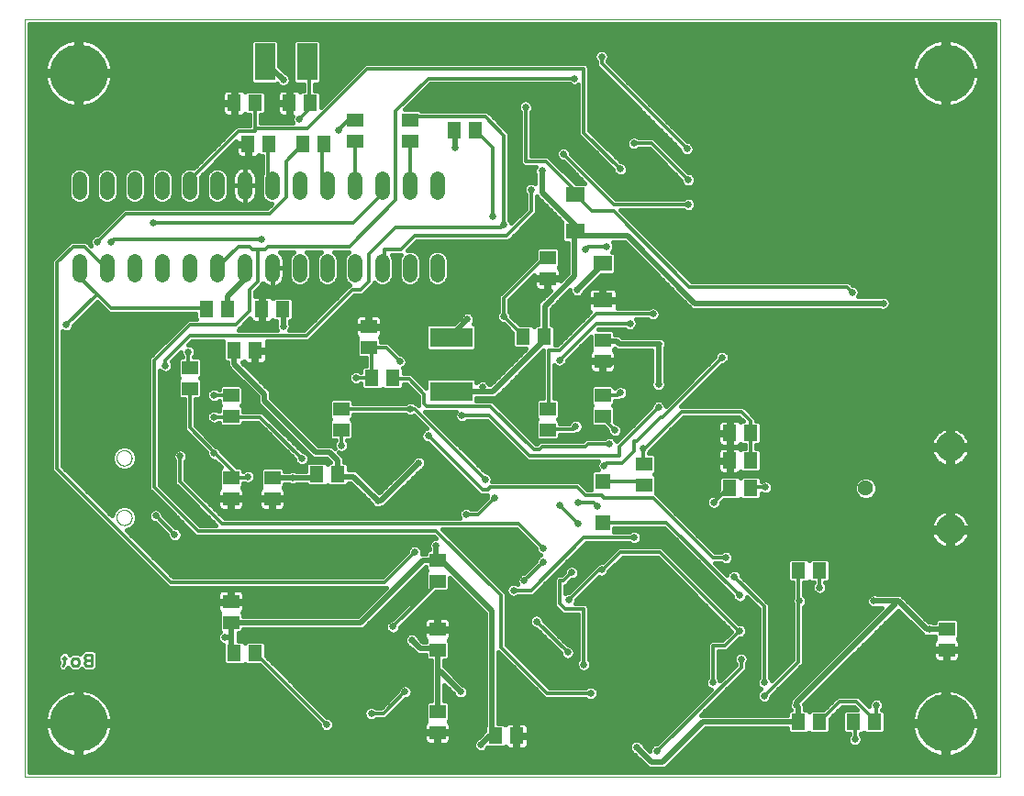
<source format=gbl>
G75*
%MOIN*%
%OFA0B0*%
%FSLAX25Y25*%
%IPPOS*%
%LPD*%
%AMOC8*
5,1,8,0,0,1.08239X$1,22.5*
%
%ADD10C,0.00000*%
%ADD11C,0.01000*%
%ADD12C,0.05200*%
%ADD13R,0.05906X0.05118*%
%ADD14R,0.05118X0.05906*%
%ADD15R,0.15748X0.07087*%
%ADD16R,0.07480X0.13386*%
%ADD17C,0.10630*%
%ADD18C,0.05622*%
%ADD19C,0.21000*%
%ADD20R,0.07087X0.05512*%
%ADD21R,0.05512X0.05512*%
%ADD22C,0.01600*%
%ADD23C,0.02578*%
%ADD24C,0.02000*%
%ADD25C,0.03562*%
%ADD26C,0.01181*%
D10*
X0055902Y0001800D02*
X0055902Y0277391D01*
X0410233Y0277391D01*
X0410233Y0001800D01*
X0055902Y0001800D01*
X0089370Y0096149D02*
X0089372Y0096254D01*
X0089378Y0096359D01*
X0089388Y0096463D01*
X0089402Y0096567D01*
X0089420Y0096671D01*
X0089442Y0096773D01*
X0089467Y0096875D01*
X0089497Y0096976D01*
X0089530Y0097075D01*
X0089567Y0097173D01*
X0089608Y0097270D01*
X0089653Y0097365D01*
X0089701Y0097458D01*
X0089752Y0097550D01*
X0089808Y0097639D01*
X0089866Y0097726D01*
X0089928Y0097811D01*
X0089992Y0097894D01*
X0090060Y0097974D01*
X0090131Y0098051D01*
X0090205Y0098125D01*
X0090282Y0098197D01*
X0090361Y0098266D01*
X0090443Y0098331D01*
X0090527Y0098394D01*
X0090614Y0098453D01*
X0090703Y0098509D01*
X0090794Y0098562D01*
X0090887Y0098611D01*
X0090981Y0098656D01*
X0091077Y0098698D01*
X0091175Y0098736D01*
X0091274Y0098770D01*
X0091375Y0098801D01*
X0091476Y0098827D01*
X0091579Y0098850D01*
X0091682Y0098869D01*
X0091786Y0098884D01*
X0091890Y0098895D01*
X0091995Y0098902D01*
X0092100Y0098905D01*
X0092205Y0098904D01*
X0092310Y0098899D01*
X0092414Y0098890D01*
X0092518Y0098877D01*
X0092622Y0098860D01*
X0092725Y0098839D01*
X0092827Y0098814D01*
X0092928Y0098786D01*
X0093027Y0098753D01*
X0093126Y0098717D01*
X0093223Y0098677D01*
X0093318Y0098634D01*
X0093412Y0098586D01*
X0093504Y0098536D01*
X0093594Y0098482D01*
X0093682Y0098424D01*
X0093767Y0098363D01*
X0093850Y0098299D01*
X0093931Y0098232D01*
X0094009Y0098162D01*
X0094084Y0098088D01*
X0094156Y0098013D01*
X0094226Y0097934D01*
X0094292Y0097853D01*
X0094356Y0097769D01*
X0094416Y0097683D01*
X0094472Y0097595D01*
X0094526Y0097504D01*
X0094576Y0097412D01*
X0094622Y0097318D01*
X0094665Y0097222D01*
X0094704Y0097124D01*
X0094739Y0097026D01*
X0094770Y0096925D01*
X0094798Y0096824D01*
X0094822Y0096722D01*
X0094842Y0096619D01*
X0094858Y0096515D01*
X0094870Y0096411D01*
X0094878Y0096306D01*
X0094882Y0096201D01*
X0094882Y0096097D01*
X0094878Y0095992D01*
X0094870Y0095887D01*
X0094858Y0095783D01*
X0094842Y0095679D01*
X0094822Y0095576D01*
X0094798Y0095474D01*
X0094770Y0095373D01*
X0094739Y0095272D01*
X0094704Y0095174D01*
X0094665Y0095076D01*
X0094622Y0094980D01*
X0094576Y0094886D01*
X0094526Y0094794D01*
X0094472Y0094703D01*
X0094416Y0094615D01*
X0094356Y0094529D01*
X0094292Y0094445D01*
X0094226Y0094364D01*
X0094156Y0094285D01*
X0094084Y0094210D01*
X0094009Y0094136D01*
X0093931Y0094066D01*
X0093850Y0093999D01*
X0093767Y0093935D01*
X0093682Y0093874D01*
X0093594Y0093816D01*
X0093504Y0093762D01*
X0093412Y0093712D01*
X0093318Y0093664D01*
X0093223Y0093621D01*
X0093126Y0093581D01*
X0093027Y0093545D01*
X0092928Y0093512D01*
X0092827Y0093484D01*
X0092725Y0093459D01*
X0092622Y0093438D01*
X0092518Y0093421D01*
X0092414Y0093408D01*
X0092310Y0093399D01*
X0092205Y0093394D01*
X0092100Y0093393D01*
X0091995Y0093396D01*
X0091890Y0093403D01*
X0091786Y0093414D01*
X0091682Y0093429D01*
X0091579Y0093448D01*
X0091476Y0093471D01*
X0091375Y0093497D01*
X0091274Y0093528D01*
X0091175Y0093562D01*
X0091077Y0093600D01*
X0090981Y0093642D01*
X0090887Y0093687D01*
X0090794Y0093736D01*
X0090703Y0093789D01*
X0090614Y0093845D01*
X0090527Y0093904D01*
X0090443Y0093967D01*
X0090361Y0094032D01*
X0090282Y0094101D01*
X0090205Y0094173D01*
X0090131Y0094247D01*
X0090060Y0094324D01*
X0089992Y0094404D01*
X0089928Y0094487D01*
X0089866Y0094572D01*
X0089808Y0094659D01*
X0089752Y0094748D01*
X0089701Y0094840D01*
X0089653Y0094933D01*
X0089608Y0095028D01*
X0089567Y0095125D01*
X0089530Y0095223D01*
X0089497Y0095322D01*
X0089467Y0095423D01*
X0089442Y0095525D01*
X0089420Y0095627D01*
X0089402Y0095731D01*
X0089388Y0095835D01*
X0089378Y0095939D01*
X0089372Y0096044D01*
X0089370Y0096149D01*
X0089370Y0117802D02*
X0089372Y0117907D01*
X0089378Y0118012D01*
X0089388Y0118116D01*
X0089402Y0118220D01*
X0089420Y0118324D01*
X0089442Y0118426D01*
X0089467Y0118528D01*
X0089497Y0118629D01*
X0089530Y0118728D01*
X0089567Y0118826D01*
X0089608Y0118923D01*
X0089653Y0119018D01*
X0089701Y0119111D01*
X0089752Y0119203D01*
X0089808Y0119292D01*
X0089866Y0119379D01*
X0089928Y0119464D01*
X0089992Y0119547D01*
X0090060Y0119627D01*
X0090131Y0119704D01*
X0090205Y0119778D01*
X0090282Y0119850D01*
X0090361Y0119919D01*
X0090443Y0119984D01*
X0090527Y0120047D01*
X0090614Y0120106D01*
X0090703Y0120162D01*
X0090794Y0120215D01*
X0090887Y0120264D01*
X0090981Y0120309D01*
X0091077Y0120351D01*
X0091175Y0120389D01*
X0091274Y0120423D01*
X0091375Y0120454D01*
X0091476Y0120480D01*
X0091579Y0120503D01*
X0091682Y0120522D01*
X0091786Y0120537D01*
X0091890Y0120548D01*
X0091995Y0120555D01*
X0092100Y0120558D01*
X0092205Y0120557D01*
X0092310Y0120552D01*
X0092414Y0120543D01*
X0092518Y0120530D01*
X0092622Y0120513D01*
X0092725Y0120492D01*
X0092827Y0120467D01*
X0092928Y0120439D01*
X0093027Y0120406D01*
X0093126Y0120370D01*
X0093223Y0120330D01*
X0093318Y0120287D01*
X0093412Y0120239D01*
X0093504Y0120189D01*
X0093594Y0120135D01*
X0093682Y0120077D01*
X0093767Y0120016D01*
X0093850Y0119952D01*
X0093931Y0119885D01*
X0094009Y0119815D01*
X0094084Y0119741D01*
X0094156Y0119666D01*
X0094226Y0119587D01*
X0094292Y0119506D01*
X0094356Y0119422D01*
X0094416Y0119336D01*
X0094472Y0119248D01*
X0094526Y0119157D01*
X0094576Y0119065D01*
X0094622Y0118971D01*
X0094665Y0118875D01*
X0094704Y0118777D01*
X0094739Y0118679D01*
X0094770Y0118578D01*
X0094798Y0118477D01*
X0094822Y0118375D01*
X0094842Y0118272D01*
X0094858Y0118168D01*
X0094870Y0118064D01*
X0094878Y0117959D01*
X0094882Y0117854D01*
X0094882Y0117750D01*
X0094878Y0117645D01*
X0094870Y0117540D01*
X0094858Y0117436D01*
X0094842Y0117332D01*
X0094822Y0117229D01*
X0094798Y0117127D01*
X0094770Y0117026D01*
X0094739Y0116925D01*
X0094704Y0116827D01*
X0094665Y0116729D01*
X0094622Y0116633D01*
X0094576Y0116539D01*
X0094526Y0116447D01*
X0094472Y0116356D01*
X0094416Y0116268D01*
X0094356Y0116182D01*
X0094292Y0116098D01*
X0094226Y0116017D01*
X0094156Y0115938D01*
X0094084Y0115863D01*
X0094009Y0115789D01*
X0093931Y0115719D01*
X0093850Y0115652D01*
X0093767Y0115588D01*
X0093682Y0115527D01*
X0093594Y0115469D01*
X0093504Y0115415D01*
X0093412Y0115365D01*
X0093318Y0115317D01*
X0093223Y0115274D01*
X0093126Y0115234D01*
X0093027Y0115198D01*
X0092928Y0115165D01*
X0092827Y0115137D01*
X0092725Y0115112D01*
X0092622Y0115091D01*
X0092518Y0115074D01*
X0092414Y0115061D01*
X0092310Y0115052D01*
X0092205Y0115047D01*
X0092100Y0115046D01*
X0091995Y0115049D01*
X0091890Y0115056D01*
X0091786Y0115067D01*
X0091682Y0115082D01*
X0091579Y0115101D01*
X0091476Y0115124D01*
X0091375Y0115150D01*
X0091274Y0115181D01*
X0091175Y0115215D01*
X0091077Y0115253D01*
X0090981Y0115295D01*
X0090887Y0115340D01*
X0090794Y0115389D01*
X0090703Y0115442D01*
X0090614Y0115498D01*
X0090527Y0115557D01*
X0090443Y0115620D01*
X0090361Y0115685D01*
X0090282Y0115754D01*
X0090205Y0115826D01*
X0090131Y0115900D01*
X0090060Y0115977D01*
X0089992Y0116057D01*
X0089928Y0116140D01*
X0089866Y0116225D01*
X0089808Y0116312D01*
X0089752Y0116401D01*
X0089701Y0116493D01*
X0089653Y0116586D01*
X0089608Y0116681D01*
X0089567Y0116778D01*
X0089530Y0116876D01*
X0089497Y0116975D01*
X0089467Y0117076D01*
X0089442Y0117178D01*
X0089420Y0117280D01*
X0089402Y0117384D01*
X0089388Y0117488D01*
X0089378Y0117592D01*
X0089372Y0117697D01*
X0089370Y0117802D01*
D11*
X0080402Y0046303D02*
X0078401Y0046303D01*
X0077733Y0045636D01*
X0077733Y0044969D01*
X0078401Y0044302D01*
X0080402Y0044302D01*
X0080402Y0046303D02*
X0080402Y0042300D01*
X0078401Y0042300D01*
X0077733Y0042967D01*
X0077733Y0043634D01*
X0078401Y0044302D01*
X0075798Y0044302D02*
X0075798Y0042967D01*
X0075131Y0042300D01*
X0073797Y0042300D01*
X0073129Y0042967D01*
X0073129Y0044302D01*
X0073797Y0044969D01*
X0075131Y0044969D01*
X0075798Y0044302D01*
X0071194Y0044969D02*
X0069860Y0044969D01*
X0070527Y0045636D02*
X0070527Y0042967D01*
X0069860Y0042300D01*
D12*
X0075902Y0184200D02*
X0075902Y0189400D01*
X0085902Y0189400D02*
X0085902Y0184200D01*
X0095902Y0184200D02*
X0095902Y0189400D01*
X0105902Y0189400D02*
X0105902Y0184200D01*
X0115902Y0184200D02*
X0115902Y0189400D01*
X0125902Y0189400D02*
X0125902Y0184200D01*
X0135902Y0184200D02*
X0135902Y0189400D01*
X0145902Y0189400D02*
X0145902Y0184200D01*
X0155902Y0184200D02*
X0155902Y0189400D01*
X0165902Y0189400D02*
X0165902Y0184200D01*
X0175902Y0184200D02*
X0175902Y0189400D01*
X0185902Y0189400D02*
X0185902Y0184200D01*
X0195902Y0184200D02*
X0195902Y0189400D01*
X0205902Y0189400D02*
X0205902Y0184200D01*
X0205902Y0214200D02*
X0205902Y0219400D01*
X0195902Y0219400D02*
X0195902Y0214200D01*
X0185902Y0214200D02*
X0185902Y0219400D01*
X0175902Y0219400D02*
X0175902Y0214200D01*
X0165902Y0214200D02*
X0165902Y0219400D01*
X0155902Y0219400D02*
X0155902Y0214200D01*
X0145902Y0214200D02*
X0145902Y0219400D01*
X0135902Y0219400D02*
X0135902Y0214200D01*
X0125902Y0214200D02*
X0125902Y0219400D01*
X0115902Y0219400D02*
X0115902Y0214200D01*
X0105902Y0214200D02*
X0105902Y0219400D01*
X0095902Y0219400D02*
X0095902Y0214200D01*
X0085902Y0214200D02*
X0085902Y0219400D01*
X0075902Y0219400D02*
X0075902Y0214200D01*
D13*
X0115902Y0150540D03*
X0115902Y0143060D03*
X0130902Y0140540D03*
X0130902Y0133060D03*
X0130902Y0110540D03*
X0130902Y0103060D03*
X0145902Y0103060D03*
X0145902Y0110540D03*
X0170902Y0128060D03*
X0170902Y0135540D03*
X0180902Y0158060D03*
X0180902Y0165540D03*
X0245902Y0183060D03*
X0245902Y0190540D03*
X0265902Y0160540D03*
X0265902Y0153060D03*
X0265902Y0140540D03*
X0265902Y0133060D03*
X0245902Y0135540D03*
X0245902Y0128060D03*
X0280902Y0115540D03*
X0280902Y0108060D03*
X0205902Y0080540D03*
X0205902Y0073060D03*
X0205902Y0055540D03*
X0205902Y0048060D03*
X0205902Y0025540D03*
X0205902Y0018060D03*
X0130902Y0058060D03*
X0130902Y0065540D03*
X0175902Y0233060D03*
X0175902Y0240540D03*
X0195902Y0240540D03*
X0195902Y0233060D03*
X0390902Y0055540D03*
X0390902Y0048060D03*
D14*
X0364642Y0021800D03*
X0357162Y0021800D03*
X0344642Y0021800D03*
X0337162Y0021800D03*
X0337162Y0076800D03*
X0344642Y0076800D03*
X0319642Y0106800D03*
X0312162Y0106800D03*
X0312162Y0116800D03*
X0319642Y0116800D03*
X0319642Y0126800D03*
X0312162Y0126800D03*
X0244642Y0161800D03*
X0237162Y0161800D03*
X0189642Y0146800D03*
X0182162Y0146800D03*
X0149642Y0171800D03*
X0142162Y0171800D03*
X0129642Y0171800D03*
X0122162Y0171800D03*
X0132162Y0156800D03*
X0139642Y0156800D03*
X0162162Y0111800D03*
X0169642Y0111800D03*
X0139642Y0046800D03*
X0132162Y0046800D03*
X0227162Y0016800D03*
X0234642Y0016800D03*
X0164642Y0231800D03*
X0157162Y0231800D03*
X0144642Y0231800D03*
X0137162Y0231800D03*
X0139642Y0246800D03*
X0132162Y0246800D03*
X0152162Y0246800D03*
X0159642Y0246800D03*
X0212162Y0236800D03*
X0219642Y0236800D03*
D15*
X0210902Y0161643D03*
X0210902Y0141957D03*
D16*
X0158579Y0261800D03*
X0143225Y0261800D03*
D17*
X0392223Y0121761D03*
X0392223Y0091839D03*
D18*
X0361515Y0106800D03*
D19*
X0390548Y0021485D03*
X0075587Y0021485D03*
X0075587Y0257706D03*
X0390548Y0257706D03*
D20*
X0265902Y0188493D03*
X0255902Y0200107D03*
X0255902Y0213493D03*
X0265902Y0175107D03*
D21*
X0265902Y0109280D03*
X0265902Y0094320D03*
D22*
X0270058Y0092329D02*
X0270058Y0090984D01*
X0269971Y0090897D01*
X0275547Y0090897D01*
X0275836Y0091186D01*
X0276824Y0091595D01*
X0277894Y0091595D01*
X0278882Y0091186D01*
X0279639Y0090429D01*
X0280048Y0089441D01*
X0280048Y0088371D01*
X0279639Y0087383D01*
X0278882Y0086627D01*
X0277894Y0086217D01*
X0276824Y0086217D01*
X0275836Y0086627D01*
X0275547Y0086916D01*
X0259975Y0086916D01*
X0240782Y0067723D01*
X0235372Y0067723D01*
X0235083Y0067434D01*
X0234095Y0067024D01*
X0233025Y0067024D01*
X0232037Y0067434D01*
X0231280Y0068190D01*
X0230871Y0069179D01*
X0230871Y0070248D01*
X0231280Y0071237D01*
X0232037Y0071993D01*
X0233025Y0072402D01*
X0234095Y0072402D01*
X0235066Y0072000D01*
X0234808Y0072623D01*
X0234808Y0073693D01*
X0235217Y0074681D01*
X0235974Y0075438D01*
X0236962Y0075847D01*
X0237371Y0075847D01*
X0241698Y0080174D01*
X0241698Y0080583D01*
X0242107Y0081571D01*
X0242863Y0082328D01*
X0243300Y0082509D01*
X0242863Y0082690D01*
X0242107Y0083446D01*
X0241698Y0084434D01*
X0241698Y0084843D01*
X0234704Y0091837D01*
X0207853Y0091837D01*
X0231121Y0068569D01*
X0231121Y0049869D01*
X0246687Y0034302D01*
X0259799Y0034302D01*
X0260088Y0034591D01*
X0261076Y0035001D01*
X0262146Y0035001D01*
X0263134Y0034591D01*
X0263890Y0033835D01*
X0264300Y0032847D01*
X0264300Y0031777D01*
X0263890Y0030789D01*
X0263134Y0030032D01*
X0262146Y0029623D01*
X0261076Y0029623D01*
X0260088Y0030032D01*
X0259799Y0030321D01*
X0245038Y0030321D01*
X0228306Y0047054D01*
X0228086Y0047274D01*
X0228086Y0021153D01*
X0230301Y0021153D01*
X0230626Y0020828D01*
X0230643Y0020858D01*
X0230978Y0021193D01*
X0231389Y0021430D01*
X0231846Y0021553D01*
X0234163Y0021553D01*
X0234163Y0017280D01*
X0235122Y0017280D01*
X0235122Y0021553D01*
X0237438Y0021553D01*
X0237896Y0021430D01*
X0238307Y0021193D01*
X0238642Y0020858D01*
X0238879Y0020448D01*
X0239001Y0019990D01*
X0239001Y0017280D01*
X0235122Y0017280D01*
X0235122Y0016320D01*
X0235122Y0012047D01*
X0237438Y0012047D01*
X0237896Y0012170D01*
X0238307Y0012407D01*
X0238642Y0012742D01*
X0238879Y0013152D01*
X0239001Y0013610D01*
X0239001Y0016320D01*
X0235122Y0016320D01*
X0234163Y0016320D01*
X0234163Y0012047D01*
X0231846Y0012047D01*
X0231389Y0012170D01*
X0230978Y0012407D01*
X0230643Y0012742D01*
X0230626Y0012772D01*
X0230301Y0012447D01*
X0224177Y0012447D01*
X0224028Y0012088D01*
X0223272Y0011331D01*
X0222284Y0010922D01*
X0221214Y0010922D01*
X0220225Y0011331D01*
X0219469Y0012088D01*
X0219060Y0013076D01*
X0219060Y0014146D01*
X0219469Y0015134D01*
X0220225Y0015891D01*
X0220923Y0016180D01*
X0223159Y0018415D01*
X0223203Y0018459D01*
X0223203Y0020333D01*
X0223286Y0020415D01*
X0223286Y0061337D01*
X0210255Y0074368D01*
X0210255Y0069921D01*
X0209435Y0069101D01*
X0205250Y0069101D01*
X0192449Y0056300D01*
X0192449Y0055891D01*
X0192040Y0054903D01*
X0191284Y0054146D01*
X0190295Y0053737D01*
X0189226Y0053737D01*
X0188237Y0054146D01*
X0187481Y0054903D01*
X0187072Y0055891D01*
X0187072Y0056961D01*
X0187481Y0057949D01*
X0188237Y0058706D01*
X0189226Y0059115D01*
X0189634Y0059115D01*
X0201549Y0071030D01*
X0201549Y0076199D01*
X0202151Y0076800D01*
X0201549Y0077401D01*
X0201549Y0078108D01*
X0179309Y0055868D01*
X0178427Y0055502D01*
X0135255Y0055502D01*
X0135255Y0054921D01*
X0134435Y0054101D01*
X0133597Y0054101D01*
X0133597Y0051153D01*
X0135301Y0051153D01*
X0135902Y0050552D01*
X0136503Y0051153D01*
X0142781Y0051153D01*
X0143601Y0050333D01*
X0143601Y0045853D01*
X0165772Y0023682D01*
X0166181Y0023682D01*
X0167170Y0023273D01*
X0167926Y0022516D01*
X0168335Y0021528D01*
X0168335Y0020458D01*
X0167926Y0019470D01*
X0167170Y0018713D01*
X0166181Y0018304D01*
X0165111Y0018304D01*
X0164123Y0018713D01*
X0163367Y0019470D01*
X0162957Y0020458D01*
X0162957Y0020867D01*
X0141377Y0042447D01*
X0136503Y0042447D01*
X0135902Y0043048D01*
X0135301Y0042447D01*
X0129023Y0042447D01*
X0128203Y0043267D01*
X0128203Y0049800D01*
X0128202Y0049800D01*
X0127214Y0050209D01*
X0126457Y0050966D01*
X0126048Y0051954D01*
X0126048Y0053024D01*
X0126457Y0054012D01*
X0126958Y0054513D01*
X0126549Y0054921D01*
X0126549Y0061199D01*
X0126874Y0061523D01*
X0126844Y0061541D01*
X0126509Y0061876D01*
X0126272Y0062286D01*
X0126149Y0062744D01*
X0126149Y0065061D01*
X0130423Y0065061D01*
X0130423Y0066020D01*
X0130423Y0069899D01*
X0127712Y0069899D01*
X0127255Y0069777D01*
X0126844Y0069540D01*
X0126509Y0069204D01*
X0126272Y0068794D01*
X0126149Y0068336D01*
X0126149Y0066020D01*
X0130423Y0066020D01*
X0131382Y0066020D01*
X0131382Y0069899D01*
X0134092Y0069899D01*
X0134550Y0069777D01*
X0134960Y0069540D01*
X0135295Y0069204D01*
X0135532Y0068794D01*
X0135655Y0068336D01*
X0135655Y0066020D01*
X0131382Y0066020D01*
X0131382Y0065061D01*
X0135655Y0065061D01*
X0135655Y0062744D01*
X0135532Y0062286D01*
X0135295Y0061876D01*
X0134960Y0061541D01*
X0134930Y0061523D01*
X0135255Y0061199D01*
X0135255Y0060302D01*
X0176955Y0060302D01*
X0187329Y0070676D01*
X0108227Y0070676D01*
X0107061Y0071842D01*
X0065723Y0113180D01*
X0065723Y0189632D01*
X0066889Y0190798D01*
X0072794Y0196704D01*
X0078380Y0196704D01*
X0079546Y0195538D01*
X0080042Y0195042D01*
X0079788Y0195655D01*
X0079788Y0196725D01*
X0080197Y0197713D01*
X0080954Y0198469D01*
X0081942Y0198879D01*
X0082351Y0198879D01*
X0090821Y0207349D01*
X0091987Y0208515D01*
X0144153Y0208515D01*
X0145838Y0210200D01*
X0145107Y0210200D01*
X0143636Y0210809D01*
X0142511Y0211934D01*
X0141902Y0213404D01*
X0141902Y0220196D01*
X0142494Y0221625D01*
X0142494Y0227447D01*
X0141503Y0227447D01*
X0141179Y0227772D01*
X0141161Y0227742D01*
X0140826Y0227407D01*
X0140416Y0227170D01*
X0139958Y0227047D01*
X0137642Y0227047D01*
X0137642Y0231320D01*
X0136683Y0231320D01*
X0136683Y0227047D01*
X0134366Y0227047D01*
X0133908Y0227170D01*
X0133498Y0227407D01*
X0133163Y0227742D01*
X0132926Y0228152D01*
X0132803Y0228610D01*
X0132803Y0231320D01*
X0136682Y0231320D01*
X0136682Y0232280D01*
X0132803Y0232280D01*
X0132803Y0232874D01*
X0119902Y0219973D01*
X0119902Y0213404D01*
X0119293Y0211934D01*
X0118168Y0210809D01*
X0116698Y0210200D01*
X0115107Y0210200D01*
X0113636Y0210809D01*
X0112511Y0211934D01*
X0111902Y0213404D01*
X0111902Y0220196D01*
X0112511Y0221666D01*
X0113636Y0222791D01*
X0115107Y0223400D01*
X0116698Y0223400D01*
X0117406Y0223107D01*
X0132834Y0238535D01*
X0137573Y0238535D01*
X0137573Y0242447D01*
X0136503Y0242447D01*
X0136179Y0242772D01*
X0136161Y0242742D01*
X0135826Y0242407D01*
X0135416Y0242170D01*
X0134958Y0242047D01*
X0132642Y0242047D01*
X0132642Y0246320D01*
X0131683Y0246320D01*
X0131683Y0242047D01*
X0129366Y0242047D01*
X0128908Y0242170D01*
X0128498Y0242407D01*
X0128163Y0242742D01*
X0127926Y0243152D01*
X0127803Y0243610D01*
X0127803Y0246320D01*
X0131682Y0246320D01*
X0131682Y0247280D01*
X0131683Y0247280D02*
X0131683Y0251553D01*
X0129366Y0251553D01*
X0128908Y0251430D01*
X0128498Y0251193D01*
X0128163Y0250858D01*
X0127926Y0250448D01*
X0127803Y0249990D01*
X0127803Y0247280D01*
X0131682Y0247280D01*
X0131683Y0247280D02*
X0132642Y0247280D01*
X0132642Y0251553D01*
X0134958Y0251553D01*
X0135416Y0251430D01*
X0135826Y0251193D01*
X0136161Y0250858D01*
X0136179Y0250828D01*
X0136503Y0251153D01*
X0142781Y0251153D01*
X0143601Y0250333D01*
X0143601Y0243267D01*
X0142781Y0242447D01*
X0141554Y0242447D01*
X0141554Y0239519D01*
X0153496Y0239519D01*
X0153115Y0240438D01*
X0153115Y0241508D01*
X0153338Y0242047D01*
X0152642Y0242047D01*
X0152642Y0246320D01*
X0151683Y0246320D01*
X0151683Y0242047D01*
X0149366Y0242047D01*
X0148908Y0242170D01*
X0148498Y0242407D01*
X0148163Y0242742D01*
X0147926Y0243152D01*
X0147803Y0243610D01*
X0147803Y0246320D01*
X0151682Y0246320D01*
X0151682Y0247280D01*
X0151683Y0247280D02*
X0151683Y0251553D01*
X0149366Y0251553D01*
X0148908Y0251430D01*
X0148498Y0251193D01*
X0148163Y0250858D01*
X0147926Y0250448D01*
X0147803Y0249990D01*
X0147803Y0247280D01*
X0151682Y0247280D01*
X0151683Y0247280D02*
X0152642Y0247280D01*
X0152642Y0251553D01*
X0154958Y0251553D01*
X0155416Y0251430D01*
X0155826Y0251193D01*
X0156161Y0250858D01*
X0156179Y0250828D01*
X0156503Y0251153D01*
X0157258Y0251153D01*
X0157258Y0253707D01*
X0154259Y0253707D01*
X0153439Y0254527D01*
X0153439Y0269073D01*
X0154259Y0269893D01*
X0162899Y0269893D01*
X0163720Y0269073D01*
X0163720Y0254527D01*
X0162899Y0253707D01*
X0161239Y0253707D01*
X0161239Y0251153D01*
X0162781Y0251153D01*
X0163601Y0250333D01*
X0163601Y0245188D01*
X0178420Y0260006D01*
X0178420Y0260006D01*
X0179586Y0261172D01*
X0259975Y0261172D01*
X0261141Y0260006D01*
X0261141Y0236876D01*
X0272564Y0225454D01*
X0272973Y0225454D01*
X0273961Y0225044D01*
X0274717Y0224288D01*
X0275127Y0223299D01*
X0275127Y0222230D01*
X0274717Y0221241D01*
X0273961Y0220485D01*
X0272973Y0220076D01*
X0271903Y0220076D01*
X0270914Y0220485D01*
X0270158Y0221241D01*
X0269749Y0222230D01*
X0269749Y0222638D01*
X0258326Y0234061D01*
X0257160Y0235227D01*
X0257160Y0253429D01*
X0256240Y0253048D01*
X0255170Y0253048D01*
X0254182Y0253457D01*
X0253893Y0253746D01*
X0203380Y0253746D01*
X0194133Y0244499D01*
X0199435Y0244499D01*
X0199986Y0243948D01*
X0224050Y0243948D01*
X0225216Y0242782D01*
X0232105Y0235892D01*
X0232105Y0204400D01*
X0232394Y0204111D01*
X0232790Y0203156D01*
X0237967Y0208333D01*
X0237967Y0213570D01*
X0237678Y0213859D01*
X0237268Y0214848D01*
X0237268Y0215918D01*
X0237678Y0216906D01*
X0238434Y0217662D01*
X0239422Y0218072D01*
X0240492Y0218072D01*
X0241481Y0217662D01*
X0241494Y0217648D01*
X0241494Y0221040D01*
X0241205Y0221738D01*
X0241205Y0222807D01*
X0241586Y0223727D01*
X0237164Y0223727D01*
X0235998Y0224893D01*
X0235998Y0243590D01*
X0235709Y0243879D01*
X0235300Y0244867D01*
X0235300Y0245937D01*
X0235709Y0246926D01*
X0236466Y0247682D01*
X0237454Y0248091D01*
X0238524Y0248091D01*
X0239512Y0247682D01*
X0240268Y0246926D01*
X0240678Y0245937D01*
X0240678Y0244867D01*
X0240268Y0243879D01*
X0239979Y0243590D01*
X0239979Y0227708D01*
X0246195Y0227708D01*
X0256254Y0217649D01*
X0259482Y0217649D01*
X0251642Y0225489D01*
X0251233Y0225489D01*
X0250245Y0225898D01*
X0249489Y0226655D01*
X0249079Y0227643D01*
X0249079Y0228713D01*
X0249489Y0229701D01*
X0250245Y0230458D01*
X0251233Y0230867D01*
X0252303Y0230867D01*
X0253292Y0230458D01*
X0254048Y0229701D01*
X0254457Y0228713D01*
X0254457Y0228304D01*
X0270802Y0211960D01*
X0295232Y0211960D01*
X0295521Y0212249D01*
X0296509Y0212658D01*
X0297579Y0212658D01*
X0298567Y0212249D01*
X0299324Y0211492D01*
X0299733Y0210504D01*
X0299733Y0209434D01*
X0299324Y0208446D01*
X0298567Y0207690D01*
X0297579Y0207280D01*
X0296509Y0207280D01*
X0295521Y0207690D01*
X0295232Y0207979D01*
X0272322Y0207979D01*
X0298361Y0181940D01*
X0355447Y0181940D01*
X0356613Y0180774D01*
X0356717Y0180670D01*
X0357126Y0180670D01*
X0358114Y0180261D01*
X0358871Y0179504D01*
X0359280Y0178516D01*
X0359280Y0177446D01*
X0358871Y0176458D01*
X0358857Y0176444D01*
X0366678Y0176444D01*
X0367375Y0176733D01*
X0368445Y0176733D01*
X0369433Y0176324D01*
X0370190Y0175567D01*
X0370599Y0174579D01*
X0370599Y0173509D01*
X0370190Y0172521D01*
X0369433Y0171764D01*
X0368445Y0171355D01*
X0367375Y0171355D01*
X0366678Y0171644D01*
X0299027Y0171644D01*
X0298145Y0172009D01*
X0297470Y0172685D01*
X0273904Y0196250D01*
X0269782Y0196250D01*
X0269796Y0196237D01*
X0270205Y0195248D01*
X0270205Y0194179D01*
X0269796Y0193190D01*
X0269255Y0192649D01*
X0270025Y0192649D01*
X0270846Y0191829D01*
X0270846Y0185157D01*
X0270025Y0184337D01*
X0265455Y0184337D01*
X0259258Y0178140D01*
X0258969Y0177442D01*
X0258213Y0176686D01*
X0257224Y0176276D01*
X0256155Y0176276D01*
X0255166Y0176686D01*
X0254410Y0177442D01*
X0254001Y0178430D01*
X0254001Y0178788D01*
X0247279Y0172066D01*
X0247279Y0166153D01*
X0247781Y0166153D01*
X0248601Y0165333D01*
X0248601Y0158810D01*
X0249467Y0158810D01*
X0261453Y0170796D01*
X0261254Y0170911D01*
X0260919Y0171246D01*
X0260682Y0171656D01*
X0260559Y0172114D01*
X0260559Y0174529D01*
X0265324Y0174529D01*
X0265324Y0175685D01*
X0260559Y0175685D01*
X0260559Y0178100D01*
X0260682Y0178558D01*
X0260919Y0178968D01*
X0261254Y0179303D01*
X0261664Y0179540D01*
X0262122Y0179663D01*
X0265324Y0179663D01*
X0265324Y0175685D01*
X0266480Y0175685D01*
X0266480Y0179663D01*
X0269683Y0179663D01*
X0270140Y0179540D01*
X0270551Y0179303D01*
X0270886Y0178968D01*
X0271123Y0178558D01*
X0271246Y0178100D01*
X0271246Y0175685D01*
X0266480Y0175685D01*
X0266480Y0174529D01*
X0271246Y0174529D01*
X0271246Y0172114D01*
X0271241Y0172098D01*
X0282436Y0172098D01*
X0282725Y0172387D01*
X0283714Y0172796D01*
X0284784Y0172796D01*
X0285772Y0172387D01*
X0286528Y0171630D01*
X0286938Y0170642D01*
X0286938Y0169572D01*
X0286528Y0168584D01*
X0285772Y0167827D01*
X0284784Y0167418D01*
X0283714Y0167418D01*
X0282725Y0167827D01*
X0282436Y0168117D01*
X0278191Y0168117D01*
X0278572Y0167197D01*
X0278572Y0166127D01*
X0278162Y0165139D01*
X0277406Y0164383D01*
X0276417Y0163973D01*
X0275348Y0163973D01*
X0274359Y0164383D01*
X0274070Y0164672D01*
X0264404Y0164672D01*
X0264231Y0164499D01*
X0269435Y0164499D01*
X0270255Y0163679D01*
X0270255Y0162665D01*
X0271439Y0162665D01*
X0272321Y0162299D01*
X0272940Y0161680D01*
X0287187Y0161680D01*
X0288069Y0161315D01*
X0288744Y0160640D01*
X0289109Y0159758D01*
X0289109Y0158803D01*
X0288744Y0157921D01*
X0288617Y0157794D01*
X0288617Y0145749D01*
X0288906Y0145051D01*
X0288906Y0143982D01*
X0288497Y0142993D01*
X0287740Y0142237D01*
X0286752Y0141828D01*
X0285682Y0141828D01*
X0284694Y0142237D01*
X0283938Y0142993D01*
X0283528Y0143982D01*
X0283528Y0145051D01*
X0283817Y0145749D01*
X0283817Y0156880D01*
X0271468Y0156880D01*
X0270586Y0157246D01*
X0270255Y0157577D01*
X0270255Y0157401D01*
X0269930Y0157077D01*
X0269960Y0157059D01*
X0270295Y0156724D01*
X0270532Y0156314D01*
X0270655Y0155856D01*
X0270655Y0153539D01*
X0266382Y0153539D01*
X0266382Y0152580D01*
X0270655Y0152580D01*
X0270655Y0150264D01*
X0270532Y0149806D01*
X0270295Y0149396D01*
X0269960Y0149060D01*
X0269550Y0148823D01*
X0269092Y0148701D01*
X0266382Y0148701D01*
X0266382Y0152580D01*
X0265423Y0152580D01*
X0265423Y0148701D01*
X0262712Y0148701D01*
X0262255Y0148823D01*
X0261844Y0149060D01*
X0261509Y0149396D01*
X0261272Y0149806D01*
X0261149Y0150264D01*
X0261149Y0152580D01*
X0265423Y0152580D01*
X0265423Y0153539D01*
X0261149Y0153539D01*
X0261149Y0155856D01*
X0261272Y0156314D01*
X0261509Y0156724D01*
X0261844Y0157059D01*
X0261874Y0157077D01*
X0261549Y0157401D01*
X0261549Y0161817D01*
X0252981Y0153249D01*
X0252981Y0152840D01*
X0252572Y0151852D01*
X0251815Y0151095D01*
X0250827Y0150686D01*
X0249757Y0150686D01*
X0248769Y0151095D01*
X0248346Y0151518D01*
X0248346Y0139499D01*
X0249435Y0139499D01*
X0250255Y0138679D01*
X0250255Y0132401D01*
X0249654Y0131800D01*
X0250255Y0131199D01*
X0250255Y0130267D01*
X0253704Y0130267D01*
X0253918Y0130784D01*
X0254674Y0131540D01*
X0255663Y0131950D01*
X0256732Y0131950D01*
X0257721Y0131540D01*
X0258477Y0130784D01*
X0258886Y0129795D01*
X0258886Y0128726D01*
X0258477Y0127737D01*
X0257721Y0126981D01*
X0256732Y0126572D01*
X0256324Y0126572D01*
X0256038Y0126286D01*
X0250255Y0126286D01*
X0250255Y0124921D01*
X0249435Y0124101D01*
X0242370Y0124101D01*
X0241549Y0124921D01*
X0241549Y0131199D01*
X0242151Y0131800D01*
X0241549Y0132401D01*
X0241549Y0138679D01*
X0242370Y0139499D01*
X0244364Y0139499D01*
X0244364Y0156848D01*
X0228212Y0140696D01*
X0228212Y0140696D01*
X0227537Y0140021D01*
X0226655Y0139656D01*
X0220176Y0139656D01*
X0220176Y0138633D01*
X0226018Y0138633D01*
X0241766Y0122885D01*
X0242086Y0122885D01*
X0243070Y0123869D01*
X0258818Y0123869D01*
X0259802Y0124854D01*
X0266688Y0124854D01*
X0266977Y0125143D01*
X0267966Y0125552D01*
X0268899Y0125552D01*
X0268190Y0126261D01*
X0267780Y0127249D01*
X0267780Y0127658D01*
X0266338Y0129101D01*
X0262370Y0129101D01*
X0261549Y0129921D01*
X0261549Y0136199D01*
X0262151Y0136800D01*
X0261549Y0137401D01*
X0261549Y0143679D01*
X0262370Y0144499D01*
X0269435Y0144499D01*
X0270255Y0143679D01*
X0270255Y0143184D01*
X0270914Y0143843D01*
X0271903Y0144253D01*
X0272973Y0144253D01*
X0273961Y0143843D01*
X0274717Y0143087D01*
X0275127Y0142099D01*
X0275127Y0141029D01*
X0274717Y0140041D01*
X0273961Y0139284D01*
X0272973Y0138875D01*
X0272564Y0138875D01*
X0272278Y0138589D01*
X0270255Y0138589D01*
X0270255Y0137401D01*
X0269654Y0136800D01*
X0270255Y0136199D01*
X0270255Y0130813D01*
X0270595Y0130473D01*
X0271004Y0130473D01*
X0271992Y0130064D01*
X0272749Y0129307D01*
X0273158Y0128319D01*
X0273158Y0127249D01*
X0272749Y0126261D01*
X0271992Y0125505D01*
X0271004Y0125095D01*
X0270071Y0125095D01*
X0270780Y0124386D01*
X0271031Y0123780D01*
X0271121Y0123869D01*
X0271121Y0123869D01*
X0283528Y0136276D01*
X0283528Y0136685D01*
X0283938Y0137674D01*
X0284694Y0138430D01*
X0285682Y0138839D01*
X0286752Y0138839D01*
X0287740Y0138430D01*
X0288497Y0137674D01*
X0288892Y0136719D01*
X0306658Y0154485D01*
X0306658Y0154894D01*
X0307068Y0155882D01*
X0307824Y0156639D01*
X0308812Y0157048D01*
X0309882Y0157048D01*
X0310870Y0156639D01*
X0311627Y0155882D01*
X0312036Y0154894D01*
X0312036Y0153824D01*
X0311627Y0152836D01*
X0310870Y0152079D01*
X0309882Y0151670D01*
X0309473Y0151670D01*
X0294468Y0136665D01*
X0317061Y0136665D01*
X0318227Y0135499D01*
X0321672Y0132054D01*
X0321672Y0131153D01*
X0322781Y0131153D01*
X0323601Y0130333D01*
X0323601Y0123267D01*
X0322781Y0122447D01*
X0321672Y0122447D01*
X0321672Y0121153D01*
X0322781Y0121153D01*
X0323601Y0120333D01*
X0323601Y0113267D01*
X0322781Y0112447D01*
X0316503Y0112447D01*
X0316179Y0112772D01*
X0316161Y0112742D01*
X0315826Y0112407D01*
X0315416Y0112170D01*
X0314958Y0112047D01*
X0312642Y0112047D01*
X0312642Y0116320D01*
X0311683Y0116320D01*
X0311683Y0112047D01*
X0309366Y0112047D01*
X0308908Y0112170D01*
X0308498Y0112407D01*
X0308163Y0112742D01*
X0307926Y0113152D01*
X0307803Y0113610D01*
X0307803Y0116320D01*
X0311682Y0116320D01*
X0311682Y0117280D01*
X0311683Y0117280D02*
X0311683Y0121553D01*
X0309366Y0121553D01*
X0308908Y0121430D01*
X0308498Y0121193D01*
X0308163Y0120858D01*
X0307926Y0120448D01*
X0307803Y0119990D01*
X0307803Y0117280D01*
X0311682Y0117280D01*
X0311683Y0117280D02*
X0312642Y0117280D01*
X0312642Y0121553D01*
X0314958Y0121553D01*
X0315416Y0121430D01*
X0315826Y0121193D01*
X0316161Y0120858D01*
X0316179Y0120828D01*
X0316503Y0121153D01*
X0317691Y0121153D01*
X0317691Y0122447D01*
X0316503Y0122447D01*
X0316179Y0122772D01*
X0316161Y0122742D01*
X0315826Y0122407D01*
X0315416Y0122170D01*
X0314958Y0122047D01*
X0312642Y0122047D01*
X0312642Y0126320D01*
X0311683Y0126320D01*
X0311683Y0122047D01*
X0309366Y0122047D01*
X0308908Y0122170D01*
X0308498Y0122407D01*
X0308163Y0122742D01*
X0307926Y0123152D01*
X0307803Y0123610D01*
X0307803Y0126320D01*
X0311682Y0126320D01*
X0311682Y0127280D01*
X0311683Y0127280D02*
X0311683Y0131553D01*
X0309366Y0131553D01*
X0308908Y0131430D01*
X0308498Y0131193D01*
X0308163Y0130858D01*
X0307926Y0130448D01*
X0307803Y0129990D01*
X0307803Y0127280D01*
X0311682Y0127280D01*
X0311683Y0127280D02*
X0312642Y0127280D01*
X0312642Y0131553D01*
X0314958Y0131553D01*
X0315416Y0131430D01*
X0315826Y0131193D01*
X0316161Y0130858D01*
X0316179Y0130828D01*
X0316503Y0131153D01*
X0316943Y0131153D01*
X0315412Y0132683D01*
X0295408Y0132683D01*
X0283434Y0120709D01*
X0283083Y0119863D01*
X0282794Y0119574D01*
X0282794Y0119499D01*
X0284435Y0119499D01*
X0285255Y0118679D01*
X0285255Y0112401D01*
X0284654Y0111800D01*
X0285255Y0111199D01*
X0285255Y0104987D01*
X0286239Y0104002D01*
X0306727Y0083515D01*
X0309011Y0083515D01*
X0309300Y0083804D01*
X0310289Y0084213D01*
X0311358Y0084213D01*
X0312347Y0083804D01*
X0313103Y0083048D01*
X0313512Y0082059D01*
X0313512Y0080990D01*
X0313103Y0080001D01*
X0312347Y0079245D01*
X0311358Y0078835D01*
X0310289Y0078835D01*
X0309300Y0079245D01*
X0309011Y0079534D01*
X0306771Y0079534D01*
X0311101Y0075203D01*
X0311497Y0076158D01*
X0312253Y0076914D01*
X0313241Y0077324D01*
X0314311Y0077324D01*
X0315299Y0076914D01*
X0316056Y0076158D01*
X0316465Y0075170D01*
X0316465Y0074761D01*
X0325428Y0065798D01*
X0326594Y0064632D01*
X0326594Y0038061D01*
X0326883Y0037772D01*
X0327278Y0036818D01*
X0334916Y0044455D01*
X0334916Y0064743D01*
X0334709Y0065241D01*
X0334709Y0066311D01*
X0334916Y0066809D01*
X0334916Y0072447D01*
X0334023Y0072447D01*
X0333203Y0073267D01*
X0333203Y0080333D01*
X0334023Y0081153D01*
X0340301Y0081153D01*
X0340902Y0080552D01*
X0341503Y0081153D01*
X0347781Y0081153D01*
X0348601Y0080333D01*
X0348601Y0073267D01*
X0347781Y0072447D01*
X0346833Y0072447D01*
X0347060Y0072221D01*
X0347469Y0071233D01*
X0347469Y0070163D01*
X0347060Y0069174D01*
X0346303Y0068418D01*
X0345315Y0068009D01*
X0344245Y0068009D01*
X0343257Y0068418D01*
X0342501Y0069174D01*
X0342091Y0070163D01*
X0342091Y0071233D01*
X0342501Y0072221D01*
X0342727Y0072447D01*
X0341503Y0072447D01*
X0340902Y0073048D01*
X0340301Y0072447D01*
X0338897Y0072447D01*
X0338897Y0068066D01*
X0338921Y0068056D01*
X0339678Y0067300D01*
X0340087Y0066311D01*
X0340087Y0065241D01*
X0339678Y0064253D01*
X0338921Y0063497D01*
X0338897Y0063487D01*
X0338897Y0042806D01*
X0337731Y0041640D01*
X0327292Y0031201D01*
X0327292Y0030793D01*
X0326883Y0029804D01*
X0326126Y0029048D01*
X0325138Y0028639D01*
X0324068Y0028639D01*
X0323080Y0029048D01*
X0322323Y0029804D01*
X0321914Y0030793D01*
X0321914Y0031862D01*
X0322323Y0032851D01*
X0323080Y0033607D01*
X0323517Y0033788D01*
X0323080Y0033969D01*
X0322323Y0034726D01*
X0321914Y0035714D01*
X0321914Y0036784D01*
X0322323Y0037772D01*
X0322612Y0038061D01*
X0322612Y0062983D01*
X0318420Y0067176D01*
X0318024Y0066222D01*
X0317268Y0065465D01*
X0316280Y0065056D01*
X0315210Y0065056D01*
X0314222Y0065465D01*
X0313465Y0066222D01*
X0313056Y0067210D01*
X0313056Y0067619D01*
X0288345Y0092329D01*
X0270058Y0092329D01*
X0270058Y0091317D02*
X0276151Y0091317D01*
X0278566Y0091317D02*
X0289358Y0091317D01*
X0290956Y0089718D02*
X0279933Y0089718D01*
X0279944Y0088120D02*
X0292555Y0088120D01*
X0294153Y0086521D02*
X0278627Y0086521D01*
X0276091Y0086521D02*
X0259580Y0086521D01*
X0257982Y0084923D02*
X0271052Y0084923D01*
X0271613Y0085483D02*
X0270447Y0084317D01*
X0265914Y0079784D01*
X0265013Y0079784D01*
X0264025Y0079375D01*
X0263268Y0078618D01*
X0263266Y0078613D01*
X0262573Y0077920D01*
X0253611Y0068957D01*
X0253202Y0068957D01*
X0252283Y0068577D01*
X0252283Y0071168D01*
X0252593Y0071168D01*
X0254847Y0073422D01*
X0255256Y0073422D01*
X0256244Y0073831D01*
X0257001Y0074588D01*
X0257410Y0075576D01*
X0257410Y0076646D01*
X0257001Y0077634D01*
X0256244Y0078391D01*
X0255256Y0078800D01*
X0254186Y0078800D01*
X0253198Y0078391D01*
X0252442Y0077634D01*
X0252032Y0076646D01*
X0252032Y0076237D01*
X0250944Y0075149D01*
X0249467Y0075149D01*
X0248301Y0073983D01*
X0248301Y0063968D01*
X0249467Y0062802D01*
X0251436Y0060833D01*
X0257160Y0060833D01*
X0257160Y0044459D01*
X0256871Y0044170D01*
X0256461Y0043181D01*
X0256461Y0042112D01*
X0256871Y0041123D01*
X0257627Y0040367D01*
X0258615Y0039957D01*
X0259685Y0039957D01*
X0260673Y0040367D01*
X0261430Y0041123D01*
X0261839Y0042112D01*
X0261839Y0043181D01*
X0261430Y0044170D01*
X0261141Y0044459D01*
X0261141Y0061999D01*
X0261141Y0063648D01*
X0259975Y0064814D01*
X0256045Y0064814D01*
X0256426Y0065734D01*
X0256426Y0066142D01*
X0264784Y0074501D01*
X0265013Y0074406D01*
X0266083Y0074406D01*
X0267071Y0074816D01*
X0267827Y0075572D01*
X0268178Y0076418D01*
X0273262Y0081502D01*
X0285885Y0081502D01*
X0312684Y0054704D01*
X0309507Y0051527D01*
X0305078Y0051527D01*
X0303912Y0050361D01*
X0303912Y0038061D01*
X0303623Y0037772D01*
X0303213Y0036784D01*
X0303213Y0035714D01*
X0303623Y0034726D01*
X0304379Y0033969D01*
X0305333Y0033574D01*
X0285599Y0013839D01*
X0285190Y0013839D01*
X0284202Y0013430D01*
X0283445Y0012674D01*
X0283036Y0011685D01*
X0283036Y0011328D01*
X0280912Y0013452D01*
X0280623Y0014150D01*
X0279866Y0014906D01*
X0278878Y0015316D01*
X0277808Y0015316D01*
X0276820Y0014906D01*
X0276064Y0014150D01*
X0275654Y0013162D01*
X0275654Y0012092D01*
X0276064Y0011104D01*
X0276820Y0010347D01*
X0277518Y0010058D01*
X0282397Y0005179D01*
X0283279Y0004813D01*
X0288171Y0004813D01*
X0289053Y0005179D01*
X0289728Y0005854D01*
X0303451Y0019577D01*
X0333203Y0019577D01*
X0333203Y0018267D01*
X0334023Y0017447D01*
X0340301Y0017447D01*
X0340902Y0018048D01*
X0341503Y0017447D01*
X0347781Y0017447D01*
X0348601Y0018267D01*
X0348601Y0022983D01*
X0352987Y0027369D01*
X0357243Y0027369D01*
X0358459Y0026153D01*
X0354023Y0026153D01*
X0353203Y0025333D01*
X0353203Y0018267D01*
X0354023Y0017447D01*
X0355585Y0017447D01*
X0355585Y0017392D01*
X0355296Y0017103D01*
X0354886Y0016114D01*
X0354886Y0015045D01*
X0355296Y0014056D01*
X0356052Y0013300D01*
X0357041Y0012891D01*
X0358110Y0012891D01*
X0359099Y0013300D01*
X0359855Y0014056D01*
X0360264Y0015045D01*
X0360264Y0016114D01*
X0359855Y0017103D01*
X0359566Y0017392D01*
X0359566Y0017447D01*
X0360301Y0017447D01*
X0360902Y0018048D01*
X0361503Y0017447D01*
X0367781Y0017447D01*
X0368601Y0018267D01*
X0368601Y0025333D01*
X0367781Y0026153D01*
X0367522Y0026153D01*
X0367729Y0026359D01*
X0368138Y0027348D01*
X0368138Y0028418D01*
X0367729Y0029406D01*
X0366973Y0030162D01*
X0365984Y0030572D01*
X0364915Y0030572D01*
X0363926Y0030162D01*
X0363170Y0029406D01*
X0362760Y0028418D01*
X0362760Y0027481D01*
X0358892Y0031350D01*
X0351338Y0031350D01*
X0350172Y0030184D01*
X0346141Y0026153D01*
X0341503Y0026153D01*
X0340902Y0025552D01*
X0340301Y0026153D01*
X0339306Y0026153D01*
X0339306Y0027868D01*
X0339161Y0028219D01*
X0373323Y0062382D01*
X0381624Y0054082D01*
X0382299Y0053407D01*
X0383181Y0053042D01*
X0383410Y0053042D01*
X0384108Y0052753D01*
X0385177Y0052753D01*
X0385875Y0053042D01*
X0386549Y0053042D01*
X0386549Y0052401D01*
X0386874Y0052077D01*
X0386844Y0052059D01*
X0386509Y0051724D01*
X0386272Y0051314D01*
X0386149Y0050856D01*
X0386149Y0048539D01*
X0390423Y0048539D01*
X0390423Y0047580D01*
X0391382Y0047580D01*
X0391382Y0048539D01*
X0395655Y0048539D01*
X0395655Y0050856D01*
X0395532Y0051314D01*
X0395295Y0051724D01*
X0394960Y0052059D01*
X0394930Y0052077D01*
X0395255Y0052401D01*
X0395255Y0058679D01*
X0394435Y0059499D01*
X0387370Y0059499D01*
X0386549Y0058679D01*
X0386549Y0057842D01*
X0385875Y0057842D01*
X0385177Y0058131D01*
X0384363Y0058131D01*
X0374683Y0067811D01*
X0373801Y0068176D01*
X0365698Y0068176D01*
X0365000Y0068465D01*
X0363930Y0068465D01*
X0362942Y0068056D01*
X0362186Y0067300D01*
X0361776Y0066311D01*
X0361776Y0065241D01*
X0362186Y0064253D01*
X0362942Y0063497D01*
X0363930Y0063087D01*
X0365000Y0063087D01*
X0365698Y0063376D01*
X0367529Y0063376D01*
X0335055Y0030902D01*
X0334379Y0030226D01*
X0334014Y0029344D01*
X0334014Y0029115D01*
X0333725Y0028418D01*
X0333725Y0027348D01*
X0334134Y0026359D01*
X0334341Y0026153D01*
X0334023Y0026153D01*
X0333203Y0025333D01*
X0333203Y0024377D01*
X0301980Y0024377D01*
X0301616Y0024226D01*
X0317061Y0039672D01*
X0318227Y0040838D01*
X0318227Y0042803D01*
X0318516Y0043092D01*
X0318926Y0044080D01*
X0318926Y0045150D01*
X0318516Y0046138D01*
X0317760Y0046895D01*
X0316772Y0047304D01*
X0315702Y0047304D01*
X0314714Y0046895D01*
X0313957Y0046138D01*
X0313548Y0045150D01*
X0313548Y0044080D01*
X0313957Y0043092D01*
X0314246Y0042803D01*
X0314246Y0042487D01*
X0308577Y0036818D01*
X0308182Y0037772D01*
X0307893Y0038061D01*
X0307893Y0047546D01*
X0311156Y0047546D01*
X0315871Y0052261D01*
X0316280Y0052261D01*
X0317268Y0052670D01*
X0318024Y0053426D01*
X0318434Y0054415D01*
X0318434Y0055484D01*
X0318024Y0056473D01*
X0317268Y0057229D01*
X0316280Y0057639D01*
X0315379Y0057639D01*
X0288700Y0084317D01*
X0288700Y0084317D01*
X0287534Y0085483D01*
X0271613Y0085483D01*
X0269454Y0083324D02*
X0256383Y0083324D01*
X0254785Y0081726D02*
X0267855Y0081726D01*
X0266257Y0080127D02*
X0253186Y0080127D01*
X0253531Y0078529D02*
X0251588Y0078529D01*
X0252150Y0076930D02*
X0249989Y0076930D01*
X0251127Y0075332D02*
X0248391Y0075332D01*
X0248301Y0073733D02*
X0246792Y0073733D01*
X0248301Y0072134D02*
X0245194Y0072134D01*
X0243595Y0070536D02*
X0248301Y0070536D01*
X0248301Y0068937D02*
X0241996Y0068937D01*
X0248301Y0067339D02*
X0234854Y0067339D01*
X0232265Y0067339D02*
X0231121Y0067339D01*
X0231121Y0065740D02*
X0248301Y0065740D01*
X0248301Y0064142D02*
X0231121Y0064142D01*
X0231121Y0062543D02*
X0249726Y0062543D01*
X0251324Y0060945D02*
X0242795Y0060945D01*
X0242461Y0061083D02*
X0241391Y0061083D01*
X0240403Y0060674D01*
X0239646Y0059918D01*
X0239237Y0058929D01*
X0239237Y0057860D01*
X0239646Y0056871D01*
X0240403Y0056115D01*
X0241391Y0055706D01*
X0241800Y0055706D01*
X0250556Y0046950D01*
X0250556Y0046541D01*
X0250965Y0045552D01*
X0251722Y0044796D01*
X0252710Y0044387D01*
X0253780Y0044387D01*
X0254768Y0044796D01*
X0255524Y0045552D01*
X0255934Y0046541D01*
X0255934Y0047610D01*
X0255524Y0048599D01*
X0254768Y0049355D01*
X0253780Y0049765D01*
X0253371Y0049765D01*
X0244615Y0058521D01*
X0244615Y0058929D01*
X0244205Y0059918D01*
X0243449Y0060674D01*
X0242461Y0061083D01*
X0241057Y0060945D02*
X0231121Y0060945D01*
X0231121Y0059346D02*
X0239410Y0059346D01*
X0239283Y0057748D02*
X0231121Y0057748D01*
X0231121Y0056149D02*
X0240368Y0056149D01*
X0242954Y0054551D02*
X0231121Y0054551D01*
X0231121Y0052952D02*
X0244553Y0052952D01*
X0246151Y0051354D02*
X0231121Y0051354D01*
X0231234Y0049755D02*
X0247750Y0049755D01*
X0249348Y0048157D02*
X0232833Y0048157D01*
X0234431Y0046558D02*
X0250556Y0046558D01*
X0251558Y0044960D02*
X0236030Y0044960D01*
X0237628Y0043361D02*
X0256536Y0043361D01*
X0256606Y0041763D02*
X0239227Y0041763D01*
X0240825Y0040164D02*
X0258116Y0040164D01*
X0260184Y0040164D02*
X0303912Y0040164D01*
X0303912Y0038566D02*
X0242424Y0038566D01*
X0244022Y0036967D02*
X0303289Y0036967D01*
X0303356Y0035369D02*
X0245621Y0035369D01*
X0243188Y0032172D02*
X0228086Y0032172D01*
X0228086Y0033770D02*
X0241589Y0033770D01*
X0239991Y0035369D02*
X0228086Y0035369D01*
X0228086Y0036967D02*
X0238392Y0036967D01*
X0236794Y0038566D02*
X0228086Y0038566D01*
X0228086Y0040164D02*
X0235195Y0040164D01*
X0233597Y0041763D02*
X0228086Y0041763D01*
X0228086Y0043361D02*
X0231998Y0043361D01*
X0230400Y0044960D02*
X0228086Y0044960D01*
X0228086Y0046558D02*
X0228801Y0046558D01*
X0223286Y0046558D02*
X0210255Y0046558D01*
X0210255Y0044960D02*
X0223286Y0044960D01*
X0223286Y0043361D02*
X0208401Y0043361D01*
X0208401Y0044101D02*
X0209435Y0044101D01*
X0210255Y0044921D01*
X0210255Y0051199D01*
X0209930Y0051523D01*
X0209960Y0051541D01*
X0210295Y0051876D01*
X0210532Y0052286D01*
X0210655Y0052744D01*
X0210655Y0055061D01*
X0206382Y0055061D01*
X0206382Y0056020D01*
X0205423Y0056020D01*
X0205423Y0059899D01*
X0202712Y0059899D01*
X0202255Y0059777D01*
X0201844Y0059540D01*
X0201509Y0059204D01*
X0201272Y0058794D01*
X0201149Y0058336D01*
X0201149Y0056020D01*
X0205423Y0056020D01*
X0205423Y0055061D01*
X0201149Y0055061D01*
X0201149Y0052744D01*
X0201272Y0052286D01*
X0201509Y0051876D01*
X0201844Y0051541D01*
X0201874Y0051523D01*
X0201549Y0051199D01*
X0201549Y0050952D01*
X0200597Y0050952D01*
X0199219Y0052330D01*
X0198930Y0053028D01*
X0198173Y0053784D01*
X0197185Y0054194D01*
X0196115Y0054194D01*
X0195127Y0053784D01*
X0194371Y0053028D01*
X0193961Y0052040D01*
X0193961Y0050970D01*
X0194371Y0049982D01*
X0195127Y0049225D01*
X0195825Y0048936D01*
X0198244Y0046517D01*
X0199126Y0046152D01*
X0201549Y0046152D01*
X0201549Y0044921D01*
X0202370Y0044101D01*
X0203601Y0044101D01*
X0203601Y0029499D01*
X0202370Y0029499D01*
X0201549Y0028679D01*
X0201549Y0022401D01*
X0201874Y0022077D01*
X0201844Y0022059D01*
X0201509Y0021724D01*
X0201272Y0021314D01*
X0201149Y0020856D01*
X0201149Y0018539D01*
X0205423Y0018539D01*
X0205423Y0017580D01*
X0206382Y0017580D01*
X0206382Y0018539D01*
X0210655Y0018539D01*
X0210655Y0020856D01*
X0210532Y0021314D01*
X0210295Y0021724D01*
X0209960Y0022059D01*
X0209930Y0022077D01*
X0210255Y0022401D01*
X0210255Y0028679D01*
X0209435Y0029499D01*
X0208401Y0029499D01*
X0208401Y0035376D01*
X0211798Y0031978D01*
X0212087Y0031281D01*
X0212844Y0030524D01*
X0213832Y0030115D01*
X0214902Y0030115D01*
X0215890Y0030524D01*
X0216646Y0031281D01*
X0217056Y0032269D01*
X0217056Y0033339D01*
X0216646Y0034327D01*
X0215890Y0035084D01*
X0215192Y0035373D01*
X0209020Y0041545D01*
X0208401Y0042164D01*
X0208401Y0044101D01*
X0208802Y0041763D02*
X0223286Y0041763D01*
X0223286Y0040164D02*
X0210401Y0040164D01*
X0211999Y0038566D02*
X0223286Y0038566D01*
X0223286Y0036967D02*
X0213598Y0036967D01*
X0215201Y0035369D02*
X0223286Y0035369D01*
X0223286Y0033770D02*
X0216877Y0033770D01*
X0217015Y0032172D02*
X0223286Y0032172D01*
X0223286Y0030573D02*
X0215939Y0030573D01*
X0212795Y0030573D02*
X0208401Y0030573D01*
X0208401Y0032172D02*
X0211605Y0032172D01*
X0210006Y0033770D02*
X0208401Y0033770D01*
X0208401Y0035369D02*
X0208408Y0035369D01*
X0203601Y0035369D02*
X0195024Y0035369D01*
X0194724Y0035493D02*
X0193655Y0035493D01*
X0192666Y0035084D01*
X0191910Y0034327D01*
X0191501Y0033339D01*
X0191501Y0032930D01*
X0185491Y0026920D01*
X0183699Y0026920D01*
X0183410Y0027210D01*
X0182421Y0027619D01*
X0181352Y0027619D01*
X0180363Y0027210D01*
X0179607Y0026453D01*
X0179198Y0025465D01*
X0179198Y0024395D01*
X0179607Y0023407D01*
X0180363Y0022650D01*
X0181352Y0022241D01*
X0182421Y0022241D01*
X0183410Y0022650D01*
X0183699Y0022939D01*
X0185491Y0022939D01*
X0187140Y0022939D01*
X0194316Y0030115D01*
X0194724Y0030115D01*
X0195713Y0030524D01*
X0196469Y0031281D01*
X0196879Y0032269D01*
X0196879Y0033339D01*
X0196469Y0034327D01*
X0195713Y0035084D01*
X0194724Y0035493D01*
X0193355Y0035369D02*
X0154086Y0035369D01*
X0155684Y0033770D02*
X0191679Y0033770D01*
X0190742Y0032172D02*
X0157283Y0032172D01*
X0158881Y0030573D02*
X0189144Y0030573D01*
X0187545Y0028975D02*
X0160480Y0028975D01*
X0162078Y0027376D02*
X0180766Y0027376D01*
X0179327Y0025778D02*
X0163677Y0025778D01*
X0165275Y0024179D02*
X0179287Y0024179D01*
X0180531Y0022581D02*
X0167861Y0022581D01*
X0168335Y0020982D02*
X0201183Y0020982D01*
X0201149Y0019384D02*
X0167840Y0019384D01*
X0163453Y0019384D02*
X0087724Y0019384D01*
X0087733Y0019421D02*
X0087875Y0020685D01*
X0076387Y0020685D01*
X0076387Y0009197D01*
X0077651Y0009340D01*
X0078998Y0009647D01*
X0080302Y0010103D01*
X0081546Y0010703D01*
X0082716Y0011438D01*
X0083796Y0012299D01*
X0084773Y0013276D01*
X0085634Y0014356D01*
X0086369Y0015526D01*
X0086969Y0016771D01*
X0087425Y0018075D01*
X0087733Y0019421D01*
X0087324Y0017785D02*
X0205423Y0017785D01*
X0205423Y0017580D02*
X0201149Y0017580D01*
X0201149Y0015264D01*
X0201272Y0014806D01*
X0201509Y0014396D01*
X0201844Y0014060D01*
X0202255Y0013823D01*
X0202712Y0013701D01*
X0205423Y0013701D01*
X0205423Y0017580D01*
X0206382Y0017580D02*
X0206382Y0013701D01*
X0209092Y0013701D01*
X0209550Y0013823D01*
X0209960Y0014060D01*
X0210295Y0014396D01*
X0210532Y0014806D01*
X0210655Y0015264D01*
X0210655Y0017580D01*
X0206382Y0017580D01*
X0206382Y0017785D02*
X0222529Y0017785D01*
X0223203Y0019384D02*
X0210655Y0019384D01*
X0210621Y0020982D02*
X0223286Y0020982D01*
X0223286Y0022581D02*
X0210255Y0022581D01*
X0210255Y0024179D02*
X0223286Y0024179D01*
X0223286Y0025778D02*
X0210255Y0025778D01*
X0210255Y0027376D02*
X0223286Y0027376D01*
X0223286Y0028975D02*
X0209959Y0028975D01*
X0203601Y0030573D02*
X0195762Y0030573D01*
X0196838Y0032172D02*
X0203601Y0032172D01*
X0203601Y0033770D02*
X0196700Y0033770D01*
X0203601Y0036967D02*
X0152487Y0036967D01*
X0150889Y0038566D02*
X0203601Y0038566D01*
X0203601Y0040164D02*
X0149290Y0040164D01*
X0147691Y0041763D02*
X0203601Y0041763D01*
X0203601Y0043361D02*
X0146093Y0043361D01*
X0144494Y0044960D02*
X0201549Y0044960D01*
X0198203Y0046558D02*
X0143601Y0046558D01*
X0143601Y0048157D02*
X0196604Y0048157D01*
X0194597Y0049755D02*
X0143601Y0049755D01*
X0134885Y0054551D02*
X0187833Y0054551D01*
X0187072Y0056149D02*
X0179591Y0056149D01*
X0181189Y0057748D02*
X0187398Y0057748D01*
X0189866Y0059346D02*
X0182788Y0059346D01*
X0184386Y0060945D02*
X0191464Y0060945D01*
X0193063Y0062543D02*
X0185985Y0062543D01*
X0187583Y0064142D02*
X0194661Y0064142D01*
X0196260Y0065740D02*
X0189182Y0065740D01*
X0190780Y0067339D02*
X0197858Y0067339D01*
X0199457Y0068937D02*
X0192379Y0068937D01*
X0193977Y0070536D02*
X0201055Y0070536D01*
X0201549Y0072134D02*
X0195576Y0072134D01*
X0197174Y0073733D02*
X0201549Y0073733D01*
X0201549Y0075332D02*
X0198773Y0075332D01*
X0200371Y0076930D02*
X0202021Y0076930D01*
X0201549Y0082940D02*
X0200316Y0082940D01*
X0200323Y0082958D01*
X0200323Y0084028D01*
X0199914Y0085016D01*
X0199158Y0085773D01*
X0198169Y0086182D01*
X0197100Y0086182D01*
X0196111Y0085773D01*
X0195355Y0085016D01*
X0194946Y0084028D01*
X0194946Y0083619D01*
X0185983Y0074657D01*
X0109876Y0074657D01*
X0092940Y0091593D01*
X0093032Y0091593D01*
X0094707Y0092286D01*
X0095988Y0093568D01*
X0096682Y0095242D01*
X0096682Y0097055D01*
X0095988Y0098729D01*
X0094707Y0100011D01*
X0093032Y0100704D01*
X0091220Y0100704D01*
X0089545Y0100011D01*
X0088264Y0098729D01*
X0087570Y0097055D01*
X0087570Y0096963D01*
X0069704Y0114829D01*
X0069704Y0163862D01*
X0070623Y0163481D01*
X0071693Y0163481D01*
X0072681Y0163890D01*
X0073438Y0164647D01*
X0073847Y0165635D01*
X0073847Y0166044D01*
X0082231Y0174428D01*
X0086574Y0170085D01*
X0118203Y0170085D01*
X0118203Y0168267D01*
X0118310Y0168161D01*
X0115117Y0168161D01*
X0113951Y0166995D01*
X0101156Y0154199D01*
X0101156Y0106290D01*
X0102322Y0105124D01*
X0118070Y0089376D01*
X0204684Y0089376D01*
X0205418Y0088643D01*
X0204974Y0088643D01*
X0203985Y0088233D01*
X0203229Y0087477D01*
X0202820Y0086488D01*
X0202820Y0085419D01*
X0203109Y0084721D01*
X0203109Y0084499D01*
X0202370Y0084499D01*
X0201549Y0083679D01*
X0201549Y0082940D01*
X0201549Y0083324D02*
X0200323Y0083324D01*
X0199953Y0084923D02*
X0203025Y0084923D01*
X0202833Y0086521D02*
X0098012Y0086521D01*
X0099610Y0084923D02*
X0195316Y0084923D01*
X0194651Y0083324D02*
X0101209Y0083324D01*
X0102807Y0081726D02*
X0193052Y0081726D01*
X0191454Y0080127D02*
X0104406Y0080127D01*
X0106004Y0078529D02*
X0189855Y0078529D01*
X0188257Y0076930D02*
X0107603Y0076930D01*
X0109202Y0075332D02*
X0186658Y0075332D01*
X0187189Y0070536D02*
X0057702Y0070536D01*
X0057702Y0072134D02*
X0106768Y0072134D01*
X0105170Y0073733D02*
X0057702Y0073733D01*
X0057702Y0075332D02*
X0103571Y0075332D01*
X0101973Y0076930D02*
X0057702Y0076930D01*
X0057702Y0078529D02*
X0100374Y0078529D01*
X0098776Y0080127D02*
X0057702Y0080127D01*
X0057702Y0081726D02*
X0097177Y0081726D01*
X0095579Y0083324D02*
X0057702Y0083324D01*
X0057702Y0084923D02*
X0093980Y0084923D01*
X0092382Y0086521D02*
X0057702Y0086521D01*
X0057702Y0088120D02*
X0090783Y0088120D01*
X0089185Y0089718D02*
X0057702Y0089718D01*
X0057702Y0091317D02*
X0087586Y0091317D01*
X0085988Y0092915D02*
X0057702Y0092915D01*
X0057702Y0094514D02*
X0084389Y0094514D01*
X0082791Y0096112D02*
X0057702Y0096112D01*
X0057702Y0097711D02*
X0081192Y0097711D01*
X0079594Y0099309D02*
X0057702Y0099309D01*
X0057702Y0100908D02*
X0077995Y0100908D01*
X0076397Y0102506D02*
X0057702Y0102506D01*
X0057702Y0104105D02*
X0074798Y0104105D01*
X0073200Y0105703D02*
X0057702Y0105703D01*
X0057702Y0107302D02*
X0071601Y0107302D01*
X0070003Y0108900D02*
X0057702Y0108900D01*
X0057702Y0110499D02*
X0068404Y0110499D01*
X0066806Y0112097D02*
X0057702Y0112097D01*
X0057702Y0113696D02*
X0065723Y0113696D01*
X0065723Y0115294D02*
X0057702Y0115294D01*
X0057702Y0116893D02*
X0065723Y0116893D01*
X0065723Y0118491D02*
X0057702Y0118491D01*
X0057702Y0120090D02*
X0065723Y0120090D01*
X0065723Y0121688D02*
X0057702Y0121688D01*
X0057702Y0123287D02*
X0065723Y0123287D01*
X0065723Y0124885D02*
X0057702Y0124885D01*
X0057702Y0126484D02*
X0065723Y0126484D01*
X0065723Y0128082D02*
X0057702Y0128082D01*
X0057702Y0129681D02*
X0065723Y0129681D01*
X0065723Y0131279D02*
X0057702Y0131279D01*
X0057702Y0132878D02*
X0065723Y0132878D01*
X0065723Y0134476D02*
X0057702Y0134476D01*
X0057702Y0136075D02*
X0065723Y0136075D01*
X0065723Y0137673D02*
X0057702Y0137673D01*
X0057702Y0139272D02*
X0065723Y0139272D01*
X0065723Y0140870D02*
X0057702Y0140870D01*
X0057702Y0142469D02*
X0065723Y0142469D01*
X0065723Y0144068D02*
X0057702Y0144068D01*
X0057702Y0145666D02*
X0065723Y0145666D01*
X0065723Y0147265D02*
X0057702Y0147265D01*
X0057702Y0148863D02*
X0065723Y0148863D01*
X0065723Y0150462D02*
X0057702Y0150462D01*
X0057702Y0152060D02*
X0065723Y0152060D01*
X0065723Y0153659D02*
X0057702Y0153659D01*
X0057702Y0155257D02*
X0065723Y0155257D01*
X0065723Y0156856D02*
X0057702Y0156856D01*
X0057702Y0158454D02*
X0065723Y0158454D01*
X0065723Y0160053D02*
X0057702Y0160053D01*
X0057702Y0161651D02*
X0065723Y0161651D01*
X0065723Y0163250D02*
X0057702Y0163250D01*
X0057702Y0164848D02*
X0065723Y0164848D01*
X0065723Y0166447D02*
X0057702Y0166447D01*
X0057702Y0168045D02*
X0065723Y0168045D01*
X0065723Y0169644D02*
X0057702Y0169644D01*
X0057702Y0171242D02*
X0065723Y0171242D01*
X0065723Y0172841D02*
X0057702Y0172841D01*
X0057702Y0174439D02*
X0065723Y0174439D01*
X0065723Y0176038D02*
X0057702Y0176038D01*
X0057702Y0177636D02*
X0065723Y0177636D01*
X0065723Y0179235D02*
X0057702Y0179235D01*
X0057702Y0180833D02*
X0065723Y0180833D01*
X0065723Y0182432D02*
X0057702Y0182432D01*
X0057702Y0184030D02*
X0065723Y0184030D01*
X0065723Y0185629D02*
X0057702Y0185629D01*
X0057702Y0187227D02*
X0065723Y0187227D01*
X0065723Y0188826D02*
X0057702Y0188826D01*
X0057702Y0190424D02*
X0066515Y0190424D01*
X0068113Y0192023D02*
X0057702Y0192023D01*
X0057702Y0193621D02*
X0069712Y0193621D01*
X0071310Y0195220D02*
X0057702Y0195220D01*
X0057702Y0196818D02*
X0079827Y0196818D01*
X0079864Y0195220D02*
X0079968Y0195220D01*
X0080901Y0198417D02*
X0057702Y0198417D01*
X0057702Y0200015D02*
X0083488Y0200015D01*
X0085086Y0201614D02*
X0057702Y0201614D01*
X0057702Y0203212D02*
X0086685Y0203212D01*
X0088283Y0204811D02*
X0057702Y0204811D01*
X0057702Y0206409D02*
X0089882Y0206409D01*
X0091480Y0208008D02*
X0057702Y0208008D01*
X0057702Y0209606D02*
X0145244Y0209606D01*
X0143240Y0211205D02*
X0139130Y0211205D01*
X0139258Y0211334D02*
X0139665Y0211894D01*
X0139980Y0212511D01*
X0140194Y0213170D01*
X0140302Y0213854D01*
X0140302Y0216800D01*
X0140302Y0219746D01*
X0140194Y0220430D01*
X0139980Y0221089D01*
X0139665Y0221706D01*
X0139258Y0222266D01*
X0138769Y0222756D01*
X0138208Y0223163D01*
X0137591Y0223478D01*
X0136933Y0223692D01*
X0136249Y0223800D01*
X0135902Y0223800D01*
X0135556Y0223800D01*
X0134872Y0223692D01*
X0134213Y0223478D01*
X0133596Y0223163D01*
X0133036Y0222756D01*
X0132546Y0222266D01*
X0132139Y0221706D01*
X0131825Y0221089D01*
X0131611Y0220430D01*
X0131502Y0219746D01*
X0131502Y0216800D01*
X0131502Y0213854D01*
X0131611Y0213170D01*
X0131825Y0212511D01*
X0132139Y0211894D01*
X0132546Y0211334D01*
X0133036Y0210844D01*
X0133596Y0210437D01*
X0134213Y0210122D01*
X0134872Y0209908D01*
X0135556Y0209800D01*
X0135902Y0209800D01*
X0135902Y0216800D01*
X0135902Y0216800D01*
X0131502Y0216800D01*
X0135902Y0216800D01*
X0135902Y0223800D01*
X0135902Y0216800D01*
X0135902Y0216800D01*
X0135902Y0216800D01*
X0135902Y0209800D01*
X0136249Y0209800D01*
X0136933Y0209908D01*
X0137591Y0210122D01*
X0138208Y0210437D01*
X0138769Y0210844D01*
X0139258Y0211334D01*
X0140075Y0212803D02*
X0142151Y0212803D01*
X0141902Y0214402D02*
X0140302Y0214402D01*
X0140302Y0216001D02*
X0141902Y0216001D01*
X0141902Y0217599D02*
X0140302Y0217599D01*
X0140302Y0216800D02*
X0135902Y0216800D01*
X0135902Y0216800D01*
X0140302Y0216800D01*
X0140302Y0219198D02*
X0141902Y0219198D01*
X0142151Y0220796D02*
X0140075Y0220796D01*
X0139130Y0222395D02*
X0142494Y0222395D01*
X0142494Y0223993D02*
X0123922Y0223993D01*
X0123636Y0222791D02*
X0122511Y0221666D01*
X0121902Y0220196D01*
X0121902Y0213404D01*
X0122511Y0211934D01*
X0123636Y0210809D01*
X0125107Y0210200D01*
X0126698Y0210200D01*
X0128168Y0210809D01*
X0129293Y0211934D01*
X0129902Y0213404D01*
X0129902Y0220196D01*
X0129293Y0221666D01*
X0128168Y0222791D01*
X0126698Y0223400D01*
X0125107Y0223400D01*
X0123636Y0222791D01*
X0123240Y0222395D02*
X0122324Y0222395D01*
X0122151Y0220796D02*
X0120725Y0220796D01*
X0119902Y0219198D02*
X0121902Y0219198D01*
X0121902Y0217599D02*
X0119902Y0217599D01*
X0119902Y0216001D02*
X0121902Y0216001D01*
X0121902Y0214402D02*
X0119902Y0214402D01*
X0119653Y0212803D02*
X0122151Y0212803D01*
X0123240Y0211205D02*
X0118564Y0211205D01*
X0113240Y0211205D02*
X0108564Y0211205D01*
X0108168Y0210809D02*
X0109293Y0211934D01*
X0109902Y0213404D01*
X0109902Y0220196D01*
X0109293Y0221666D01*
X0108168Y0222791D01*
X0106698Y0223400D01*
X0105107Y0223400D01*
X0103636Y0222791D01*
X0102511Y0221666D01*
X0101902Y0220196D01*
X0101902Y0213404D01*
X0102511Y0211934D01*
X0103636Y0210809D01*
X0105107Y0210200D01*
X0106698Y0210200D01*
X0108168Y0210809D01*
X0109653Y0212803D02*
X0112151Y0212803D01*
X0111902Y0214402D02*
X0109902Y0214402D01*
X0109902Y0216001D02*
X0111902Y0216001D01*
X0111902Y0217599D02*
X0109902Y0217599D01*
X0109902Y0219198D02*
X0111902Y0219198D01*
X0112151Y0220796D02*
X0109654Y0220796D01*
X0108565Y0222395D02*
X0113240Y0222395D01*
X0118292Y0223993D02*
X0057702Y0223993D01*
X0057702Y0222395D02*
X0073240Y0222395D01*
X0073636Y0222791D02*
X0072511Y0221666D01*
X0071902Y0220196D01*
X0071902Y0213404D01*
X0072511Y0211934D01*
X0073636Y0210809D01*
X0075107Y0210200D01*
X0076698Y0210200D01*
X0078168Y0210809D01*
X0079293Y0211934D01*
X0079902Y0213404D01*
X0079902Y0220196D01*
X0079293Y0221666D01*
X0078168Y0222791D01*
X0076698Y0223400D01*
X0075107Y0223400D01*
X0073636Y0222791D01*
X0072151Y0220796D02*
X0057702Y0220796D01*
X0057702Y0219198D02*
X0071902Y0219198D01*
X0071902Y0217599D02*
X0057702Y0217599D01*
X0057702Y0216001D02*
X0071902Y0216001D01*
X0071902Y0214402D02*
X0057702Y0214402D01*
X0057702Y0212803D02*
X0072151Y0212803D01*
X0073240Y0211205D02*
X0057702Y0211205D01*
X0057702Y0225592D02*
X0119891Y0225592D01*
X0121489Y0227190D02*
X0057702Y0227190D01*
X0057702Y0228789D02*
X0123088Y0228789D01*
X0124686Y0230387D02*
X0057702Y0230387D01*
X0057702Y0231986D02*
X0126285Y0231986D01*
X0127883Y0233584D02*
X0057702Y0233584D01*
X0057702Y0235183D02*
X0129482Y0235183D01*
X0131080Y0236781D02*
X0057702Y0236781D01*
X0057702Y0238380D02*
X0132679Y0238380D01*
X0132642Y0243175D02*
X0131683Y0243175D01*
X0131683Y0244774D02*
X0132642Y0244774D01*
X0131682Y0246372D02*
X0080402Y0246372D01*
X0080302Y0246324D02*
X0081546Y0246923D01*
X0082716Y0247658D01*
X0083796Y0248520D01*
X0084773Y0249497D01*
X0085634Y0250577D01*
X0086369Y0251746D01*
X0086969Y0252991D01*
X0087425Y0254295D01*
X0087733Y0255642D01*
X0087875Y0256906D01*
X0076387Y0256906D01*
X0076387Y0258505D01*
X0087875Y0258505D01*
X0087733Y0259769D01*
X0087425Y0261116D01*
X0086969Y0262420D01*
X0086369Y0263665D01*
X0085634Y0264834D01*
X0084773Y0265914D01*
X0083796Y0266891D01*
X0082716Y0267753D01*
X0081546Y0268488D01*
X0080302Y0269087D01*
X0078998Y0269543D01*
X0077651Y0269851D01*
X0076387Y0269993D01*
X0076387Y0258506D01*
X0074787Y0258506D01*
X0074787Y0269993D01*
X0073524Y0269851D01*
X0072177Y0269543D01*
X0070873Y0269087D01*
X0069628Y0268488D01*
X0068458Y0267753D01*
X0067378Y0266891D01*
X0066401Y0265914D01*
X0065540Y0264834D01*
X0064805Y0263665D01*
X0064206Y0262420D01*
X0063749Y0261116D01*
X0063442Y0259769D01*
X0063300Y0258505D01*
X0074787Y0258505D01*
X0074787Y0256906D01*
X0063300Y0256906D01*
X0063442Y0255642D01*
X0063749Y0254295D01*
X0064206Y0252991D01*
X0064805Y0251746D01*
X0065540Y0250577D01*
X0066401Y0249497D01*
X0067378Y0248520D01*
X0068458Y0247658D01*
X0069628Y0246923D01*
X0070873Y0246324D01*
X0072177Y0245868D01*
X0073524Y0245560D01*
X0074787Y0245418D01*
X0074787Y0256905D01*
X0076387Y0256905D01*
X0076387Y0245418D01*
X0077651Y0245560D01*
X0078998Y0245868D01*
X0080302Y0246324D01*
X0083108Y0247971D02*
X0127803Y0247971D01*
X0127803Y0249569D02*
X0084831Y0249569D01*
X0086006Y0251168D02*
X0128472Y0251168D01*
X0131683Y0251168D02*
X0132642Y0251168D01*
X0132642Y0249569D02*
X0131683Y0249569D01*
X0131683Y0247971D02*
X0132642Y0247971D01*
X0135852Y0251168D02*
X0148472Y0251168D01*
X0148856Y0252766D02*
X0086861Y0252766D01*
X0087441Y0254365D02*
X0138247Y0254365D01*
X0138085Y0254527D02*
X0138905Y0253707D01*
X0147545Y0253707D01*
X0147601Y0253763D01*
X0147619Y0253722D01*
X0148375Y0252965D01*
X0149363Y0252556D01*
X0150433Y0252556D01*
X0151421Y0252965D01*
X0152178Y0253722D01*
X0152587Y0254710D01*
X0152587Y0255780D01*
X0152178Y0256768D01*
X0151421Y0257524D01*
X0150724Y0257813D01*
X0148365Y0260172D01*
X0148365Y0269073D01*
X0147545Y0269893D01*
X0138905Y0269893D01*
X0138085Y0269073D01*
X0138085Y0254527D01*
X0138085Y0255963D02*
X0087769Y0255963D01*
X0087801Y0259160D02*
X0138085Y0259160D01*
X0138085Y0257562D02*
X0076387Y0257562D01*
X0076387Y0259160D02*
X0074787Y0259160D01*
X0074787Y0257562D02*
X0057702Y0257562D01*
X0057702Y0259160D02*
X0063373Y0259160D01*
X0063668Y0260759D02*
X0057702Y0260759D01*
X0057702Y0262357D02*
X0064184Y0262357D01*
X0064988Y0263956D02*
X0057702Y0263956D01*
X0057702Y0265554D02*
X0066114Y0265554D01*
X0067706Y0267153D02*
X0057702Y0267153D01*
X0057702Y0268751D02*
X0070176Y0268751D01*
X0074787Y0268751D02*
X0076387Y0268751D01*
X0076387Y0267153D02*
X0074787Y0267153D01*
X0074787Y0265554D02*
X0076387Y0265554D01*
X0076387Y0263956D02*
X0074787Y0263956D01*
X0074787Y0262357D02*
X0076387Y0262357D01*
X0076387Y0260759D02*
X0074787Y0260759D01*
X0074787Y0255963D02*
X0076387Y0255963D01*
X0076387Y0254365D02*
X0074787Y0254365D01*
X0074787Y0252766D02*
X0076387Y0252766D01*
X0076387Y0251168D02*
X0074787Y0251168D01*
X0074787Y0249569D02*
X0076387Y0249569D01*
X0076387Y0247971D02*
X0074787Y0247971D01*
X0074787Y0246372D02*
X0076387Y0246372D01*
X0070772Y0246372D02*
X0057702Y0246372D01*
X0057702Y0244774D02*
X0127803Y0244774D01*
X0127920Y0243175D02*
X0057702Y0243175D01*
X0057702Y0241577D02*
X0137573Y0241577D01*
X0137573Y0239978D02*
X0057702Y0239978D01*
X0057702Y0247971D02*
X0068067Y0247971D01*
X0066343Y0249569D02*
X0057702Y0249569D01*
X0057702Y0251168D02*
X0065169Y0251168D01*
X0064314Y0252766D02*
X0057702Y0252766D01*
X0057702Y0254365D02*
X0063733Y0254365D01*
X0063406Y0255963D02*
X0057702Y0255963D01*
X0057702Y0270350D02*
X0408433Y0270350D01*
X0408433Y0271948D02*
X0057702Y0271948D01*
X0057702Y0273547D02*
X0408433Y0273547D01*
X0408433Y0275145D02*
X0057702Y0275145D01*
X0057702Y0275591D02*
X0408433Y0275591D01*
X0408433Y0003600D01*
X0057702Y0003600D01*
X0057702Y0275591D01*
X0080999Y0268751D02*
X0138085Y0268751D01*
X0138085Y0267153D02*
X0083468Y0267153D01*
X0085060Y0265554D02*
X0138085Y0265554D01*
X0138085Y0263956D02*
X0086186Y0263956D01*
X0086991Y0262357D02*
X0138085Y0262357D01*
X0138085Y0260759D02*
X0087507Y0260759D01*
X0128718Y0228789D02*
X0132803Y0228789D01*
X0132803Y0230387D02*
X0130316Y0230387D01*
X0131915Y0231986D02*
X0136682Y0231986D01*
X0136683Y0230387D02*
X0137642Y0230387D01*
X0137642Y0228789D02*
X0136683Y0228789D01*
X0136683Y0227190D02*
X0137642Y0227190D01*
X0140451Y0227190D02*
X0142494Y0227190D01*
X0142494Y0225592D02*
X0125521Y0225592D01*
X0127119Y0227190D02*
X0133873Y0227190D01*
X0132674Y0222395D02*
X0128565Y0222395D01*
X0129654Y0220796D02*
X0131729Y0220796D01*
X0131502Y0219198D02*
X0129902Y0219198D01*
X0129902Y0217599D02*
X0131502Y0217599D01*
X0131502Y0216001D02*
X0129902Y0216001D01*
X0129902Y0214402D02*
X0131502Y0214402D01*
X0131730Y0212803D02*
X0129653Y0212803D01*
X0128564Y0211205D02*
X0132675Y0211205D01*
X0135902Y0211205D02*
X0135902Y0211205D01*
X0135902Y0212803D02*
X0135902Y0212803D01*
X0135902Y0214402D02*
X0135902Y0214402D01*
X0135902Y0216001D02*
X0135902Y0216001D01*
X0135902Y0217599D02*
X0135902Y0217599D01*
X0135902Y0219198D02*
X0135902Y0219198D01*
X0135902Y0220796D02*
X0135902Y0220796D01*
X0135902Y0222395D02*
X0135902Y0222395D01*
X0141554Y0239978D02*
X0153305Y0239978D01*
X0153143Y0241577D02*
X0141554Y0241577D01*
X0143509Y0243175D02*
X0147920Y0243175D01*
X0147803Y0244774D02*
X0143601Y0244774D01*
X0143601Y0246372D02*
X0151682Y0246372D01*
X0151683Y0244774D02*
X0152642Y0244774D01*
X0152642Y0243175D02*
X0151683Y0243175D01*
X0151683Y0247971D02*
X0152642Y0247971D01*
X0152642Y0249569D02*
X0151683Y0249569D01*
X0151683Y0251168D02*
X0152642Y0251168D01*
X0150941Y0252766D02*
X0157258Y0252766D01*
X0157258Y0251168D02*
X0155852Y0251168D01*
X0153602Y0254365D02*
X0152444Y0254365D01*
X0152511Y0255963D02*
X0153439Y0255963D01*
X0153439Y0257562D02*
X0151331Y0257562D01*
X0149377Y0259160D02*
X0153439Y0259160D01*
X0153439Y0260759D02*
X0148365Y0260759D01*
X0148365Y0262357D02*
X0153439Y0262357D01*
X0153439Y0263956D02*
X0148365Y0263956D01*
X0148365Y0265554D02*
X0153439Y0265554D01*
X0153439Y0267153D02*
X0148365Y0267153D01*
X0148365Y0268751D02*
X0153439Y0268751D01*
X0163720Y0268751D02*
X0385136Y0268751D01*
X0384589Y0268488D02*
X0383419Y0267753D01*
X0382339Y0266891D01*
X0381362Y0265914D01*
X0380501Y0264834D01*
X0379766Y0263665D01*
X0379166Y0262420D01*
X0378710Y0261116D01*
X0378403Y0259769D01*
X0378260Y0258505D01*
X0389748Y0258505D01*
X0389748Y0256906D01*
X0378260Y0256906D01*
X0378403Y0255642D01*
X0378710Y0254295D01*
X0379166Y0252991D01*
X0379766Y0251746D01*
X0380501Y0250577D01*
X0381362Y0249497D01*
X0382339Y0248520D01*
X0383419Y0247658D01*
X0384589Y0246923D01*
X0385833Y0246324D01*
X0387137Y0245868D01*
X0388484Y0245560D01*
X0389748Y0245418D01*
X0389748Y0256905D01*
X0391348Y0256905D01*
X0391348Y0245418D01*
X0392611Y0245560D01*
X0393958Y0245868D01*
X0395262Y0246324D01*
X0396507Y0246923D01*
X0397677Y0247658D01*
X0398757Y0248520D01*
X0399734Y0249497D01*
X0400595Y0250577D01*
X0401330Y0251746D01*
X0401930Y0252991D01*
X0402386Y0254295D01*
X0402693Y0255642D01*
X0402836Y0256906D01*
X0391348Y0256906D01*
X0391348Y0258505D01*
X0402836Y0258505D01*
X0402693Y0259769D01*
X0402386Y0261116D01*
X0401930Y0262420D01*
X0401330Y0263665D01*
X0400595Y0264834D01*
X0399734Y0265914D01*
X0398757Y0266891D01*
X0397677Y0267753D01*
X0396507Y0268488D01*
X0395262Y0269087D01*
X0393958Y0269543D01*
X0392611Y0269851D01*
X0391348Y0269993D01*
X0391348Y0258506D01*
X0389748Y0258506D01*
X0389748Y0269993D01*
X0388484Y0269851D01*
X0387137Y0269543D01*
X0385833Y0269087D01*
X0384589Y0268488D01*
X0382667Y0267153D02*
X0163720Y0267153D01*
X0163720Y0265554D02*
X0263688Y0265554D01*
X0264025Y0265891D02*
X0263268Y0265134D01*
X0262859Y0264146D01*
X0262859Y0263076D01*
X0263268Y0262088D01*
X0263557Y0261799D01*
X0263557Y0260326D01*
X0293863Y0230020D01*
X0293863Y0229612D01*
X0294272Y0228623D01*
X0295029Y0227867D01*
X0296017Y0227457D01*
X0297087Y0227457D01*
X0298075Y0227867D01*
X0298831Y0228623D01*
X0299241Y0229612D01*
X0299241Y0230681D01*
X0298831Y0231670D01*
X0298075Y0232426D01*
X0297087Y0232835D01*
X0296678Y0232835D01*
X0267626Y0261887D01*
X0267827Y0262088D01*
X0268237Y0263076D01*
X0268237Y0264146D01*
X0267827Y0265134D01*
X0267071Y0265891D01*
X0266083Y0266300D01*
X0265013Y0266300D01*
X0264025Y0265891D01*
X0262859Y0263956D02*
X0163720Y0263956D01*
X0163720Y0262357D02*
X0263157Y0262357D01*
X0263557Y0260759D02*
X0260388Y0260759D01*
X0261141Y0259160D02*
X0264723Y0259160D01*
X0266321Y0257562D02*
X0261141Y0257562D01*
X0261141Y0255963D02*
X0267920Y0255963D01*
X0269518Y0254365D02*
X0261141Y0254365D01*
X0261141Y0252766D02*
X0271117Y0252766D01*
X0272715Y0251168D02*
X0261141Y0251168D01*
X0261141Y0249569D02*
X0274314Y0249569D01*
X0275912Y0247971D02*
X0261141Y0247971D01*
X0261141Y0246372D02*
X0277511Y0246372D01*
X0279109Y0244774D02*
X0261141Y0244774D01*
X0261141Y0243175D02*
X0280708Y0243175D01*
X0282307Y0241577D02*
X0261141Y0241577D01*
X0261141Y0239978D02*
X0283905Y0239978D01*
X0285504Y0238380D02*
X0261141Y0238380D01*
X0261236Y0236781D02*
X0287102Y0236781D01*
X0288701Y0235183D02*
X0262835Y0235183D01*
X0264433Y0233584D02*
X0275057Y0233584D01*
X0275079Y0233638D02*
X0274670Y0232650D01*
X0274670Y0231580D01*
X0275079Y0230592D01*
X0275836Y0229835D01*
X0276824Y0229426D01*
X0277894Y0229426D01*
X0278882Y0229835D01*
X0279171Y0230124D01*
X0282932Y0230124D01*
X0294355Y0218701D01*
X0294355Y0218293D01*
X0294764Y0217304D01*
X0295521Y0216548D01*
X0296509Y0216139D01*
X0297579Y0216139D01*
X0298567Y0216548D01*
X0299324Y0217304D01*
X0299733Y0218293D01*
X0299733Y0219362D01*
X0299324Y0220351D01*
X0298567Y0221107D01*
X0297579Y0221517D01*
X0297170Y0221517D01*
X0285747Y0232939D01*
X0284581Y0234105D01*
X0279171Y0234105D01*
X0278882Y0234395D01*
X0277894Y0234804D01*
X0276824Y0234804D01*
X0275836Y0234395D01*
X0275079Y0233638D01*
X0274670Y0231986D02*
X0266032Y0231986D01*
X0267630Y0230387D02*
X0275284Y0230387D01*
X0270827Y0227190D02*
X0285866Y0227190D01*
X0284268Y0228789D02*
X0269229Y0228789D01*
X0266796Y0225592D02*
X0257170Y0225592D01*
X0255571Y0227190D02*
X0265197Y0227190D01*
X0263599Y0228789D02*
X0254426Y0228789D01*
X0253362Y0230387D02*
X0262000Y0230387D01*
X0260402Y0231986D02*
X0239979Y0231986D01*
X0239979Y0233584D02*
X0258803Y0233584D01*
X0257205Y0235183D02*
X0239979Y0235183D01*
X0239979Y0236781D02*
X0257160Y0236781D01*
X0257160Y0238380D02*
X0239979Y0238380D01*
X0239979Y0239978D02*
X0257160Y0239978D01*
X0257160Y0241577D02*
X0239979Y0241577D01*
X0239979Y0243175D02*
X0257160Y0243175D01*
X0257160Y0244774D02*
X0240639Y0244774D01*
X0240498Y0246372D02*
X0257160Y0246372D01*
X0257160Y0247971D02*
X0238815Y0247971D01*
X0237163Y0247971D02*
X0197605Y0247971D01*
X0199203Y0249569D02*
X0257160Y0249569D01*
X0257160Y0251168D02*
X0200802Y0251168D01*
X0202400Y0252766D02*
X0257160Y0252766D01*
X0268755Y0260759D02*
X0378628Y0260759D01*
X0378334Y0259160D02*
X0270353Y0259160D01*
X0271952Y0257562D02*
X0389748Y0257562D01*
X0389748Y0259160D02*
X0391348Y0259160D01*
X0391348Y0257562D02*
X0408433Y0257562D01*
X0408433Y0259160D02*
X0402762Y0259160D01*
X0402467Y0260759D02*
X0408433Y0260759D01*
X0408433Y0262357D02*
X0401951Y0262357D01*
X0401147Y0263956D02*
X0408433Y0263956D01*
X0408433Y0265554D02*
X0400021Y0265554D01*
X0398429Y0267153D02*
X0408433Y0267153D01*
X0408433Y0268751D02*
X0395959Y0268751D01*
X0391348Y0268751D02*
X0389748Y0268751D01*
X0389748Y0267153D02*
X0391348Y0267153D01*
X0391348Y0265554D02*
X0389748Y0265554D01*
X0389748Y0263956D02*
X0391348Y0263956D01*
X0391348Y0262357D02*
X0389748Y0262357D01*
X0389748Y0260759D02*
X0391348Y0260759D01*
X0391348Y0255963D02*
X0389748Y0255963D01*
X0389748Y0254365D02*
X0391348Y0254365D01*
X0391348Y0252766D02*
X0389748Y0252766D01*
X0389748Y0251168D02*
X0391348Y0251168D01*
X0391348Y0249569D02*
X0389748Y0249569D01*
X0389748Y0247971D02*
X0391348Y0247971D01*
X0391348Y0246372D02*
X0389748Y0246372D01*
X0385733Y0246372D02*
X0283141Y0246372D01*
X0284740Y0244774D02*
X0408433Y0244774D01*
X0408433Y0246372D02*
X0395363Y0246372D01*
X0398069Y0247971D02*
X0408433Y0247971D01*
X0408433Y0249569D02*
X0399792Y0249569D01*
X0400967Y0251168D02*
X0408433Y0251168D01*
X0408433Y0252766D02*
X0401821Y0252766D01*
X0402402Y0254365D02*
X0408433Y0254365D01*
X0408433Y0255963D02*
X0402729Y0255963D01*
X0408433Y0243175D02*
X0286338Y0243175D01*
X0287937Y0241577D02*
X0408433Y0241577D01*
X0408433Y0239978D02*
X0289535Y0239978D01*
X0291134Y0238380D02*
X0408433Y0238380D01*
X0408433Y0236781D02*
X0292732Y0236781D01*
X0294331Y0235183D02*
X0408433Y0235183D01*
X0408433Y0233584D02*
X0295929Y0233584D01*
X0298515Y0231986D02*
X0408433Y0231986D01*
X0408433Y0230387D02*
X0299241Y0230387D01*
X0298900Y0228789D02*
X0408433Y0228789D01*
X0408433Y0227190D02*
X0291496Y0227190D01*
X0289898Y0228789D02*
X0294204Y0228789D01*
X0293496Y0230387D02*
X0288299Y0230387D01*
X0286701Y0231986D02*
X0291898Y0231986D01*
X0290299Y0233584D02*
X0285102Y0233584D01*
X0287465Y0225592D02*
X0272426Y0225592D01*
X0274839Y0223993D02*
X0289063Y0223993D01*
X0290662Y0222395D02*
X0275127Y0222395D01*
X0274272Y0220796D02*
X0292260Y0220796D01*
X0293859Y0219198D02*
X0263564Y0219198D01*
X0261965Y0220796D02*
X0270603Y0220796D01*
X0269749Y0222395D02*
X0260367Y0222395D01*
X0258768Y0223993D02*
X0268394Y0223993D01*
X0265162Y0217599D02*
X0294642Y0217599D01*
X0299446Y0217599D02*
X0408433Y0217599D01*
X0408433Y0216001D02*
X0266761Y0216001D01*
X0268359Y0214402D02*
X0408433Y0214402D01*
X0408433Y0212803D02*
X0269958Y0212803D01*
X0273891Y0206409D02*
X0408433Y0206409D01*
X0408433Y0204811D02*
X0275490Y0204811D01*
X0277088Y0203212D02*
X0408433Y0203212D01*
X0408433Y0201614D02*
X0278687Y0201614D01*
X0280285Y0200015D02*
X0408433Y0200015D01*
X0408433Y0198417D02*
X0281884Y0198417D01*
X0283482Y0196818D02*
X0408433Y0196818D01*
X0408433Y0195220D02*
X0285081Y0195220D01*
X0286679Y0193621D02*
X0408433Y0193621D01*
X0408433Y0192023D02*
X0288278Y0192023D01*
X0289876Y0190424D02*
X0408433Y0190424D01*
X0408433Y0188826D02*
X0291475Y0188826D01*
X0293073Y0187227D02*
X0408433Y0187227D01*
X0408433Y0185629D02*
X0294672Y0185629D01*
X0296270Y0184030D02*
X0408433Y0184030D01*
X0408433Y0182432D02*
X0297869Y0182432D01*
X0292518Y0177636D02*
X0271246Y0177636D01*
X0271246Y0176038D02*
X0294117Y0176038D01*
X0295715Y0174439D02*
X0271246Y0174439D01*
X0271246Y0172841D02*
X0297314Y0172841D01*
X0290920Y0179235D02*
X0270619Y0179235D01*
X0266480Y0179235D02*
X0265324Y0179235D01*
X0265324Y0177636D02*
X0266480Y0177636D01*
X0266480Y0176038D02*
X0265324Y0176038D01*
X0260559Y0176038D02*
X0251251Y0176038D01*
X0252849Y0177636D02*
X0254330Y0177636D01*
X0259050Y0177636D02*
X0260559Y0177636D01*
X0260353Y0179235D02*
X0261185Y0179235D01*
X0261952Y0180833D02*
X0289321Y0180833D01*
X0287723Y0182432D02*
X0263550Y0182432D01*
X0265149Y0184030D02*
X0286124Y0184030D01*
X0284526Y0185629D02*
X0270846Y0185629D01*
X0270846Y0187227D02*
X0282927Y0187227D01*
X0281329Y0188826D02*
X0270846Y0188826D01*
X0270846Y0190424D02*
X0279730Y0190424D01*
X0278132Y0192023D02*
X0270651Y0192023D01*
X0269975Y0193621D02*
X0276533Y0193621D01*
X0274935Y0195220D02*
X0270205Y0195220D01*
X0253305Y0195220D02*
X0197019Y0195220D01*
X0196698Y0193400D02*
X0195199Y0193400D01*
X0198459Y0196660D01*
X0231924Y0196660D01*
X0240782Y0205518D01*
X0241948Y0206684D01*
X0241948Y0212951D01*
X0242535Y0212364D01*
X0251207Y0203691D01*
X0250959Y0203443D01*
X0250959Y0196771D01*
X0251779Y0195951D01*
X0253305Y0195951D01*
X0253305Y0184881D01*
X0250655Y0182230D01*
X0250655Y0182580D01*
X0246382Y0182580D01*
X0246382Y0183539D01*
X0250655Y0183539D01*
X0250655Y0185856D01*
X0250532Y0186314D01*
X0250295Y0186724D01*
X0249960Y0187059D01*
X0249930Y0187077D01*
X0250255Y0187401D01*
X0250255Y0193679D01*
X0249435Y0194499D01*
X0242370Y0194499D01*
X0241549Y0193679D01*
X0241549Y0190262D01*
X0229290Y0178003D01*
X0228124Y0176837D01*
X0228124Y0170935D01*
X0227835Y0170646D01*
X0227426Y0169658D01*
X0227426Y0168588D01*
X0227835Y0167600D01*
X0228592Y0166843D01*
X0229580Y0166434D01*
X0229989Y0166434D01*
X0233203Y0163220D01*
X0233203Y0158267D01*
X0234023Y0157447D01*
X0238175Y0157447D01*
X0225184Y0144456D01*
X0224769Y0144456D01*
X0224520Y0145055D01*
X0223764Y0145812D01*
X0222776Y0146221D01*
X0221706Y0146221D01*
X0220718Y0145812D01*
X0220176Y0145270D01*
X0220176Y0146081D01*
X0219356Y0146901D01*
X0202448Y0146901D01*
X0201628Y0146081D01*
X0201628Y0143338D01*
X0196491Y0148476D01*
X0193601Y0148476D01*
X0193601Y0150333D01*
X0193452Y0150482D01*
X0193744Y0150603D01*
X0194501Y0151359D01*
X0194910Y0152348D01*
X0194910Y0153418D01*
X0194501Y0154406D01*
X0193744Y0155162D01*
X0192756Y0155572D01*
X0192347Y0155572D01*
X0189290Y0158628D01*
X0188124Y0159794D01*
X0185255Y0159794D01*
X0185255Y0161199D01*
X0184930Y0161523D01*
X0184960Y0161541D01*
X0185295Y0161876D01*
X0185532Y0162286D01*
X0185655Y0162744D01*
X0185655Y0165061D01*
X0181382Y0165061D01*
X0181382Y0166020D01*
X0180423Y0166020D01*
X0180423Y0169899D01*
X0177712Y0169899D01*
X0177255Y0169777D01*
X0176844Y0169540D01*
X0176509Y0169204D01*
X0176272Y0168794D01*
X0176149Y0168336D01*
X0176149Y0166020D01*
X0180423Y0166020D01*
X0180423Y0165061D01*
X0176149Y0165061D01*
X0176149Y0162744D01*
X0176272Y0162286D01*
X0176509Y0161876D01*
X0176844Y0161541D01*
X0176874Y0161523D01*
X0176549Y0161199D01*
X0176549Y0154921D01*
X0177370Y0154101D01*
X0179896Y0154101D01*
X0179896Y0151153D01*
X0179023Y0151153D01*
X0178203Y0150333D01*
X0178203Y0149050D01*
X0177996Y0149257D01*
X0177008Y0149666D01*
X0175938Y0149666D01*
X0174950Y0149257D01*
X0174193Y0148500D01*
X0173784Y0147512D01*
X0173784Y0146442D01*
X0174193Y0145454D01*
X0174950Y0144698D01*
X0175938Y0144288D01*
X0177008Y0144288D01*
X0177996Y0144698D01*
X0178203Y0144904D01*
X0178203Y0143267D01*
X0179023Y0142447D01*
X0185301Y0142447D01*
X0185902Y0143048D01*
X0186503Y0142447D01*
X0192781Y0142447D01*
X0193601Y0143267D01*
X0193601Y0144494D01*
X0194841Y0144494D01*
X0199089Y0140247D01*
X0199089Y0137019D01*
X0198459Y0137649D01*
X0197970Y0137649D01*
X0197681Y0137938D01*
X0196693Y0138347D01*
X0195623Y0138347D01*
X0194635Y0137938D01*
X0194346Y0137649D01*
X0175255Y0137649D01*
X0175255Y0138679D01*
X0174435Y0139499D01*
X0167370Y0139499D01*
X0166549Y0138679D01*
X0166549Y0132401D01*
X0167151Y0131800D01*
X0166549Y0131199D01*
X0166549Y0124921D01*
X0167370Y0124101D01*
X0168987Y0124101D01*
X0168780Y0123894D01*
X0168371Y0122906D01*
X0168371Y0121836D01*
X0168563Y0121372D01*
X0167990Y0121945D01*
X0167108Y0122310D01*
X0162703Y0122310D01*
X0145409Y0139605D01*
X0145409Y0141549D01*
X0145043Y0142431D01*
X0144368Y0143106D01*
X0135027Y0152447D01*
X0135301Y0152447D01*
X0135626Y0152772D01*
X0135643Y0152742D01*
X0135978Y0152407D01*
X0136389Y0152170D01*
X0136846Y0152047D01*
X0139163Y0152047D01*
X0139163Y0156320D01*
X0140122Y0156320D01*
X0140122Y0152047D01*
X0142438Y0152047D01*
X0142896Y0152170D01*
X0143307Y0152407D01*
X0143642Y0152742D01*
X0143879Y0153152D01*
X0144001Y0153610D01*
X0144001Y0156320D01*
X0140122Y0156320D01*
X0140122Y0157280D01*
X0144001Y0157280D01*
X0144001Y0159990D01*
X0143934Y0160243D01*
X0159089Y0160243D01*
X0175821Y0176975D01*
X0178774Y0176975D01*
X0181727Y0179928D01*
X0182893Y0181094D01*
X0182893Y0181553D01*
X0183636Y0180809D01*
X0185107Y0180200D01*
X0186698Y0180200D01*
X0188168Y0180809D01*
X0189293Y0181934D01*
X0189902Y0183404D01*
X0189902Y0190196D01*
X0189293Y0191666D01*
X0189220Y0191739D01*
X0192584Y0191739D01*
X0192511Y0191666D01*
X0191902Y0190196D01*
X0191902Y0183404D01*
X0192511Y0181934D01*
X0193636Y0180809D01*
X0195107Y0180200D01*
X0196698Y0180200D01*
X0198168Y0180809D01*
X0199293Y0181934D01*
X0199902Y0183404D01*
X0199902Y0190196D01*
X0199293Y0191666D01*
X0198168Y0192791D01*
X0196698Y0193400D01*
X0195421Y0193621D02*
X0241549Y0193621D01*
X0241549Y0192023D02*
X0208936Y0192023D01*
X0209293Y0191666D02*
X0208168Y0192791D01*
X0206698Y0193400D01*
X0205107Y0193400D01*
X0203636Y0192791D01*
X0202511Y0191666D01*
X0201902Y0190196D01*
X0201902Y0183404D01*
X0202511Y0181934D01*
X0203636Y0180809D01*
X0205107Y0180200D01*
X0206698Y0180200D01*
X0208168Y0180809D01*
X0209293Y0181934D01*
X0209902Y0183404D01*
X0209902Y0190196D01*
X0209293Y0191666D01*
X0209807Y0190424D02*
X0241549Y0190424D01*
X0240113Y0188826D02*
X0209902Y0188826D01*
X0209902Y0187227D02*
X0238514Y0187227D01*
X0236916Y0185629D02*
X0209902Y0185629D01*
X0209902Y0184030D02*
X0235317Y0184030D01*
X0233719Y0182432D02*
X0209499Y0182432D01*
X0208192Y0180833D02*
X0232120Y0180833D01*
X0230522Y0179235D02*
X0181034Y0179235D01*
X0182632Y0180833D02*
X0183612Y0180833D01*
X0188192Y0180833D02*
X0193612Y0180833D01*
X0192305Y0182432D02*
X0189499Y0182432D01*
X0189902Y0184030D02*
X0191902Y0184030D01*
X0191902Y0185629D02*
X0189902Y0185629D01*
X0189902Y0187227D02*
X0191902Y0187227D01*
X0191902Y0188826D02*
X0189902Y0188826D01*
X0189807Y0190424D02*
X0191997Y0190424D01*
X0198936Y0192023D02*
X0202868Y0192023D01*
X0201997Y0190424D02*
X0199807Y0190424D01*
X0199902Y0188826D02*
X0201902Y0188826D01*
X0201902Y0187227D02*
X0199902Y0187227D01*
X0199902Y0185629D02*
X0201902Y0185629D01*
X0201902Y0184030D02*
X0199902Y0184030D01*
X0199499Y0182432D02*
X0202305Y0182432D01*
X0203612Y0180833D02*
X0198192Y0180833D01*
X0185295Y0169204D02*
X0184960Y0169540D01*
X0184550Y0169777D01*
X0184092Y0169899D01*
X0181382Y0169899D01*
X0181382Y0166020D01*
X0185655Y0166020D01*
X0185655Y0168336D01*
X0185532Y0168794D01*
X0185295Y0169204D01*
X0184780Y0169644D02*
X0214540Y0169644D01*
X0214548Y0169662D02*
X0214259Y0168964D01*
X0211881Y0166586D01*
X0202448Y0166586D01*
X0201628Y0165766D01*
X0201628Y0157519D01*
X0202448Y0156699D01*
X0219356Y0156699D01*
X0220176Y0157519D01*
X0220176Y0165766D01*
X0219356Y0166586D01*
X0219077Y0166586D01*
X0219107Y0166615D01*
X0219516Y0167604D01*
X0219516Y0168673D01*
X0219107Y0169662D01*
X0218351Y0170418D01*
X0217362Y0170828D01*
X0216293Y0170828D01*
X0215304Y0170418D01*
X0214548Y0169662D01*
X0213340Y0168045D02*
X0185655Y0168045D01*
X0185655Y0166447D02*
X0202309Y0166447D01*
X0201628Y0164848D02*
X0185655Y0164848D01*
X0185655Y0163250D02*
X0201628Y0163250D01*
X0201628Y0161651D02*
X0185071Y0161651D01*
X0185255Y0160053D02*
X0201628Y0160053D01*
X0201628Y0158454D02*
X0189465Y0158454D01*
X0191063Y0156856D02*
X0202292Y0156856D01*
X0194810Y0153659D02*
X0234386Y0153659D01*
X0235985Y0155257D02*
X0193515Y0155257D01*
X0194791Y0152060D02*
X0232788Y0152060D01*
X0231189Y0150462D02*
X0193473Y0150462D01*
X0193601Y0148863D02*
X0229591Y0148863D01*
X0227992Y0147265D02*
X0197702Y0147265D01*
X0199300Y0145666D02*
X0201628Y0145666D01*
X0201628Y0144068D02*
X0200899Y0144068D01*
X0198465Y0140870D02*
X0145409Y0140870D01*
X0145742Y0139272D02*
X0167142Y0139272D01*
X0166549Y0137673D02*
X0147340Y0137673D01*
X0148939Y0136075D02*
X0166549Y0136075D01*
X0166549Y0134476D02*
X0150537Y0134476D01*
X0152136Y0132878D02*
X0166549Y0132878D01*
X0166630Y0131279D02*
X0153734Y0131279D01*
X0155333Y0129681D02*
X0166549Y0129681D01*
X0166549Y0128082D02*
X0156931Y0128082D01*
X0158530Y0126484D02*
X0166549Y0126484D01*
X0166585Y0124885D02*
X0160128Y0124885D01*
X0161727Y0123287D02*
X0168529Y0123287D01*
X0168432Y0121688D02*
X0168247Y0121688D01*
X0170061Y0119874D02*
X0170525Y0119682D01*
X0171595Y0119682D01*
X0172583Y0120091D01*
X0173339Y0120848D01*
X0173749Y0121836D01*
X0173749Y0122906D01*
X0173339Y0123894D01*
X0173133Y0124101D01*
X0174435Y0124101D01*
X0175255Y0124921D01*
X0175255Y0131199D01*
X0174654Y0131800D01*
X0175255Y0132401D01*
X0175255Y0133668D01*
X0194346Y0133668D01*
X0194635Y0133379D01*
X0195623Y0132969D01*
X0196693Y0132969D01*
X0197270Y0133208D01*
X0201987Y0128491D01*
X0201033Y0128095D01*
X0200276Y0127339D01*
X0199867Y0126351D01*
X0199867Y0125281D01*
X0200276Y0124293D01*
X0201033Y0123536D01*
X0202021Y0123127D01*
X0202430Y0123127D01*
X0221416Y0104140D01*
X0224158Y0104140D01*
X0223981Y0103713D01*
X0223981Y0103304D01*
X0219940Y0099263D01*
X0218148Y0099263D01*
X0217858Y0099552D01*
X0216870Y0099961D01*
X0215800Y0099961D01*
X0214812Y0099552D01*
X0214056Y0098796D01*
X0213646Y0097807D01*
X0213646Y0096738D01*
X0214027Y0095818D01*
X0128577Y0095818D01*
X0114487Y0109908D01*
X0114487Y0116622D01*
X0114776Y0116911D01*
X0115186Y0117899D01*
X0115186Y0118969D01*
X0114776Y0119957D01*
X0114020Y0120713D01*
X0113032Y0121123D01*
X0111962Y0121123D01*
X0110974Y0120713D01*
X0110217Y0119957D01*
X0109808Y0118969D01*
X0109808Y0117899D01*
X0110217Y0116911D01*
X0110506Y0116622D01*
X0110506Y0108259D01*
X0111672Y0107093D01*
X0125408Y0093357D01*
X0119719Y0093357D01*
X0105137Y0107939D01*
X0105137Y0149550D01*
X0105560Y0149127D01*
X0106548Y0148717D01*
X0107618Y0148717D01*
X0108607Y0149127D01*
X0109363Y0149883D01*
X0109772Y0150871D01*
X0109772Y0151941D01*
X0109389Y0152866D01*
X0112760Y0156237D01*
X0112760Y0155793D01*
X0113170Y0154804D01*
X0113459Y0154515D01*
X0113459Y0154499D01*
X0112370Y0154499D01*
X0111549Y0153679D01*
X0111549Y0147401D01*
X0112151Y0146800D01*
X0111549Y0146199D01*
X0111549Y0139921D01*
X0112370Y0139101D01*
X0113951Y0139101D01*
X0113951Y0127944D01*
X0122111Y0119784D01*
X0122111Y0118883D01*
X0122520Y0117895D01*
X0123277Y0117139D01*
X0124265Y0116729D01*
X0125166Y0116729D01*
X0127396Y0114499D01*
X0127370Y0114499D01*
X0126549Y0113679D01*
X0126549Y0107401D01*
X0126874Y0107077D01*
X0126844Y0107059D01*
X0126509Y0106724D01*
X0126272Y0106314D01*
X0126149Y0105856D01*
X0126149Y0103539D01*
X0130423Y0103539D01*
X0130423Y0102580D01*
X0131382Y0102580D01*
X0131382Y0103539D01*
X0135655Y0103539D01*
X0135655Y0105856D01*
X0135532Y0106314D01*
X0135295Y0106724D01*
X0134960Y0107059D01*
X0134930Y0107077D01*
X0135255Y0107401D01*
X0135255Y0108569D01*
X0136070Y0108569D01*
X0136568Y0108363D01*
X0137638Y0108363D01*
X0138626Y0108772D01*
X0139383Y0109529D01*
X0139792Y0110517D01*
X0139792Y0111587D01*
X0139383Y0112575D01*
X0138626Y0113332D01*
X0137638Y0113741D01*
X0136568Y0113741D01*
X0135580Y0113332D01*
X0135255Y0113007D01*
X0135255Y0113679D01*
X0134435Y0114499D01*
X0133026Y0114499D01*
X0127430Y0120095D01*
X0127079Y0120941D01*
X0126323Y0121698D01*
X0125477Y0122048D01*
X0117932Y0129593D01*
X0117932Y0139101D01*
X0119435Y0139101D01*
X0120255Y0139921D01*
X0120255Y0146199D01*
X0119654Y0146800D01*
X0120255Y0147401D01*
X0120255Y0153679D01*
X0119435Y0154499D01*
X0117440Y0154499D01*
X0117440Y0154515D01*
X0117729Y0154804D01*
X0118138Y0155793D01*
X0118138Y0156862D01*
X0117729Y0157851D01*
X0116973Y0158607D01*
X0115984Y0159017D01*
X0115540Y0159017D01*
X0116766Y0160243D01*
X0128203Y0160243D01*
X0128203Y0153267D01*
X0129023Y0152447D01*
X0129782Y0152447D01*
X0129782Y0151421D01*
X0130147Y0150539D01*
X0140609Y0140078D01*
X0140609Y0138134D01*
X0140974Y0137252D01*
X0159675Y0118551D01*
X0160350Y0117876D01*
X0161232Y0117510D01*
X0165636Y0117510D01*
X0166994Y0116153D01*
X0166503Y0116153D01*
X0165902Y0115552D01*
X0165301Y0116153D01*
X0159161Y0116153D01*
X0159477Y0116915D01*
X0159477Y0117984D01*
X0159068Y0118973D01*
X0158311Y0119729D01*
X0157323Y0120139D01*
X0156914Y0120139D01*
X0143523Y0133530D01*
X0142357Y0134696D01*
X0135255Y0134696D01*
X0135255Y0136199D01*
X0134654Y0136800D01*
X0135255Y0137401D01*
X0135255Y0143679D01*
X0134435Y0144499D01*
X0127370Y0144499D01*
X0126549Y0143679D01*
X0126549Y0142633D01*
X0126323Y0142859D01*
X0125335Y0143268D01*
X0124265Y0143268D01*
X0123277Y0142859D01*
X0122520Y0142103D01*
X0122111Y0141114D01*
X0122111Y0140045D01*
X0122520Y0139056D01*
X0123277Y0138300D01*
X0124265Y0137891D01*
X0125335Y0137891D01*
X0126323Y0138300D01*
X0126549Y0138526D01*
X0126549Y0137401D01*
X0127151Y0136800D01*
X0126549Y0136199D01*
X0126549Y0134759D01*
X0126323Y0134985D01*
X0125335Y0135394D01*
X0124265Y0135394D01*
X0123277Y0134985D01*
X0122520Y0134229D01*
X0122111Y0133240D01*
X0122111Y0132171D01*
X0122520Y0131182D01*
X0123277Y0130426D01*
X0124265Y0130017D01*
X0125335Y0130017D01*
X0126323Y0130426D01*
X0126549Y0130652D01*
X0126549Y0129921D01*
X0127370Y0129101D01*
X0134435Y0129101D01*
X0135255Y0129921D01*
X0135255Y0130715D01*
X0140708Y0130715D01*
X0154099Y0117324D01*
X0154099Y0116915D01*
X0154508Y0115926D01*
X0155265Y0115170D01*
X0156253Y0114761D01*
X0157323Y0114761D01*
X0158203Y0115125D01*
X0158203Y0112960D01*
X0154576Y0112960D01*
X0153878Y0113249D01*
X0152808Y0113249D01*
X0152111Y0112960D01*
X0150255Y0112960D01*
X0150255Y0113679D01*
X0149435Y0114499D01*
X0142370Y0114499D01*
X0141549Y0113679D01*
X0141549Y0107401D01*
X0141874Y0107077D01*
X0141844Y0107059D01*
X0141509Y0106724D01*
X0141272Y0106314D01*
X0141149Y0105856D01*
X0141149Y0103539D01*
X0145423Y0103539D01*
X0145423Y0102580D01*
X0146382Y0102580D01*
X0146382Y0098701D01*
X0149092Y0098701D01*
X0149550Y0098823D01*
X0149960Y0099060D01*
X0150295Y0099396D01*
X0150532Y0099806D01*
X0150655Y0100264D01*
X0150655Y0102580D01*
X0146382Y0102580D01*
X0146382Y0103539D01*
X0150655Y0103539D01*
X0150655Y0105856D01*
X0150532Y0106314D01*
X0150295Y0106724D01*
X0149960Y0107059D01*
X0149930Y0107077D01*
X0150255Y0107401D01*
X0150255Y0108160D01*
X0152111Y0108160D01*
X0152808Y0107871D01*
X0153878Y0107871D01*
X0154576Y0108160D01*
X0158311Y0108160D01*
X0159023Y0107447D01*
X0165301Y0107447D01*
X0165902Y0108048D01*
X0166503Y0107447D01*
X0172781Y0107447D01*
X0173601Y0108267D01*
X0173601Y0108652D01*
X0174495Y0108652D01*
X0181779Y0101368D01*
X0182068Y0100671D01*
X0182824Y0099914D01*
X0183812Y0099505D01*
X0184882Y0099505D01*
X0185580Y0099794D01*
X0185809Y0099794D01*
X0186691Y0100159D01*
X0187366Y0100834D01*
X0199936Y0113405D01*
X0200634Y0113694D01*
X0201390Y0114450D01*
X0201800Y0115438D01*
X0201800Y0116508D01*
X0201390Y0117496D01*
X0200634Y0118253D01*
X0199646Y0118662D01*
X0198576Y0118662D01*
X0197588Y0118253D01*
X0196831Y0117496D01*
X0196542Y0116799D01*
X0184839Y0105096D01*
X0177523Y0112411D01*
X0176848Y0113087D01*
X0175966Y0113452D01*
X0173601Y0113452D01*
X0173601Y0115333D01*
X0172781Y0116153D01*
X0171983Y0116153D01*
X0171983Y0117435D01*
X0171618Y0118317D01*
X0170943Y0118992D01*
X0170061Y0119874D01*
X0171444Y0118491D02*
X0198164Y0118491D01*
X0200058Y0118491D02*
X0207065Y0118491D01*
X0208664Y0116893D02*
X0201641Y0116893D01*
X0201740Y0115294D02*
X0210262Y0115294D01*
X0211861Y0113696D02*
X0200636Y0113696D01*
X0198629Y0112097D02*
X0213459Y0112097D01*
X0215058Y0110499D02*
X0197031Y0110499D01*
X0195432Y0108900D02*
X0216656Y0108900D01*
X0218255Y0107302D02*
X0193834Y0107302D01*
X0192235Y0105703D02*
X0219853Y0105703D01*
X0224143Y0104105D02*
X0190636Y0104105D01*
X0189038Y0102506D02*
X0223183Y0102506D01*
X0221585Y0100908D02*
X0187439Y0100908D01*
X0181969Y0100908D02*
X0150655Y0100908D01*
X0150655Y0102506D02*
X0180640Y0102506D01*
X0179042Y0104105D02*
X0150655Y0104105D01*
X0150655Y0105703D02*
X0177443Y0105703D01*
X0175845Y0107302D02*
X0150156Y0107302D01*
X0146382Y0102506D02*
X0145423Y0102506D01*
X0145423Y0102580D02*
X0145423Y0098701D01*
X0142712Y0098701D01*
X0142255Y0098823D01*
X0141844Y0099060D01*
X0141509Y0099396D01*
X0141272Y0099806D01*
X0141149Y0100264D01*
X0141149Y0102580D01*
X0145423Y0102580D01*
X0145423Y0100908D02*
X0146382Y0100908D01*
X0146382Y0099309D02*
X0145423Y0099309D01*
X0141595Y0099309D02*
X0135209Y0099309D01*
X0135295Y0099396D02*
X0135532Y0099806D01*
X0135655Y0100264D01*
X0135655Y0102580D01*
X0131382Y0102580D01*
X0131382Y0098701D01*
X0134092Y0098701D01*
X0134550Y0098823D01*
X0134960Y0099060D01*
X0135295Y0099396D01*
X0135655Y0100908D02*
X0141149Y0100908D01*
X0141149Y0102506D02*
X0135655Y0102506D01*
X0135655Y0104105D02*
X0141149Y0104105D01*
X0141149Y0105703D02*
X0135655Y0105703D01*
X0135156Y0107302D02*
X0141649Y0107302D01*
X0141549Y0108900D02*
X0138754Y0108900D01*
X0139784Y0110499D02*
X0141549Y0110499D01*
X0141549Y0112097D02*
X0139581Y0112097D01*
X0137747Y0113696D02*
X0141566Y0113696D01*
X0136459Y0113696D02*
X0135238Y0113696D01*
X0132231Y0115294D02*
X0155141Y0115294D01*
X0154108Y0116893D02*
X0130632Y0116893D01*
X0129034Y0118491D02*
X0152931Y0118491D01*
X0151333Y0120090D02*
X0127435Y0120090D01*
X0126332Y0121688D02*
X0149734Y0121688D01*
X0148136Y0123287D02*
X0124238Y0123287D01*
X0122640Y0124885D02*
X0146537Y0124885D01*
X0144939Y0126484D02*
X0121041Y0126484D01*
X0119443Y0128082D02*
X0143340Y0128082D01*
X0141742Y0129681D02*
X0135015Y0129681D01*
X0135255Y0136075D02*
X0142150Y0136075D01*
X0142576Y0134476D02*
X0143749Y0134476D01*
X0144175Y0132878D02*
X0145348Y0132878D01*
X0145773Y0131279D02*
X0146946Y0131279D01*
X0147372Y0129681D02*
X0148545Y0129681D01*
X0148970Y0128082D02*
X0150143Y0128082D01*
X0150569Y0126484D02*
X0151742Y0126484D01*
X0152167Y0124885D02*
X0153340Y0124885D01*
X0153766Y0123287D02*
X0154939Y0123287D01*
X0155364Y0121688D02*
X0156537Y0121688D01*
X0157441Y0120090D02*
X0158136Y0120090D01*
X0159267Y0118491D02*
X0159734Y0118491D01*
X0159468Y0116893D02*
X0166254Y0116893D01*
X0171983Y0116893D02*
X0196581Y0116893D01*
X0195038Y0115294D02*
X0173601Y0115294D01*
X0173601Y0113696D02*
X0193439Y0113696D01*
X0191841Y0112097D02*
X0177838Y0112097D01*
X0179436Y0110499D02*
X0190242Y0110499D01*
X0188644Y0108900D02*
X0181035Y0108900D01*
X0182633Y0107302D02*
X0187045Y0107302D01*
X0185447Y0105703D02*
X0184232Y0105703D01*
X0172579Y0120090D02*
X0205467Y0120090D01*
X0203868Y0121688D02*
X0173688Y0121688D01*
X0173591Y0123287D02*
X0201634Y0123287D01*
X0200031Y0124885D02*
X0175219Y0124885D01*
X0175255Y0126484D02*
X0199922Y0126484D01*
X0201020Y0128082D02*
X0175255Y0128082D01*
X0175255Y0129681D02*
X0200797Y0129681D01*
X0199198Y0131279D02*
X0175174Y0131279D01*
X0175255Y0132878D02*
X0197600Y0132878D01*
X0201456Y0134652D02*
X0212551Y0134652D01*
X0212170Y0133733D01*
X0212170Y0132663D01*
X0212579Y0131674D01*
X0213336Y0130918D01*
X0214324Y0130509D01*
X0215394Y0130509D01*
X0216382Y0130918D01*
X0216671Y0131207D01*
X0223877Y0131207D01*
X0238641Y0116443D01*
X0264224Y0116443D01*
X0263843Y0115524D01*
X0263843Y0114454D01*
X0264253Y0113466D01*
X0264282Y0113436D01*
X0262566Y0113436D01*
X0261746Y0112616D01*
X0261746Y0106153D01*
X0260467Y0106153D01*
X0258680Y0107939D01*
X0257514Y0109105D01*
X0225737Y0109105D01*
X0225914Y0109533D01*
X0225914Y0110603D01*
X0225505Y0111591D01*
X0224748Y0112347D01*
X0223760Y0112757D01*
X0223351Y0112757D01*
X0201456Y0134652D01*
X0201631Y0134476D02*
X0212478Y0134476D01*
X0212170Y0132878D02*
X0203230Y0132878D01*
X0204828Y0131279D02*
X0212974Y0131279D01*
X0209624Y0126484D02*
X0228600Y0126484D01*
X0227002Y0128082D02*
X0208025Y0128082D01*
X0206427Y0129681D02*
X0225403Y0129681D01*
X0230175Y0134476D02*
X0241549Y0134476D01*
X0241549Y0132878D02*
X0231773Y0132878D01*
X0233372Y0131279D02*
X0241630Y0131279D01*
X0241549Y0129681D02*
X0234970Y0129681D01*
X0236569Y0128082D02*
X0241549Y0128082D01*
X0241549Y0126484D02*
X0238167Y0126484D01*
X0239766Y0124885D02*
X0241585Y0124885D01*
X0241364Y0123287D02*
X0242487Y0123287D01*
X0236593Y0118491D02*
X0217616Y0118491D01*
X0216018Y0120090D02*
X0234994Y0120090D01*
X0233396Y0121688D02*
X0214419Y0121688D01*
X0212821Y0123287D02*
X0231797Y0123287D01*
X0230199Y0124885D02*
X0211222Y0124885D01*
X0219215Y0116893D02*
X0238191Y0116893D01*
X0225914Y0110499D02*
X0261746Y0110499D01*
X0261746Y0112097D02*
X0224998Y0112097D01*
X0222412Y0113696D02*
X0264157Y0113696D01*
X0263843Y0115294D02*
X0220814Y0115294D01*
X0219986Y0099309D02*
X0218101Y0099309D01*
X0214569Y0099309D02*
X0150209Y0099309D01*
X0150238Y0113696D02*
X0158203Y0113696D01*
X0131382Y0102506D02*
X0130423Y0102506D01*
X0130423Y0102580D02*
X0130423Y0098701D01*
X0127712Y0098701D01*
X0127255Y0098823D01*
X0126844Y0099060D01*
X0126509Y0099396D01*
X0126272Y0099806D01*
X0126149Y0100264D01*
X0126149Y0102580D01*
X0130423Y0102580D01*
X0130423Y0100908D02*
X0131382Y0100908D01*
X0131382Y0099309D02*
X0130423Y0099309D01*
X0126595Y0099309D02*
X0125086Y0099309D01*
X0126149Y0100908D02*
X0123488Y0100908D01*
X0121889Y0102506D02*
X0126149Y0102506D01*
X0126149Y0104105D02*
X0120291Y0104105D01*
X0118692Y0105703D02*
X0126149Y0105703D01*
X0126649Y0107302D02*
X0117093Y0107302D01*
X0115495Y0108900D02*
X0126549Y0108900D01*
X0126549Y0110499D02*
X0114487Y0110499D01*
X0114487Y0112097D02*
X0126549Y0112097D01*
X0126566Y0113696D02*
X0114487Y0113696D01*
X0114487Y0115294D02*
X0126601Y0115294D01*
X0123870Y0116893D02*
X0114758Y0116893D01*
X0115186Y0118491D02*
X0122273Y0118491D01*
X0121805Y0120090D02*
X0114644Y0120090D01*
X0110350Y0120090D02*
X0105137Y0120090D01*
X0105137Y0121688D02*
X0120207Y0121688D01*
X0118608Y0123287D02*
X0105137Y0123287D01*
X0105137Y0124885D02*
X0117010Y0124885D01*
X0115411Y0126484D02*
X0105137Y0126484D01*
X0105137Y0128082D02*
X0113951Y0128082D01*
X0113951Y0129681D02*
X0105137Y0129681D01*
X0105137Y0131279D02*
X0113951Y0131279D01*
X0113951Y0132878D02*
X0105137Y0132878D01*
X0105137Y0134476D02*
X0113951Y0134476D01*
X0113951Y0136075D02*
X0105137Y0136075D01*
X0105137Y0137673D02*
X0113951Y0137673D01*
X0112198Y0139272D02*
X0105137Y0139272D01*
X0105137Y0140870D02*
X0111549Y0140870D01*
X0111549Y0142469D02*
X0105137Y0142469D01*
X0105137Y0144068D02*
X0111549Y0144068D01*
X0111549Y0145666D02*
X0105137Y0145666D01*
X0105137Y0147265D02*
X0111686Y0147265D01*
X0111549Y0148863D02*
X0107970Y0148863D01*
X0106197Y0148863D02*
X0105137Y0148863D01*
X0101156Y0148863D02*
X0069704Y0148863D01*
X0069704Y0147265D02*
X0101156Y0147265D01*
X0101156Y0145666D02*
X0069704Y0145666D01*
X0069704Y0144068D02*
X0101156Y0144068D01*
X0101156Y0142469D02*
X0069704Y0142469D01*
X0069704Y0140870D02*
X0101156Y0140870D01*
X0101156Y0139272D02*
X0069704Y0139272D01*
X0069704Y0137673D02*
X0101156Y0137673D01*
X0101156Y0136075D02*
X0069704Y0136075D01*
X0069704Y0134476D02*
X0101156Y0134476D01*
X0101156Y0132878D02*
X0069704Y0132878D01*
X0069704Y0131279D02*
X0101156Y0131279D01*
X0101156Y0129681D02*
X0069704Y0129681D01*
X0069704Y0128082D02*
X0101156Y0128082D01*
X0101156Y0126484D02*
X0069704Y0126484D01*
X0069704Y0124885D02*
X0101156Y0124885D01*
X0101156Y0123287D02*
X0069704Y0123287D01*
X0069704Y0121688D02*
X0089603Y0121688D01*
X0089545Y0121664D02*
X0088264Y0120383D01*
X0087570Y0118708D01*
X0087570Y0116896D01*
X0088264Y0115221D01*
X0089545Y0113940D01*
X0091220Y0113246D01*
X0093032Y0113246D01*
X0094707Y0113940D01*
X0095988Y0115221D01*
X0096682Y0116896D01*
X0096682Y0118708D01*
X0095988Y0120383D01*
X0094707Y0121664D01*
X0093032Y0122358D01*
X0091220Y0122358D01*
X0089545Y0121664D01*
X0088142Y0120090D02*
X0069704Y0120090D01*
X0069704Y0118491D02*
X0087570Y0118491D01*
X0087571Y0116893D02*
X0069704Y0116893D01*
X0069704Y0115294D02*
X0088233Y0115294D01*
X0090134Y0113696D02*
X0070837Y0113696D01*
X0072436Y0112097D02*
X0101156Y0112097D01*
X0101156Y0110499D02*
X0074034Y0110499D01*
X0075633Y0108900D02*
X0101156Y0108900D01*
X0101156Y0107302D02*
X0077231Y0107302D01*
X0078830Y0105703D02*
X0101743Y0105703D01*
X0103341Y0104105D02*
X0080428Y0104105D01*
X0082027Y0102506D02*
X0104940Y0102506D01*
X0106539Y0100908D02*
X0083625Y0100908D01*
X0085224Y0099309D02*
X0088843Y0099309D01*
X0087842Y0097711D02*
X0086822Y0097711D01*
X0095408Y0099309D02*
X0102717Y0099309D01*
X0103104Y0099469D02*
X0102115Y0099060D01*
X0101359Y0098303D01*
X0100949Y0097315D01*
X0100949Y0096245D01*
X0101359Y0095257D01*
X0102115Y0094501D01*
X0103104Y0094091D01*
X0103512Y0094091D01*
X0107839Y0089764D01*
X0107839Y0089356D01*
X0108249Y0088367D01*
X0109005Y0087611D01*
X0109993Y0087202D01*
X0111063Y0087202D01*
X0112051Y0087611D01*
X0112808Y0088367D01*
X0113217Y0089356D01*
X0113217Y0090425D01*
X0112808Y0091414D01*
X0112051Y0092170D01*
X0111063Y0092580D01*
X0110654Y0092580D01*
X0106327Y0096906D01*
X0106327Y0097315D01*
X0105918Y0098303D01*
X0105162Y0099060D01*
X0104173Y0099469D01*
X0103104Y0099469D01*
X0104560Y0099309D02*
X0108137Y0099309D01*
X0109736Y0097711D02*
X0106164Y0097711D01*
X0107122Y0096112D02*
X0111334Y0096112D01*
X0112933Y0094514D02*
X0108720Y0094514D01*
X0110319Y0092915D02*
X0114531Y0092915D01*
X0116130Y0091317D02*
X0112848Y0091317D01*
X0113217Y0089718D02*
X0117728Y0089718D01*
X0118563Y0094514D02*
X0124251Y0094514D01*
X0122653Y0096112D02*
X0116964Y0096112D01*
X0115366Y0097711D02*
X0121054Y0097711D01*
X0119456Y0099309D02*
X0113767Y0099309D01*
X0112169Y0100908D02*
X0117857Y0100908D01*
X0116259Y0102506D02*
X0110570Y0102506D01*
X0108972Y0104105D02*
X0114660Y0104105D01*
X0113062Y0105703D02*
X0107373Y0105703D01*
X0105775Y0107302D02*
X0111463Y0107302D01*
X0110506Y0108900D02*
X0105137Y0108900D01*
X0105137Y0110499D02*
X0110506Y0110499D01*
X0110506Y0112097D02*
X0105137Y0112097D01*
X0105137Y0113696D02*
X0110506Y0113696D01*
X0110506Y0115294D02*
X0105137Y0115294D01*
X0105137Y0116893D02*
X0110235Y0116893D01*
X0109808Y0118491D02*
X0105137Y0118491D01*
X0101156Y0118491D02*
X0096682Y0118491D01*
X0096680Y0116893D02*
X0101156Y0116893D01*
X0101156Y0115294D02*
X0096018Y0115294D01*
X0094118Y0113696D02*
X0101156Y0113696D01*
X0101156Y0120090D02*
X0096109Y0120090D01*
X0094649Y0121688D02*
X0101156Y0121688D01*
X0117932Y0129681D02*
X0126789Y0129681D01*
X0122480Y0131279D02*
X0117932Y0131279D01*
X0117932Y0132878D02*
X0122111Y0132878D01*
X0122768Y0134476D02*
X0117932Y0134476D01*
X0117932Y0136075D02*
X0126549Y0136075D01*
X0126549Y0137673D02*
X0117932Y0137673D01*
X0119606Y0139272D02*
X0122431Y0139272D01*
X0122111Y0140870D02*
X0120255Y0140870D01*
X0120255Y0142469D02*
X0122887Y0142469D01*
X0120255Y0144068D02*
X0126938Y0144068D01*
X0120255Y0145666D02*
X0135020Y0145666D01*
X0134867Y0144068D02*
X0136619Y0144068D01*
X0135255Y0142469D02*
X0138217Y0142469D01*
X0139816Y0140870D02*
X0135255Y0140870D01*
X0135255Y0139272D02*
X0140609Y0139272D01*
X0140799Y0137673D02*
X0135255Y0137673D01*
X0143407Y0144068D02*
X0178203Y0144068D01*
X0179001Y0142469D02*
X0145005Y0142469D01*
X0141808Y0145666D02*
X0174106Y0145666D01*
X0173784Y0147265D02*
X0140210Y0147265D01*
X0138611Y0148863D02*
X0174556Y0148863D01*
X0178332Y0150462D02*
X0137013Y0150462D01*
X0136798Y0152060D02*
X0135414Y0152060D01*
X0139163Y0152060D02*
X0140122Y0152060D01*
X0140122Y0153659D02*
X0139163Y0153659D01*
X0139163Y0155257D02*
X0140122Y0155257D01*
X0140122Y0156856D02*
X0176549Y0156856D01*
X0176549Y0158454D02*
X0144001Y0158454D01*
X0143985Y0160053D02*
X0176549Y0160053D01*
X0176734Y0161651D02*
X0160498Y0161651D01*
X0162096Y0163250D02*
X0176149Y0163250D01*
X0176149Y0164848D02*
X0163695Y0164848D01*
X0165293Y0166447D02*
X0176149Y0166447D01*
X0176149Y0168045D02*
X0166892Y0168045D01*
X0168490Y0169644D02*
X0177025Y0169644D01*
X0180423Y0169644D02*
X0181382Y0169644D01*
X0181382Y0168045D02*
X0180423Y0168045D01*
X0180423Y0166447D02*
X0181382Y0166447D01*
X0173286Y0174439D02*
X0228124Y0174439D01*
X0228124Y0172841D02*
X0171687Y0172841D01*
X0170089Y0171242D02*
X0228124Y0171242D01*
X0227426Y0169644D02*
X0219115Y0169644D01*
X0219516Y0168045D02*
X0227651Y0168045D01*
X0229549Y0166447D02*
X0219495Y0166447D01*
X0220176Y0164848D02*
X0231574Y0164848D01*
X0233173Y0163250D02*
X0220176Y0163250D01*
X0220176Y0161651D02*
X0233203Y0161651D01*
X0233203Y0160053D02*
X0220176Y0160053D01*
X0220176Y0158454D02*
X0233203Y0158454D01*
X0237583Y0156856D02*
X0219513Y0156856D01*
X0220176Y0145666D02*
X0220572Y0145666D01*
X0223910Y0145666D02*
X0226394Y0145666D01*
X0229985Y0142469D02*
X0244364Y0142469D01*
X0244364Y0144068D02*
X0231584Y0144068D01*
X0233182Y0145666D02*
X0244364Y0145666D01*
X0244364Y0147265D02*
X0234781Y0147265D01*
X0236379Y0148863D02*
X0244364Y0148863D01*
X0244364Y0150462D02*
X0237978Y0150462D01*
X0239576Y0152060D02*
X0244364Y0152060D01*
X0244364Y0153659D02*
X0241175Y0153659D01*
X0242773Y0155257D02*
X0244364Y0155257D01*
X0248601Y0160053D02*
X0250710Y0160053D01*
X0252308Y0161651D02*
X0248601Y0161651D01*
X0248601Y0163250D02*
X0253907Y0163250D01*
X0255505Y0164848D02*
X0248601Y0164848D01*
X0247279Y0166447D02*
X0257104Y0166447D01*
X0258702Y0168045D02*
X0247279Y0168045D01*
X0247279Y0169644D02*
X0260301Y0169644D01*
X0260922Y0171242D02*
X0247279Y0171242D01*
X0248054Y0172841D02*
X0260559Y0172841D01*
X0260559Y0174439D02*
X0249652Y0174439D01*
X0246061Y0177636D02*
X0234554Y0177636D01*
X0236152Y0179235D02*
X0241670Y0179235D01*
X0241509Y0179396D02*
X0241844Y0179060D01*
X0242255Y0178823D01*
X0242712Y0178701D01*
X0245423Y0178701D01*
X0245423Y0182580D01*
X0246382Y0182580D01*
X0246382Y0178701D01*
X0247125Y0178701D01*
X0243519Y0175094D01*
X0242844Y0174419D01*
X0242479Y0173537D01*
X0242479Y0166153D01*
X0241503Y0166153D01*
X0240902Y0165552D01*
X0240301Y0166153D01*
X0235900Y0166153D01*
X0232804Y0169249D01*
X0232804Y0169658D01*
X0232394Y0170646D01*
X0232105Y0170935D01*
X0232105Y0175188D01*
X0241149Y0184232D01*
X0241149Y0183539D01*
X0245423Y0183539D01*
X0245423Y0182580D01*
X0241149Y0182580D01*
X0241149Y0180264D01*
X0241272Y0179806D01*
X0241509Y0179396D01*
X0241149Y0180833D02*
X0237751Y0180833D01*
X0239349Y0182432D02*
X0241149Y0182432D01*
X0241149Y0184030D02*
X0240948Y0184030D01*
X0245423Y0182432D02*
X0246382Y0182432D01*
X0246382Y0180833D02*
X0245423Y0180833D01*
X0245423Y0179235D02*
X0246382Y0179235D01*
X0244462Y0176038D02*
X0232955Y0176038D01*
X0232105Y0174439D02*
X0242864Y0174439D01*
X0243519Y0175094D02*
X0243519Y0175094D01*
X0242479Y0172841D02*
X0232105Y0172841D01*
X0232105Y0171242D02*
X0242479Y0171242D01*
X0242479Y0169644D02*
X0232804Y0169644D01*
X0234008Y0168045D02*
X0242479Y0168045D01*
X0242479Y0166447D02*
X0235606Y0166447D01*
X0228124Y0176038D02*
X0174884Y0176038D01*
X0172451Y0179235D02*
X0140680Y0179235D01*
X0141372Y0179928D02*
X0139586Y0178141D01*
X0139586Y0176553D01*
X0141683Y0176553D01*
X0141683Y0172280D01*
X0142642Y0172280D01*
X0142642Y0176553D01*
X0144958Y0176553D01*
X0145416Y0176430D01*
X0145826Y0176193D01*
X0146161Y0175858D01*
X0146179Y0175828D01*
X0146503Y0176153D01*
X0152781Y0176153D01*
X0153601Y0175333D01*
X0153601Y0168267D01*
X0152781Y0167447D01*
X0152298Y0167447D01*
X0152298Y0166910D01*
X0152587Y0166213D01*
X0152587Y0165143D01*
X0152206Y0164224D01*
X0157440Y0164224D01*
X0173006Y0179790D01*
X0173911Y0180695D01*
X0173636Y0180809D01*
X0172511Y0181934D01*
X0171902Y0183404D01*
X0171902Y0190196D01*
X0172511Y0191666D01*
X0173568Y0192723D01*
X0168236Y0192723D01*
X0169293Y0191666D01*
X0169902Y0190196D01*
X0169902Y0183404D01*
X0169293Y0181934D01*
X0168168Y0180809D01*
X0166698Y0180200D01*
X0165107Y0180200D01*
X0163636Y0180809D01*
X0162511Y0181934D01*
X0161902Y0183404D01*
X0161902Y0190196D01*
X0162511Y0191666D01*
X0163568Y0192723D01*
X0158236Y0192723D01*
X0159293Y0191666D01*
X0159902Y0190196D01*
X0159902Y0183404D01*
X0159293Y0181934D01*
X0158168Y0180809D01*
X0156698Y0180200D01*
X0155107Y0180200D01*
X0153636Y0180809D01*
X0152511Y0181934D01*
X0151902Y0183404D01*
X0151902Y0190196D01*
X0152511Y0191666D01*
X0153568Y0192723D01*
X0148802Y0192723D01*
X0149258Y0192266D01*
X0149665Y0191706D01*
X0149980Y0191089D01*
X0150194Y0190430D01*
X0150302Y0189746D01*
X0150302Y0186800D01*
X0145902Y0186800D01*
X0145902Y0186800D01*
X0145902Y0179800D01*
X0145556Y0179800D01*
X0144872Y0179908D01*
X0144213Y0180122D01*
X0143596Y0180437D01*
X0143036Y0180844D01*
X0142546Y0181334D01*
X0142538Y0181344D01*
X0142538Y0181094D01*
X0141372Y0179928D01*
X0142278Y0180833D02*
X0143050Y0180833D01*
X0145902Y0180833D02*
X0145902Y0180833D01*
X0145902Y0179800D02*
X0146249Y0179800D01*
X0146933Y0179908D01*
X0147591Y0180122D01*
X0148208Y0180437D01*
X0148769Y0180844D01*
X0149258Y0181334D01*
X0149665Y0181894D01*
X0149980Y0182511D01*
X0150194Y0183170D01*
X0150302Y0183854D01*
X0150302Y0186800D01*
X0145902Y0186800D01*
X0145902Y0179800D01*
X0145902Y0182432D02*
X0145902Y0182432D01*
X0145902Y0184030D02*
X0145902Y0184030D01*
X0145902Y0185629D02*
X0145902Y0185629D01*
X0145902Y0186800D02*
X0145902Y0186800D01*
X0150302Y0187227D02*
X0151902Y0187227D01*
X0151902Y0185629D02*
X0150302Y0185629D01*
X0150302Y0184030D02*
X0151902Y0184030D01*
X0152305Y0182432D02*
X0149940Y0182432D01*
X0148754Y0180833D02*
X0153612Y0180833D01*
X0158192Y0180833D02*
X0163612Y0180833D01*
X0162305Y0182432D02*
X0159499Y0182432D01*
X0159902Y0184030D02*
X0161902Y0184030D01*
X0161902Y0185629D02*
X0159902Y0185629D01*
X0159902Y0187227D02*
X0161902Y0187227D01*
X0161902Y0188826D02*
X0159902Y0188826D01*
X0159807Y0190424D02*
X0161997Y0190424D01*
X0162868Y0192023D02*
X0158936Y0192023D01*
X0152868Y0192023D02*
X0149435Y0192023D01*
X0150195Y0190424D02*
X0151997Y0190424D01*
X0151902Y0188826D02*
X0150302Y0188826D01*
X0168192Y0180833D02*
X0173612Y0180833D01*
X0172305Y0182432D02*
X0169499Y0182432D01*
X0169902Y0184030D02*
X0171902Y0184030D01*
X0171902Y0185629D02*
X0169902Y0185629D01*
X0169902Y0187227D02*
X0171902Y0187227D01*
X0171902Y0188826D02*
X0169902Y0188826D01*
X0169807Y0190424D02*
X0171997Y0190424D01*
X0172868Y0192023D02*
X0168936Y0192023D01*
X0170853Y0177636D02*
X0139586Y0177636D01*
X0141683Y0176038D02*
X0142642Y0176038D01*
X0142642Y0174439D02*
X0141683Y0174439D01*
X0141683Y0172841D02*
X0142642Y0172841D01*
X0142642Y0171320D02*
X0142642Y0167047D01*
X0144958Y0167047D01*
X0145416Y0167170D01*
X0145826Y0167407D01*
X0146161Y0167742D01*
X0146179Y0167772D01*
X0146503Y0167447D01*
X0147498Y0167447D01*
X0147498Y0166910D01*
X0147209Y0166213D01*
X0147209Y0165143D01*
X0147590Y0164224D01*
X0133542Y0164224D01*
X0137830Y0168511D01*
X0137926Y0168152D01*
X0138163Y0167742D01*
X0138498Y0167407D01*
X0138908Y0167170D01*
X0139366Y0167047D01*
X0141683Y0167047D01*
X0141683Y0171320D01*
X0142642Y0171320D01*
X0142642Y0171242D02*
X0141683Y0171242D01*
X0141683Y0169644D02*
X0142642Y0169644D01*
X0142642Y0168045D02*
X0141683Y0168045D01*
X0137988Y0168045D02*
X0137364Y0168045D01*
X0135766Y0166447D02*
X0147306Y0166447D01*
X0147331Y0164848D02*
X0134167Y0164848D01*
X0128203Y0160053D02*
X0116576Y0160053D01*
X0117126Y0158454D02*
X0128203Y0158454D01*
X0128203Y0156856D02*
X0118138Y0156856D01*
X0117917Y0155257D02*
X0128203Y0155257D01*
X0128203Y0153659D02*
X0120255Y0153659D01*
X0120255Y0152060D02*
X0129782Y0152060D01*
X0130225Y0150462D02*
X0120255Y0150462D01*
X0120255Y0148863D02*
X0131823Y0148863D01*
X0133422Y0147265D02*
X0120118Y0147265D01*
X0111549Y0150462D02*
X0109603Y0150462D01*
X0109723Y0152060D02*
X0111549Y0152060D01*
X0111549Y0153659D02*
X0110182Y0153659D01*
X0111781Y0155257D02*
X0112982Y0155257D01*
X0107009Y0160053D02*
X0069704Y0160053D01*
X0069704Y0161651D02*
X0108608Y0161651D01*
X0110206Y0163250D02*
X0069704Y0163250D01*
X0073521Y0164848D02*
X0111805Y0164848D01*
X0113403Y0166447D02*
X0074250Y0166447D01*
X0075848Y0168045D02*
X0115002Y0168045D01*
X0118203Y0169644D02*
X0077447Y0169644D01*
X0079045Y0171242D02*
X0085417Y0171242D01*
X0083818Y0172841D02*
X0080644Y0172841D01*
X0069704Y0158454D02*
X0105411Y0158454D01*
X0103812Y0156856D02*
X0069704Y0156856D01*
X0069704Y0155257D02*
X0102214Y0155257D01*
X0101156Y0153659D02*
X0069704Y0153659D01*
X0069704Y0152060D02*
X0101156Y0152060D01*
X0101156Y0150462D02*
X0069704Y0150462D01*
X0096410Y0097711D02*
X0101113Y0097711D01*
X0101005Y0096112D02*
X0096682Y0096112D01*
X0096380Y0094514D02*
X0102102Y0094514D01*
X0104689Y0092915D02*
X0095335Y0092915D01*
X0093216Y0091317D02*
X0106287Y0091317D01*
X0107839Y0089718D02*
X0094815Y0089718D01*
X0096413Y0088120D02*
X0108496Y0088120D01*
X0112560Y0088120D02*
X0203872Y0088120D01*
X0208374Y0091317D02*
X0235224Y0091317D01*
X0236823Y0089718D02*
X0209972Y0089718D01*
X0211571Y0088120D02*
X0238421Y0088120D01*
X0240020Y0086521D02*
X0213169Y0086521D01*
X0214768Y0084923D02*
X0241618Y0084923D01*
X0242229Y0083324D02*
X0216366Y0083324D01*
X0217965Y0081726D02*
X0242261Y0081726D01*
X0241650Y0080127D02*
X0219563Y0080127D01*
X0221162Y0078529D02*
X0240052Y0078529D01*
X0238453Y0076930D02*
X0222760Y0076930D01*
X0224359Y0075332D02*
X0235867Y0075332D01*
X0234824Y0073733D02*
X0225957Y0073733D01*
X0227556Y0072134D02*
X0232378Y0072134D01*
X0230990Y0070536D02*
X0229155Y0070536D01*
X0230753Y0068937D02*
X0230971Y0068937D01*
X0234741Y0072134D02*
X0235010Y0072134D01*
X0244442Y0059346D02*
X0257160Y0059346D01*
X0257160Y0057748D02*
X0245387Y0057748D01*
X0246986Y0056149D02*
X0257160Y0056149D01*
X0257160Y0054551D02*
X0248584Y0054551D01*
X0250183Y0052952D02*
X0257160Y0052952D01*
X0257160Y0051354D02*
X0251782Y0051354D01*
X0253802Y0049755D02*
X0257160Y0049755D01*
X0257160Y0048157D02*
X0255707Y0048157D01*
X0255934Y0046558D02*
X0257160Y0046558D01*
X0257160Y0044960D02*
X0254932Y0044960D01*
X0261141Y0044960D02*
X0303912Y0044960D01*
X0303912Y0046558D02*
X0261141Y0046558D01*
X0261141Y0048157D02*
X0303912Y0048157D01*
X0303912Y0049755D02*
X0261141Y0049755D01*
X0261141Y0051354D02*
X0304905Y0051354D01*
X0307893Y0046558D02*
X0314377Y0046558D01*
X0313548Y0044960D02*
X0307893Y0044960D01*
X0307893Y0043361D02*
X0313846Y0043361D01*
X0313522Y0041763D02*
X0307893Y0041763D01*
X0307893Y0040164D02*
X0311924Y0040164D01*
X0310325Y0038566D02*
X0307893Y0038566D01*
X0308515Y0036967D02*
X0308727Y0036967D01*
X0311160Y0033770D02*
X0323474Y0033770D01*
X0322057Y0035369D02*
X0312758Y0035369D01*
X0314357Y0036967D02*
X0321990Y0036967D01*
X0322612Y0038566D02*
X0315955Y0038566D01*
X0317554Y0040164D02*
X0322612Y0040164D01*
X0322612Y0041763D02*
X0318227Y0041763D01*
X0318628Y0043361D02*
X0322612Y0043361D01*
X0322612Y0044960D02*
X0318926Y0044960D01*
X0318096Y0046558D02*
X0322612Y0046558D01*
X0322612Y0048157D02*
X0311767Y0048157D01*
X0313366Y0049755D02*
X0322612Y0049755D01*
X0322612Y0051354D02*
X0314964Y0051354D01*
X0317550Y0052952D02*
X0322612Y0052952D01*
X0322612Y0054551D02*
X0318434Y0054551D01*
X0318158Y0056149D02*
X0322612Y0056149D01*
X0322612Y0057748D02*
X0315269Y0057748D01*
X0313671Y0059346D02*
X0322612Y0059346D01*
X0322612Y0060945D02*
X0312072Y0060945D01*
X0310474Y0062543D02*
X0322612Y0062543D01*
X0321454Y0064142D02*
X0308875Y0064142D01*
X0307277Y0065740D02*
X0313946Y0065740D01*
X0313056Y0067339D02*
X0305678Y0067339D01*
X0304080Y0068937D02*
X0311737Y0068937D01*
X0310139Y0070536D02*
X0302481Y0070536D01*
X0300883Y0072134D02*
X0308540Y0072134D01*
X0306942Y0073733D02*
X0299284Y0073733D01*
X0297686Y0075332D02*
X0305343Y0075332D01*
X0303745Y0076930D02*
X0296087Y0076930D01*
X0294489Y0078529D02*
X0302146Y0078529D01*
X0300548Y0080127D02*
X0292890Y0080127D01*
X0291292Y0081726D02*
X0298949Y0081726D01*
X0297350Y0083324D02*
X0289693Y0083324D01*
X0288095Y0084923D02*
X0295752Y0084923D01*
X0302122Y0088120D02*
X0386155Y0088120D01*
X0386295Y0087878D02*
X0386862Y0087138D01*
X0387522Y0086479D01*
X0388262Y0085911D01*
X0389070Y0085444D01*
X0389931Y0085088D01*
X0390832Y0084846D01*
X0391423Y0084768D01*
X0391423Y0091039D01*
X0393023Y0091039D01*
X0393023Y0084768D01*
X0393614Y0084846D01*
X0394515Y0085088D01*
X0395377Y0085444D01*
X0396184Y0085911D01*
X0396924Y0086479D01*
X0397584Y0087138D01*
X0398152Y0087878D01*
X0398618Y0088686D01*
X0398975Y0089547D01*
X0399216Y0090448D01*
X0399294Y0091039D01*
X0393023Y0091039D01*
X0393023Y0092639D01*
X0399294Y0092639D01*
X0399216Y0093230D01*
X0398975Y0094131D01*
X0398618Y0094993D01*
X0398152Y0095801D01*
X0397584Y0096541D01*
X0396924Y0097200D01*
X0396184Y0097768D01*
X0395377Y0098234D01*
X0394515Y0098591D01*
X0393614Y0098833D01*
X0393023Y0098910D01*
X0393023Y0092639D01*
X0391423Y0092639D01*
X0391423Y0091039D01*
X0385152Y0091039D01*
X0385230Y0090448D01*
X0385471Y0089547D01*
X0385828Y0088686D01*
X0386295Y0087878D01*
X0387479Y0086521D02*
X0303721Y0086521D01*
X0305319Y0084923D02*
X0390547Y0084923D01*
X0391423Y0084923D02*
X0393023Y0084923D01*
X0393899Y0084923D02*
X0408433Y0084923D01*
X0408433Y0086521D02*
X0396967Y0086521D01*
X0398291Y0088120D02*
X0408433Y0088120D01*
X0408433Y0089718D02*
X0399021Y0089718D01*
X0399258Y0092915D02*
X0408433Y0092915D01*
X0408433Y0091317D02*
X0393023Y0091317D01*
X0393023Y0092915D02*
X0391423Y0092915D01*
X0391423Y0092639D02*
X0391423Y0098910D01*
X0390832Y0098833D01*
X0389931Y0098591D01*
X0389070Y0098234D01*
X0388262Y0097768D01*
X0387522Y0097200D01*
X0386862Y0096541D01*
X0386295Y0095801D01*
X0385828Y0094993D01*
X0385471Y0094131D01*
X0385230Y0093230D01*
X0385152Y0092639D01*
X0391423Y0092639D01*
X0391423Y0091317D02*
X0298925Y0091317D01*
X0297327Y0092915D02*
X0385188Y0092915D01*
X0385630Y0094514D02*
X0295728Y0094514D01*
X0294130Y0096112D02*
X0386534Y0096112D01*
X0388187Y0097711D02*
X0292531Y0097711D01*
X0290932Y0099309D02*
X0305143Y0099309D01*
X0304871Y0099422D02*
X0305859Y0099013D01*
X0306929Y0099013D01*
X0307918Y0099422D01*
X0308674Y0100178D01*
X0309083Y0101167D01*
X0309083Y0101575D01*
X0309955Y0102447D01*
X0315301Y0102447D01*
X0315902Y0103048D01*
X0316503Y0102447D01*
X0322781Y0102447D01*
X0323601Y0103267D01*
X0323601Y0104823D01*
X0324560Y0104426D01*
X0325630Y0104426D01*
X0326618Y0104835D01*
X0327375Y0105592D01*
X0327784Y0106580D01*
X0327784Y0107650D01*
X0327375Y0108638D01*
X0326618Y0109395D01*
X0325630Y0109804D01*
X0324560Y0109804D01*
X0323601Y0109407D01*
X0323601Y0110333D01*
X0322781Y0111153D01*
X0316503Y0111153D01*
X0315902Y0110552D01*
X0315301Y0111153D01*
X0309023Y0111153D01*
X0308203Y0110333D01*
X0308203Y0106325D01*
X0306268Y0104391D01*
X0305859Y0104391D01*
X0304871Y0103981D01*
X0304115Y0103225D01*
X0303705Y0102236D01*
X0303705Y0101167D01*
X0304115Y0100178D01*
X0304871Y0099422D01*
X0303813Y0100908D02*
X0289334Y0100908D01*
X0287735Y0102506D02*
X0303817Y0102506D01*
X0305169Y0104105D02*
X0286137Y0104105D01*
X0285255Y0105703D02*
X0307581Y0105703D01*
X0308203Y0107302D02*
X0285255Y0107302D01*
X0285255Y0108900D02*
X0308203Y0108900D01*
X0308369Y0110499D02*
X0285255Y0110499D01*
X0284951Y0112097D02*
X0309179Y0112097D01*
X0307803Y0113696D02*
X0285255Y0113696D01*
X0285255Y0115294D02*
X0307803Y0115294D01*
X0307803Y0118491D02*
X0285255Y0118491D01*
X0285255Y0116893D02*
X0311682Y0116893D01*
X0311683Y0118491D02*
X0312642Y0118491D01*
X0312642Y0120090D02*
X0311683Y0120090D01*
X0311683Y0123287D02*
X0312642Y0123287D01*
X0312642Y0124885D02*
X0311683Y0124885D01*
X0311682Y0126484D02*
X0289208Y0126484D01*
X0287610Y0124885D02*
X0307803Y0124885D01*
X0307890Y0123287D02*
X0286011Y0123287D01*
X0284413Y0121688D02*
X0317691Y0121688D01*
X0321672Y0121688D02*
X0391423Y0121688D01*
X0391423Y0120961D02*
X0385152Y0120961D01*
X0385230Y0120370D01*
X0385471Y0119469D01*
X0385828Y0118607D01*
X0386295Y0117799D01*
X0386862Y0117059D01*
X0387522Y0116400D01*
X0388262Y0115832D01*
X0389070Y0115366D01*
X0389931Y0115009D01*
X0390832Y0114767D01*
X0391423Y0114690D01*
X0391423Y0120961D01*
X0391423Y0122561D01*
X0391423Y0128832D01*
X0390832Y0128754D01*
X0389931Y0128512D01*
X0389070Y0128156D01*
X0388262Y0127689D01*
X0387522Y0127121D01*
X0386862Y0126462D01*
X0386295Y0125722D01*
X0385828Y0124914D01*
X0385471Y0124053D01*
X0385230Y0123152D01*
X0385152Y0122561D01*
X0391423Y0122561D01*
X0393023Y0122561D01*
X0393023Y0128832D01*
X0393614Y0128754D01*
X0394515Y0128512D01*
X0395377Y0128156D01*
X0396184Y0127689D01*
X0396924Y0127121D01*
X0397584Y0126462D01*
X0398152Y0125722D01*
X0398618Y0124914D01*
X0398975Y0124053D01*
X0399216Y0123152D01*
X0399294Y0122561D01*
X0393023Y0122561D01*
X0393023Y0120961D01*
X0399294Y0120961D01*
X0399216Y0120370D01*
X0398975Y0119469D01*
X0398618Y0118607D01*
X0398152Y0117799D01*
X0397584Y0117059D01*
X0396924Y0116400D01*
X0396184Y0115832D01*
X0395377Y0115366D01*
X0394515Y0115009D01*
X0393614Y0114767D01*
X0393023Y0114690D01*
X0393023Y0120961D01*
X0391423Y0120961D01*
X0391423Y0120090D02*
X0393023Y0120090D01*
X0393023Y0121688D02*
X0408433Y0121688D01*
X0408433Y0120090D02*
X0399141Y0120090D01*
X0398551Y0118491D02*
X0408433Y0118491D01*
X0408433Y0116893D02*
X0397417Y0116893D01*
X0395204Y0115294D02*
X0408433Y0115294D01*
X0408433Y0113696D02*
X0323601Y0113696D01*
X0323601Y0115294D02*
X0389242Y0115294D01*
X0391423Y0115294D02*
X0393023Y0115294D01*
X0393023Y0116893D02*
X0391423Y0116893D01*
X0391423Y0118491D02*
X0393023Y0118491D01*
X0387029Y0116893D02*
X0323601Y0116893D01*
X0323601Y0118491D02*
X0385895Y0118491D01*
X0385305Y0120090D02*
X0323601Y0120090D01*
X0323601Y0123287D02*
X0385266Y0123287D01*
X0385816Y0124885D02*
X0323601Y0124885D01*
X0323601Y0126484D02*
X0386884Y0126484D01*
X0388943Y0128082D02*
X0323601Y0128082D01*
X0323601Y0129681D02*
X0408433Y0129681D01*
X0408433Y0131279D02*
X0321672Y0131279D01*
X0320848Y0132878D02*
X0408433Y0132878D01*
X0408433Y0134476D02*
X0319249Y0134476D01*
X0317651Y0136075D02*
X0408433Y0136075D01*
X0408433Y0137673D02*
X0295477Y0137673D01*
X0297075Y0139272D02*
X0408433Y0139272D01*
X0408433Y0140870D02*
X0298674Y0140870D01*
X0300272Y0142469D02*
X0408433Y0142469D01*
X0408433Y0144068D02*
X0301871Y0144068D01*
X0303469Y0145666D02*
X0408433Y0145666D01*
X0408433Y0147265D02*
X0305068Y0147265D01*
X0306666Y0148863D02*
X0408433Y0148863D01*
X0408433Y0150462D02*
X0308265Y0150462D01*
X0310823Y0152060D02*
X0408433Y0152060D01*
X0408433Y0153659D02*
X0311967Y0153659D01*
X0311886Y0155257D02*
X0408433Y0155257D01*
X0408433Y0156856D02*
X0310347Y0156856D01*
X0308348Y0156856D02*
X0288617Y0156856D01*
X0288617Y0155257D02*
X0306809Y0155257D01*
X0305832Y0153659D02*
X0288617Y0153659D01*
X0288617Y0152060D02*
X0304233Y0152060D01*
X0302635Y0150462D02*
X0288617Y0150462D01*
X0288617Y0148863D02*
X0301036Y0148863D01*
X0299438Y0147265D02*
X0288617Y0147265D01*
X0288652Y0145666D02*
X0297839Y0145666D01*
X0296241Y0144068D02*
X0288906Y0144068D01*
X0287972Y0142469D02*
X0294642Y0142469D01*
X0293043Y0140870D02*
X0275061Y0140870D01*
X0274973Y0142469D02*
X0284462Y0142469D01*
X0283528Y0144068D02*
X0273420Y0144068D01*
X0271456Y0144068D02*
X0269867Y0144068D01*
X0273931Y0139272D02*
X0291445Y0139272D01*
X0289846Y0137673D02*
X0288497Y0137673D01*
X0283938Y0137673D02*
X0270255Y0137673D01*
X0270255Y0136075D02*
X0283327Y0136075D01*
X0281728Y0134476D02*
X0270255Y0134476D01*
X0270255Y0132878D02*
X0280130Y0132878D01*
X0278531Y0131279D02*
X0270255Y0131279D01*
X0272375Y0129681D02*
X0276933Y0129681D01*
X0275334Y0128082D02*
X0273158Y0128082D01*
X0272841Y0126484D02*
X0273736Y0126484D01*
X0272137Y0124885D02*
X0270281Y0124885D01*
X0268097Y0126484D02*
X0256236Y0126484D01*
X0258620Y0128082D02*
X0267356Y0128082D01*
X0266720Y0124885D02*
X0250219Y0124885D01*
X0250174Y0131279D02*
X0254414Y0131279D01*
X0257981Y0131279D02*
X0261549Y0131279D01*
X0261549Y0132878D02*
X0250255Y0132878D01*
X0250255Y0134476D02*
X0261549Y0134476D01*
X0261549Y0136075D02*
X0250255Y0136075D01*
X0250255Y0137673D02*
X0261549Y0137673D01*
X0261549Y0139272D02*
X0249662Y0139272D01*
X0248346Y0140870D02*
X0261549Y0140870D01*
X0261549Y0142469D02*
X0248346Y0142469D01*
X0248346Y0144068D02*
X0261938Y0144068D01*
X0262186Y0148863D02*
X0248346Y0148863D01*
X0248346Y0147265D02*
X0283817Y0147265D01*
X0283817Y0148863D02*
X0269618Y0148863D01*
X0270655Y0150462D02*
X0283817Y0150462D01*
X0283817Y0152060D02*
X0270655Y0152060D01*
X0270655Y0153659D02*
X0283817Y0153659D01*
X0283817Y0155257D02*
X0270655Y0155257D01*
X0270164Y0156856D02*
X0283817Y0156856D01*
X0288965Y0158454D02*
X0408433Y0158454D01*
X0408433Y0160053D02*
X0288987Y0160053D01*
X0287257Y0161651D02*
X0408433Y0161651D01*
X0408433Y0163250D02*
X0270255Y0163250D01*
X0277871Y0164848D02*
X0408433Y0164848D01*
X0408433Y0166447D02*
X0278572Y0166447D01*
X0278220Y0168045D02*
X0282508Y0168045D01*
X0285990Y0168045D02*
X0408433Y0168045D01*
X0408433Y0169644D02*
X0286938Y0169644D01*
X0286689Y0171242D02*
X0408433Y0171242D01*
X0408433Y0172841D02*
X0370322Y0172841D01*
X0370599Y0174439D02*
X0408433Y0174439D01*
X0408433Y0176038D02*
X0369719Y0176038D01*
X0359280Y0177636D02*
X0408433Y0177636D01*
X0408433Y0179235D02*
X0358982Y0179235D01*
X0356554Y0180833D02*
X0408433Y0180833D01*
X0408433Y0208008D02*
X0298885Y0208008D01*
X0299733Y0209606D02*
X0408433Y0209606D01*
X0408433Y0211205D02*
X0299443Y0211205D01*
X0299733Y0219198D02*
X0408433Y0219198D01*
X0408433Y0220796D02*
X0298878Y0220796D01*
X0296292Y0222395D02*
X0408433Y0222395D01*
X0408433Y0223993D02*
X0294693Y0223993D01*
X0293095Y0225592D02*
X0408433Y0225592D01*
X0383027Y0247971D02*
X0281543Y0247971D01*
X0279944Y0249569D02*
X0381304Y0249569D01*
X0380129Y0251168D02*
X0278346Y0251168D01*
X0276747Y0252766D02*
X0379275Y0252766D01*
X0378694Y0254365D02*
X0275149Y0254365D01*
X0273550Y0255963D02*
X0378366Y0255963D01*
X0379144Y0262357D02*
X0267939Y0262357D01*
X0268237Y0263956D02*
X0379949Y0263956D01*
X0381075Y0265554D02*
X0267407Y0265554D01*
X0235480Y0246372D02*
X0196006Y0246372D01*
X0194408Y0244774D02*
X0235339Y0244774D01*
X0235998Y0243175D02*
X0224822Y0243175D01*
X0226421Y0241577D02*
X0235998Y0241577D01*
X0235998Y0239978D02*
X0228019Y0239978D01*
X0229618Y0238380D02*
X0235998Y0238380D01*
X0235998Y0236781D02*
X0231216Y0236781D01*
X0232105Y0235183D02*
X0235998Y0235183D01*
X0235998Y0233584D02*
X0232105Y0233584D01*
X0232105Y0231986D02*
X0235998Y0231986D01*
X0235998Y0230387D02*
X0232105Y0230387D01*
X0232105Y0228789D02*
X0235998Y0228789D01*
X0235998Y0227190D02*
X0232105Y0227190D01*
X0232105Y0225592D02*
X0235998Y0225592D01*
X0236898Y0223993D02*
X0232105Y0223993D01*
X0232105Y0222395D02*
X0241205Y0222395D01*
X0241494Y0220796D02*
X0232105Y0220796D01*
X0232105Y0219198D02*
X0241494Y0219198D01*
X0238371Y0217599D02*
X0232105Y0217599D01*
X0232105Y0216001D02*
X0237303Y0216001D01*
X0237453Y0214402D02*
X0232105Y0214402D01*
X0232105Y0212803D02*
X0237967Y0212803D01*
X0237967Y0211205D02*
X0232105Y0211205D01*
X0232105Y0209606D02*
X0237967Y0209606D01*
X0237642Y0208008D02*
X0232105Y0208008D01*
X0232105Y0206409D02*
X0236043Y0206409D01*
X0234445Y0204811D02*
X0232105Y0204811D01*
X0232766Y0203212D02*
X0232846Y0203212D01*
X0235279Y0200015D02*
X0250959Y0200015D01*
X0250959Y0198417D02*
X0233681Y0198417D01*
X0232082Y0196818D02*
X0250959Y0196818D01*
X0250255Y0193621D02*
X0253305Y0193621D01*
X0253305Y0192023D02*
X0250255Y0192023D01*
X0250255Y0190424D02*
X0253305Y0190424D01*
X0253305Y0188826D02*
X0250255Y0188826D01*
X0250081Y0187227D02*
X0253305Y0187227D01*
X0253305Y0185629D02*
X0250655Y0185629D01*
X0250655Y0184030D02*
X0252455Y0184030D01*
X0250856Y0182432D02*
X0250655Y0182432D01*
X0228923Y0177636D02*
X0179435Y0177636D01*
X0169254Y0176038D02*
X0152896Y0176038D01*
X0153601Y0174439D02*
X0167656Y0174439D01*
X0166057Y0172841D02*
X0153601Y0172841D01*
X0153601Y0171242D02*
X0164459Y0171242D01*
X0162860Y0169644D02*
X0153601Y0169644D01*
X0153379Y0168045D02*
X0161261Y0168045D01*
X0159663Y0166447D02*
X0152490Y0166447D01*
X0152465Y0164848D02*
X0158064Y0164848D01*
X0146388Y0176038D02*
X0145982Y0176038D01*
X0144001Y0155257D02*
X0176549Y0155257D01*
X0179896Y0153659D02*
X0144001Y0153659D01*
X0142486Y0152060D02*
X0179896Y0152060D01*
X0185323Y0142469D02*
X0186482Y0142469D01*
X0192803Y0142469D02*
X0196867Y0142469D01*
X0195268Y0144068D02*
X0193601Y0144068D01*
X0199089Y0139272D02*
X0174662Y0139272D01*
X0175255Y0137673D02*
X0194371Y0137673D01*
X0197946Y0137673D02*
X0199089Y0137673D01*
X0220176Y0139272D02*
X0242142Y0139272D01*
X0241549Y0137673D02*
X0226978Y0137673D01*
X0228576Y0136075D02*
X0241549Y0136075D01*
X0244364Y0140870D02*
X0228386Y0140870D01*
X0248346Y0145666D02*
X0283783Y0145666D01*
X0266382Y0148863D02*
X0265423Y0148863D01*
X0265423Y0150462D02*
X0266382Y0150462D01*
X0266382Y0152060D02*
X0265423Y0152060D01*
X0261149Y0152060D02*
X0252658Y0152060D01*
X0253391Y0153659D02*
X0261149Y0153659D01*
X0261149Y0155257D02*
X0254989Y0155257D01*
X0256588Y0156856D02*
X0261641Y0156856D01*
X0261549Y0158454D02*
X0258186Y0158454D01*
X0259785Y0160053D02*
X0261549Y0160053D01*
X0261549Y0161651D02*
X0261383Y0161651D01*
X0261149Y0150462D02*
X0248346Y0150462D01*
X0258886Y0129681D02*
X0261789Y0129681D01*
X0283177Y0120090D02*
X0307830Y0120090D01*
X0311683Y0115294D02*
X0312642Y0115294D01*
X0312642Y0113696D02*
X0311683Y0113696D01*
X0311683Y0112097D02*
X0312642Y0112097D01*
X0315145Y0112097D02*
X0408433Y0112097D01*
X0408433Y0110499D02*
X0363589Y0110499D01*
X0363900Y0110370D02*
X0362352Y0111011D01*
X0360677Y0111011D01*
X0359129Y0110370D01*
X0357945Y0109185D01*
X0357303Y0107638D01*
X0357303Y0105962D01*
X0357945Y0104415D01*
X0359129Y0103230D01*
X0360677Y0102589D01*
X0362352Y0102589D01*
X0363900Y0103230D01*
X0365084Y0104415D01*
X0365726Y0105962D01*
X0365726Y0107638D01*
X0365084Y0109185D01*
X0363900Y0110370D01*
X0365203Y0108900D02*
X0408433Y0108900D01*
X0408433Y0107302D02*
X0365726Y0107302D01*
X0365618Y0105703D02*
X0408433Y0105703D01*
X0408433Y0104105D02*
X0364775Y0104105D01*
X0358254Y0104105D02*
X0323601Y0104105D01*
X0322840Y0102506D02*
X0408433Y0102506D01*
X0408433Y0100908D02*
X0308976Y0100908D01*
X0307645Y0099309D02*
X0408433Y0099309D01*
X0408433Y0097711D02*
X0396259Y0097711D01*
X0397913Y0096112D02*
X0408433Y0096112D01*
X0408433Y0094514D02*
X0398817Y0094514D01*
X0393023Y0094514D02*
X0391423Y0094514D01*
X0391423Y0096112D02*
X0393023Y0096112D01*
X0393023Y0097711D02*
X0391423Y0097711D01*
X0391423Y0089718D02*
X0393023Y0089718D01*
X0393023Y0088120D02*
X0391423Y0088120D01*
X0391423Y0086521D02*
X0393023Y0086521D01*
X0385426Y0089718D02*
X0300524Y0089718D01*
X0312827Y0083324D02*
X0408433Y0083324D01*
X0408433Y0081726D02*
X0313512Y0081726D01*
X0313155Y0080127D02*
X0333203Y0080127D01*
X0333203Y0078529D02*
X0307776Y0078529D01*
X0309375Y0076930D02*
X0312291Y0076930D01*
X0311154Y0075332D02*
X0310973Y0075332D01*
X0315261Y0076930D02*
X0333203Y0076930D01*
X0333203Y0075332D02*
X0316398Y0075332D01*
X0317493Y0073733D02*
X0333203Y0073733D01*
X0334916Y0072134D02*
X0319091Y0072134D01*
X0320690Y0070536D02*
X0334916Y0070536D01*
X0334916Y0068937D02*
X0322288Y0068937D01*
X0323887Y0067339D02*
X0334916Y0067339D01*
X0334709Y0065740D02*
X0325485Y0065740D01*
X0326594Y0064142D02*
X0334916Y0064142D01*
X0334916Y0062543D02*
X0326594Y0062543D01*
X0326594Y0060945D02*
X0334916Y0060945D01*
X0334916Y0059346D02*
X0326594Y0059346D01*
X0326594Y0057748D02*
X0334916Y0057748D01*
X0334916Y0056149D02*
X0326594Y0056149D01*
X0326594Y0054551D02*
X0334916Y0054551D01*
X0334916Y0052952D02*
X0326594Y0052952D01*
X0326594Y0051354D02*
X0334916Y0051354D01*
X0334916Y0049755D02*
X0326594Y0049755D01*
X0326594Y0048157D02*
X0334916Y0048157D01*
X0334916Y0046558D02*
X0326594Y0046558D01*
X0326594Y0044960D02*
X0334916Y0044960D01*
X0333822Y0043361D02*
X0326594Y0043361D01*
X0326594Y0041763D02*
X0332223Y0041763D01*
X0330625Y0040164D02*
X0326594Y0040164D01*
X0326594Y0038566D02*
X0329026Y0038566D01*
X0327428Y0036967D02*
X0327216Y0036967D01*
X0329861Y0033770D02*
X0337923Y0033770D01*
X0336325Y0032172D02*
X0328262Y0032172D01*
X0327201Y0030573D02*
X0334726Y0030573D01*
X0333956Y0028975D02*
X0325949Y0028975D01*
X0323257Y0028975D02*
X0306364Y0028975D01*
X0304766Y0027376D02*
X0333725Y0027376D01*
X0333648Y0025778D02*
X0303167Y0025778D01*
X0300734Y0028975D02*
X0228086Y0028975D01*
X0228086Y0030573D02*
X0244786Y0030573D01*
X0238518Y0020982D02*
X0292742Y0020982D01*
X0294340Y0022581D02*
X0228086Y0022581D01*
X0228086Y0024179D02*
X0295939Y0024179D01*
X0297537Y0025778D02*
X0228086Y0025778D01*
X0228086Y0027376D02*
X0299136Y0027376D01*
X0302333Y0030573D02*
X0263675Y0030573D01*
X0264300Y0032172D02*
X0303931Y0032172D01*
X0304859Y0033770D02*
X0263917Y0033770D01*
X0261695Y0041763D02*
X0303912Y0041763D01*
X0303912Y0043361D02*
X0261765Y0043361D01*
X0261141Y0052952D02*
X0310932Y0052952D01*
X0312531Y0054551D02*
X0261141Y0054551D01*
X0261141Y0056149D02*
X0311238Y0056149D01*
X0309639Y0057748D02*
X0261141Y0057748D01*
X0261141Y0059346D02*
X0308041Y0059346D01*
X0306442Y0060945D02*
X0261141Y0060945D01*
X0261141Y0062543D02*
X0304844Y0062543D01*
X0303245Y0064142D02*
X0260647Y0064142D01*
X0257622Y0067339D02*
X0300048Y0067339D01*
X0298450Y0068937D02*
X0259221Y0068937D01*
X0260819Y0070536D02*
X0296851Y0070536D01*
X0295253Y0072134D02*
X0262418Y0072134D01*
X0264016Y0073733D02*
X0293654Y0073733D01*
X0292056Y0075332D02*
X0267587Y0075332D01*
X0268690Y0076930D02*
X0290457Y0076930D01*
X0288859Y0078529D02*
X0270288Y0078529D01*
X0271887Y0080127D02*
X0287260Y0080127D01*
X0301647Y0065740D02*
X0256426Y0065740D01*
X0253154Y0068937D02*
X0252283Y0068937D01*
X0252283Y0070536D02*
X0255189Y0070536D01*
X0256788Y0072134D02*
X0253560Y0072134D01*
X0256007Y0073733D02*
X0258386Y0073733D01*
X0257309Y0075332D02*
X0259985Y0075332D01*
X0261583Y0076930D02*
X0257292Y0076930D01*
X0255911Y0078529D02*
X0263182Y0078529D01*
X0223286Y0060945D02*
X0197094Y0060945D01*
X0195496Y0059346D02*
X0201651Y0059346D01*
X0201149Y0057748D02*
X0193897Y0057748D01*
X0192449Y0056149D02*
X0201149Y0056149D01*
X0201149Y0054551D02*
X0191688Y0054551D01*
X0194339Y0052952D02*
X0133597Y0052952D01*
X0133597Y0051354D02*
X0193961Y0051354D01*
X0198961Y0052952D02*
X0201149Y0052952D01*
X0201705Y0051354D02*
X0200195Y0051354D01*
X0205423Y0056149D02*
X0206382Y0056149D01*
X0206382Y0056020D02*
X0206382Y0059899D01*
X0209092Y0059899D01*
X0209550Y0059777D01*
X0209960Y0059540D01*
X0210295Y0059204D01*
X0210532Y0058794D01*
X0210655Y0058336D01*
X0210655Y0056020D01*
X0206382Y0056020D01*
X0206382Y0057748D02*
X0205423Y0057748D01*
X0205423Y0059346D02*
X0206382Y0059346D01*
X0210153Y0059346D02*
X0223286Y0059346D01*
X0223286Y0057748D02*
X0210655Y0057748D01*
X0210655Y0056149D02*
X0223286Y0056149D01*
X0223286Y0054551D02*
X0210655Y0054551D01*
X0210655Y0052952D02*
X0223286Y0052952D01*
X0223286Y0051354D02*
X0210100Y0051354D01*
X0210255Y0049755D02*
X0223286Y0049755D01*
X0223286Y0048157D02*
X0210255Y0048157D01*
X0198693Y0062543D02*
X0222080Y0062543D01*
X0220481Y0064142D02*
X0200292Y0064142D01*
X0201890Y0065740D02*
X0218883Y0065740D01*
X0217284Y0067339D02*
X0203489Y0067339D01*
X0205087Y0068937D02*
X0215686Y0068937D01*
X0214087Y0070536D02*
X0210255Y0070536D01*
X0210255Y0072134D02*
X0212489Y0072134D01*
X0210890Y0073733D02*
X0210255Y0073733D01*
X0185590Y0068937D02*
X0135449Y0068937D01*
X0135655Y0067339D02*
X0183992Y0067339D01*
X0182393Y0065740D02*
X0131382Y0065740D01*
X0130423Y0065740D02*
X0057702Y0065740D01*
X0057702Y0064142D02*
X0126149Y0064142D01*
X0126203Y0062543D02*
X0057702Y0062543D01*
X0057702Y0060945D02*
X0126549Y0060945D01*
X0126549Y0059346D02*
X0057702Y0059346D01*
X0057702Y0057748D02*
X0126549Y0057748D01*
X0126549Y0056149D02*
X0057702Y0056149D01*
X0057702Y0054551D02*
X0126919Y0054551D01*
X0126048Y0052952D02*
X0057702Y0052952D01*
X0057702Y0051354D02*
X0126297Y0051354D01*
X0128203Y0049755D02*
X0057702Y0049755D01*
X0057702Y0048157D02*
X0077567Y0048157D01*
X0077614Y0048203D02*
X0076946Y0047536D01*
X0076099Y0046688D01*
X0075918Y0046869D01*
X0073010Y0046869D01*
X0072495Y0046355D01*
X0071981Y0046869D01*
X0071314Y0047536D01*
X0069740Y0047536D01*
X0069073Y0046869D01*
X0067960Y0045756D01*
X0067960Y0044182D01*
X0068507Y0043634D01*
X0067960Y0043087D01*
X0067960Y0041513D01*
X0069073Y0040400D01*
X0070647Y0040400D01*
X0071828Y0041581D01*
X0072342Y0041067D01*
X0073010Y0040400D01*
X0075918Y0040400D01*
X0076766Y0041248D01*
X0077614Y0040400D01*
X0081189Y0040400D01*
X0082302Y0041513D01*
X0082302Y0045089D01*
X0082302Y0045516D01*
X0082302Y0047090D01*
X0081189Y0048203D01*
X0077614Y0048203D01*
X0081236Y0048157D02*
X0128203Y0048157D01*
X0128203Y0046558D02*
X0082302Y0046558D01*
X0082302Y0044960D02*
X0128203Y0044960D01*
X0128203Y0043361D02*
X0082302Y0043361D01*
X0082302Y0041763D02*
X0142061Y0041763D01*
X0143660Y0040164D02*
X0057702Y0040164D01*
X0057702Y0038566D02*
X0145258Y0038566D01*
X0146857Y0036967D02*
X0057702Y0036967D01*
X0057702Y0035369D02*
X0148455Y0035369D01*
X0150054Y0033770D02*
X0076409Y0033770D01*
X0076387Y0033770D02*
X0074787Y0033770D01*
X0074787Y0033773D02*
X0073524Y0033630D01*
X0072177Y0033323D01*
X0070873Y0032867D01*
X0069628Y0032267D01*
X0068458Y0031532D01*
X0067378Y0030671D01*
X0066401Y0029694D01*
X0065540Y0028614D01*
X0064805Y0027444D01*
X0064206Y0026199D01*
X0063749Y0024895D01*
X0063442Y0023549D01*
X0063300Y0022285D01*
X0074787Y0022285D01*
X0074787Y0020685D01*
X0063300Y0020685D01*
X0063442Y0019421D01*
X0063749Y0018075D01*
X0064206Y0016771D01*
X0064805Y0015526D01*
X0065540Y0014356D01*
X0066401Y0013276D01*
X0067378Y0012299D01*
X0068458Y0011438D01*
X0069628Y0010703D01*
X0070873Y0010103D01*
X0072177Y0009647D01*
X0073524Y0009340D01*
X0074787Y0009197D01*
X0074787Y0020685D01*
X0076387Y0020685D01*
X0076387Y0022285D01*
X0074787Y0022285D01*
X0074787Y0033773D01*
X0074765Y0033770D02*
X0057702Y0033770D01*
X0057702Y0032172D02*
X0069476Y0032172D01*
X0067281Y0030573D02*
X0057702Y0030573D01*
X0057702Y0028975D02*
X0065828Y0028975D01*
X0064772Y0027376D02*
X0057702Y0027376D01*
X0057702Y0025778D02*
X0064058Y0025778D01*
X0063586Y0024179D02*
X0057702Y0024179D01*
X0057702Y0022581D02*
X0063333Y0022581D01*
X0063451Y0019384D02*
X0057702Y0019384D01*
X0057702Y0020982D02*
X0074787Y0020982D01*
X0074787Y0019384D02*
X0076387Y0019384D01*
X0076387Y0020982D02*
X0162842Y0020982D01*
X0161244Y0022581D02*
X0087842Y0022581D01*
X0087875Y0022285D02*
X0087733Y0023549D01*
X0087425Y0024895D01*
X0086969Y0026199D01*
X0086369Y0027444D01*
X0085634Y0028614D01*
X0084773Y0029694D01*
X0083796Y0030671D01*
X0082716Y0031532D01*
X0081546Y0032267D01*
X0080302Y0032867D01*
X0078998Y0033323D01*
X0077651Y0033630D01*
X0076387Y0033773D01*
X0076387Y0022285D01*
X0087875Y0022285D01*
X0087589Y0024179D02*
X0159645Y0024179D01*
X0158047Y0025778D02*
X0087116Y0025778D01*
X0086402Y0027376D02*
X0156448Y0027376D01*
X0154849Y0028975D02*
X0085347Y0028975D01*
X0083894Y0030573D02*
X0153251Y0030573D01*
X0151652Y0032172D02*
X0081698Y0032172D01*
X0076387Y0032172D02*
X0074787Y0032172D01*
X0074787Y0030573D02*
X0076387Y0030573D01*
X0076387Y0028975D02*
X0074787Y0028975D01*
X0074787Y0027376D02*
X0076387Y0027376D01*
X0076387Y0025778D02*
X0074787Y0025778D01*
X0074787Y0024179D02*
X0076387Y0024179D01*
X0076387Y0022581D02*
X0074787Y0022581D01*
X0074787Y0017785D02*
X0076387Y0017785D01*
X0076387Y0016187D02*
X0074787Y0016187D01*
X0074787Y0014588D02*
X0076387Y0014588D01*
X0076387Y0012990D02*
X0074787Y0012990D01*
X0074787Y0011391D02*
X0076387Y0011391D01*
X0076387Y0009793D02*
X0074787Y0009793D01*
X0071761Y0009793D02*
X0057702Y0009793D01*
X0057702Y0011391D02*
X0068533Y0011391D01*
X0066688Y0012990D02*
X0057702Y0012990D01*
X0057702Y0014588D02*
X0065394Y0014588D01*
X0064487Y0016187D02*
X0057702Y0016187D01*
X0057702Y0017785D02*
X0063851Y0017785D01*
X0057702Y0008194D02*
X0279382Y0008194D01*
X0280980Y0006596D02*
X0057702Y0006596D01*
X0057702Y0004997D02*
X0282836Y0004997D01*
X0288614Y0004997D02*
X0408433Y0004997D01*
X0408433Y0006596D02*
X0290470Y0006596D01*
X0292068Y0008194D02*
X0408433Y0008194D01*
X0408433Y0009793D02*
X0394374Y0009793D01*
X0393958Y0009647D02*
X0395262Y0010103D01*
X0396507Y0010703D01*
X0397677Y0011438D01*
X0398757Y0012299D01*
X0399734Y0013276D01*
X0400595Y0014356D01*
X0401330Y0015526D01*
X0401930Y0016771D01*
X0402386Y0018075D01*
X0402693Y0019421D01*
X0402836Y0020685D01*
X0391348Y0020685D01*
X0391348Y0022285D01*
X0402836Y0022285D01*
X0402693Y0023549D01*
X0402386Y0024895D01*
X0401930Y0026199D01*
X0401330Y0027444D01*
X0400595Y0028614D01*
X0399734Y0029694D01*
X0398757Y0030671D01*
X0397677Y0031532D01*
X0396507Y0032267D01*
X0395262Y0032867D01*
X0393958Y0033323D01*
X0392611Y0033630D01*
X0391348Y0033773D01*
X0391348Y0022285D01*
X0389748Y0022285D01*
X0389748Y0033773D01*
X0388484Y0033630D01*
X0387137Y0033323D01*
X0385833Y0032867D01*
X0384589Y0032267D01*
X0383419Y0031532D01*
X0382339Y0030671D01*
X0381362Y0029694D01*
X0380501Y0028614D01*
X0379766Y0027444D01*
X0379166Y0026199D01*
X0378710Y0024895D01*
X0378403Y0023549D01*
X0378260Y0022285D01*
X0389748Y0022285D01*
X0389748Y0020685D01*
X0391348Y0020685D01*
X0391348Y0009197D01*
X0392611Y0009340D01*
X0393958Y0009647D01*
X0391348Y0009793D02*
X0389748Y0009793D01*
X0389748Y0009197D02*
X0389748Y0020685D01*
X0378260Y0020685D01*
X0378403Y0019421D01*
X0378710Y0018075D01*
X0379166Y0016771D01*
X0379766Y0015526D01*
X0380501Y0014356D01*
X0381362Y0013276D01*
X0382339Y0012299D01*
X0383419Y0011438D01*
X0384589Y0010703D01*
X0385833Y0010103D01*
X0387137Y0009647D01*
X0388484Y0009340D01*
X0389748Y0009197D01*
X0389748Y0011391D02*
X0391348Y0011391D01*
X0391348Y0012990D02*
X0389748Y0012990D01*
X0389748Y0014588D02*
X0391348Y0014588D01*
X0391348Y0016187D02*
X0389748Y0016187D01*
X0389748Y0017785D02*
X0391348Y0017785D01*
X0391348Y0019384D02*
X0389748Y0019384D01*
X0389748Y0020982D02*
X0368601Y0020982D01*
X0368601Y0019384D02*
X0378411Y0019384D01*
X0378811Y0017785D02*
X0368119Y0017785D01*
X0368601Y0022581D02*
X0378294Y0022581D01*
X0378546Y0024179D02*
X0368601Y0024179D01*
X0368156Y0025778D02*
X0379019Y0025778D01*
X0379733Y0027376D02*
X0368138Y0027376D01*
X0367908Y0028975D02*
X0380788Y0028975D01*
X0382241Y0030573D02*
X0359668Y0030573D01*
X0361267Y0028975D02*
X0362991Y0028975D01*
X0353648Y0025778D02*
X0351396Y0025778D01*
X0349797Y0024179D02*
X0353203Y0024179D01*
X0353203Y0022581D02*
X0348601Y0022581D01*
X0348601Y0020982D02*
X0353203Y0020982D01*
X0353203Y0019384D02*
X0348601Y0019384D01*
X0348119Y0017785D02*
X0353685Y0017785D01*
X0354916Y0016187D02*
X0300061Y0016187D01*
X0301659Y0017785D02*
X0333685Y0017785D01*
X0333203Y0019384D02*
X0303258Y0019384D01*
X0298462Y0014588D02*
X0355076Y0014588D01*
X0356802Y0012990D02*
X0296864Y0012990D01*
X0295265Y0011391D02*
X0383493Y0011391D01*
X0381649Y0012990D02*
X0358349Y0012990D01*
X0360075Y0014588D02*
X0380355Y0014588D01*
X0379448Y0016187D02*
X0360235Y0016187D01*
X0360639Y0017785D02*
X0361166Y0017785D01*
X0348963Y0028975D02*
X0339916Y0028975D01*
X0339306Y0027376D02*
X0347364Y0027376D01*
X0350561Y0030573D02*
X0341514Y0030573D01*
X0343113Y0032172D02*
X0384437Y0032172D01*
X0389748Y0032172D02*
X0391348Y0032172D01*
X0391348Y0033770D02*
X0389748Y0033770D01*
X0389726Y0033770D02*
X0344711Y0033770D01*
X0346310Y0035369D02*
X0408433Y0035369D01*
X0408433Y0036967D02*
X0347908Y0036967D01*
X0349507Y0038566D02*
X0408433Y0038566D01*
X0408433Y0040164D02*
X0351105Y0040164D01*
X0352704Y0041763D02*
X0408433Y0041763D01*
X0408433Y0043361D02*
X0354303Y0043361D01*
X0355901Y0044960D02*
X0386231Y0044960D01*
X0386272Y0044806D02*
X0386509Y0044396D01*
X0386844Y0044060D01*
X0387255Y0043823D01*
X0387712Y0043701D01*
X0390423Y0043701D01*
X0390423Y0047580D01*
X0386149Y0047580D01*
X0386149Y0045264D01*
X0386272Y0044806D01*
X0386149Y0046558D02*
X0357500Y0046558D01*
X0359098Y0048157D02*
X0390423Y0048157D01*
X0391382Y0048157D02*
X0408433Y0048157D01*
X0408433Y0049755D02*
X0395655Y0049755D01*
X0395509Y0051354D02*
X0408433Y0051354D01*
X0408433Y0052952D02*
X0395255Y0052952D01*
X0395255Y0054551D02*
X0408433Y0054551D01*
X0408433Y0056149D02*
X0395255Y0056149D01*
X0395255Y0057748D02*
X0408433Y0057748D01*
X0408433Y0059346D02*
X0394588Y0059346D01*
X0387217Y0059346D02*
X0383148Y0059346D01*
X0381549Y0060945D02*
X0408433Y0060945D01*
X0408433Y0062543D02*
X0379951Y0062543D01*
X0378352Y0064142D02*
X0408433Y0064142D01*
X0408433Y0065740D02*
X0376754Y0065740D01*
X0375155Y0067339D02*
X0408433Y0067339D01*
X0408433Y0068937D02*
X0346823Y0068937D01*
X0347469Y0070536D02*
X0408433Y0070536D01*
X0408433Y0072134D02*
X0347096Y0072134D01*
X0348601Y0073733D02*
X0408433Y0073733D01*
X0408433Y0075332D02*
X0348601Y0075332D01*
X0348601Y0076930D02*
X0408433Y0076930D01*
X0408433Y0078529D02*
X0348601Y0078529D01*
X0348601Y0080127D02*
X0408433Y0080127D01*
X0379556Y0056149D02*
X0367091Y0056149D01*
X0368689Y0057748D02*
X0377958Y0057748D01*
X0376359Y0059346D02*
X0370288Y0059346D01*
X0371886Y0060945D02*
X0374761Y0060945D01*
X0366696Y0062543D02*
X0338897Y0062543D01*
X0338897Y0060945D02*
X0365098Y0060945D01*
X0363499Y0059346D02*
X0338897Y0059346D01*
X0338897Y0057748D02*
X0361901Y0057748D01*
X0360302Y0056149D02*
X0338897Y0056149D01*
X0338897Y0054551D02*
X0358704Y0054551D01*
X0357105Y0052952D02*
X0338897Y0052952D01*
X0338897Y0051354D02*
X0355507Y0051354D01*
X0353908Y0049755D02*
X0338897Y0049755D01*
X0338897Y0048157D02*
X0352310Y0048157D01*
X0350711Y0046558D02*
X0338897Y0046558D01*
X0338897Y0044960D02*
X0349113Y0044960D01*
X0347514Y0043361D02*
X0338897Y0043361D01*
X0337853Y0041763D02*
X0345916Y0041763D01*
X0344317Y0040164D02*
X0336255Y0040164D01*
X0334656Y0038566D02*
X0342719Y0038566D01*
X0341120Y0036967D02*
X0333058Y0036967D01*
X0331459Y0035369D02*
X0339522Y0035369D01*
X0340676Y0025778D02*
X0341128Y0025778D01*
X0341166Y0017785D02*
X0340639Y0017785D01*
X0322005Y0030573D02*
X0307963Y0030573D01*
X0309561Y0032172D02*
X0322042Y0032172D01*
X0291143Y0019384D02*
X0239001Y0019384D01*
X0239001Y0017785D02*
X0289545Y0017785D01*
X0287946Y0016187D02*
X0239001Y0016187D01*
X0239001Y0014588D02*
X0276502Y0014588D01*
X0275654Y0012990D02*
X0238785Y0012990D01*
X0235122Y0012990D02*
X0234163Y0012990D01*
X0234163Y0014588D02*
X0235122Y0014588D01*
X0235122Y0016187D02*
X0234163Y0016187D01*
X0234163Y0017785D02*
X0235122Y0017785D01*
X0235122Y0019384D02*
X0234163Y0019384D01*
X0234163Y0020982D02*
X0235122Y0020982D01*
X0230767Y0020982D02*
X0230472Y0020982D01*
X0220930Y0016187D02*
X0210655Y0016187D01*
X0210406Y0014588D02*
X0219243Y0014588D01*
X0219096Y0012990D02*
X0084487Y0012990D01*
X0085780Y0014588D02*
X0201398Y0014588D01*
X0201149Y0016187D02*
X0086688Y0016187D01*
X0082642Y0011391D02*
X0220166Y0011391D01*
X0223332Y0011391D02*
X0275944Y0011391D01*
X0277783Y0009793D02*
X0079413Y0009793D01*
X0067960Y0041763D02*
X0057702Y0041763D01*
X0057702Y0043361D02*
X0068234Y0043361D01*
X0067960Y0044960D02*
X0057702Y0044960D01*
X0057702Y0046558D02*
X0068762Y0046558D01*
X0072292Y0046558D02*
X0072699Y0046558D01*
X0057702Y0067339D02*
X0126149Y0067339D01*
X0126355Y0068937D02*
X0057702Y0068937D01*
X0126685Y0097711D02*
X0213646Y0097711D01*
X0213905Y0096112D02*
X0128283Y0096112D01*
X0130423Y0068937D02*
X0131382Y0068937D01*
X0131382Y0067339D02*
X0130423Y0067339D01*
X0135655Y0064142D02*
X0180795Y0064142D01*
X0179196Y0062543D02*
X0135601Y0062543D01*
X0135255Y0060945D02*
X0177598Y0060945D01*
X0183007Y0027376D02*
X0185947Y0027376D01*
X0188380Y0024179D02*
X0201549Y0024179D01*
X0201549Y0022581D02*
X0183241Y0022581D01*
X0189978Y0025778D02*
X0201549Y0025778D01*
X0201549Y0027376D02*
X0191577Y0027376D01*
X0193175Y0028975D02*
X0201845Y0028975D01*
X0205423Y0016187D02*
X0206382Y0016187D01*
X0206382Y0014588D02*
X0205423Y0014588D01*
X0280185Y0014588D02*
X0286348Y0014588D01*
X0283761Y0012990D02*
X0281374Y0012990D01*
X0282973Y0011391D02*
X0283036Y0011391D01*
X0293667Y0009793D02*
X0386722Y0009793D01*
X0397602Y0011391D02*
X0408433Y0011391D01*
X0408433Y0012990D02*
X0399447Y0012990D01*
X0400741Y0014588D02*
X0408433Y0014588D01*
X0408433Y0016187D02*
X0401648Y0016187D01*
X0402284Y0017785D02*
X0408433Y0017785D01*
X0408433Y0019384D02*
X0402685Y0019384D01*
X0402802Y0022581D02*
X0408433Y0022581D01*
X0408433Y0024179D02*
X0402549Y0024179D01*
X0402077Y0025778D02*
X0408433Y0025778D01*
X0408433Y0027376D02*
X0401363Y0027376D01*
X0400307Y0028975D02*
X0408433Y0028975D01*
X0408433Y0030573D02*
X0398855Y0030573D01*
X0396659Y0032172D02*
X0408433Y0032172D01*
X0408433Y0033770D02*
X0391370Y0033770D01*
X0391348Y0030573D02*
X0389748Y0030573D01*
X0389748Y0028975D02*
X0391348Y0028975D01*
X0391348Y0027376D02*
X0389748Y0027376D01*
X0389748Y0025778D02*
X0391348Y0025778D01*
X0391348Y0024179D02*
X0389748Y0024179D01*
X0389748Y0022581D02*
X0391348Y0022581D01*
X0391348Y0020982D02*
X0408433Y0020982D01*
X0408433Y0044960D02*
X0395574Y0044960D01*
X0395532Y0044806D02*
X0395655Y0045264D01*
X0395655Y0047580D01*
X0391382Y0047580D01*
X0391382Y0043701D01*
X0394092Y0043701D01*
X0394550Y0043823D01*
X0394960Y0044060D01*
X0395295Y0044396D01*
X0395532Y0044806D01*
X0395655Y0046558D02*
X0408433Y0046558D01*
X0391382Y0046558D02*
X0390423Y0046558D01*
X0390423Y0044960D02*
X0391382Y0044960D01*
X0386149Y0049755D02*
X0360697Y0049755D01*
X0362295Y0051354D02*
X0386295Y0051354D01*
X0386549Y0052952D02*
X0385659Y0052952D01*
X0383626Y0052952D02*
X0363894Y0052952D01*
X0365492Y0054551D02*
X0381155Y0054551D01*
X0362297Y0064142D02*
X0339567Y0064142D01*
X0340087Y0065740D02*
X0361776Y0065740D01*
X0362225Y0067339D02*
X0339638Y0067339D01*
X0338897Y0068937D02*
X0342738Y0068937D01*
X0342091Y0070536D02*
X0338897Y0070536D01*
X0338897Y0072134D02*
X0342465Y0072134D01*
X0319855Y0065740D02*
X0317543Y0065740D01*
X0316444Y0102506D02*
X0315360Y0102506D01*
X0323435Y0110499D02*
X0359440Y0110499D01*
X0357826Y0108900D02*
X0327113Y0108900D01*
X0327784Y0107302D02*
X0357303Y0107302D01*
X0357411Y0105703D02*
X0327421Y0105703D01*
X0312642Y0128082D02*
X0311683Y0128082D01*
X0311683Y0129681D02*
X0312642Y0129681D01*
X0312642Y0131279D02*
X0311683Y0131279D01*
X0308647Y0131279D02*
X0294004Y0131279D01*
X0292405Y0129681D02*
X0307803Y0129681D01*
X0307803Y0128082D02*
X0290807Y0128082D01*
X0315677Y0131279D02*
X0316816Y0131279D01*
X0261746Y0108900D02*
X0257719Y0108900D01*
X0259318Y0107302D02*
X0261746Y0107302D01*
X0250959Y0201614D02*
X0236878Y0201614D01*
X0238476Y0203212D02*
X0250959Y0203212D01*
X0250088Y0204811D02*
X0240075Y0204811D01*
X0241673Y0206409D02*
X0248489Y0206409D01*
X0246891Y0208008D02*
X0241948Y0208008D01*
X0241948Y0209606D02*
X0245292Y0209606D01*
X0243694Y0211205D02*
X0241948Y0211205D01*
X0241948Y0212803D02*
X0242095Y0212803D01*
X0251509Y0222395D02*
X0254737Y0222395D01*
X0253138Y0223993D02*
X0249910Y0223993D01*
X0250986Y0225592D02*
X0248312Y0225592D01*
X0249267Y0227190D02*
X0246713Y0227190D01*
X0249111Y0228789D02*
X0239979Y0228789D01*
X0239979Y0230387D02*
X0250175Y0230387D01*
X0253107Y0220796D02*
X0256335Y0220796D01*
X0257934Y0219198D02*
X0254706Y0219198D01*
X0179172Y0260759D02*
X0163720Y0260759D01*
X0163720Y0259160D02*
X0177573Y0259160D01*
X0175975Y0257562D02*
X0163720Y0257562D01*
X0163720Y0255963D02*
X0174376Y0255963D01*
X0172778Y0254365D02*
X0163557Y0254365D01*
X0161239Y0252766D02*
X0171179Y0252766D01*
X0169581Y0251168D02*
X0161239Y0251168D01*
X0163601Y0249569D02*
X0167982Y0249569D01*
X0166384Y0247971D02*
X0163601Y0247971D01*
X0163601Y0246372D02*
X0164785Y0246372D01*
X0147803Y0247971D02*
X0143601Y0247971D01*
X0143601Y0249569D02*
X0147803Y0249569D01*
X0103240Y0222395D02*
X0098565Y0222395D01*
X0098168Y0222791D02*
X0096698Y0223400D01*
X0095107Y0223400D01*
X0093636Y0222791D01*
X0092511Y0221666D01*
X0091902Y0220196D01*
X0091902Y0213404D01*
X0092511Y0211934D01*
X0093636Y0210809D01*
X0095107Y0210200D01*
X0096698Y0210200D01*
X0098168Y0210809D01*
X0099293Y0211934D01*
X0099902Y0213404D01*
X0099902Y0220196D01*
X0099293Y0221666D01*
X0098168Y0222791D01*
X0099654Y0220796D02*
X0102151Y0220796D01*
X0101902Y0219198D02*
X0099902Y0219198D01*
X0099902Y0217599D02*
X0101902Y0217599D01*
X0101902Y0216001D02*
X0099902Y0216001D01*
X0099902Y0214402D02*
X0101902Y0214402D01*
X0102151Y0212803D02*
X0099653Y0212803D01*
X0098564Y0211205D02*
X0103240Y0211205D01*
X0093240Y0211205D02*
X0088564Y0211205D01*
X0088168Y0210809D02*
X0089293Y0211934D01*
X0089902Y0213404D01*
X0089902Y0220196D01*
X0089293Y0221666D01*
X0088168Y0222791D01*
X0086698Y0223400D01*
X0085107Y0223400D01*
X0083636Y0222791D01*
X0082511Y0221666D01*
X0081902Y0220196D01*
X0081902Y0213404D01*
X0082511Y0211934D01*
X0083636Y0210809D01*
X0085107Y0210200D01*
X0086698Y0210200D01*
X0088168Y0210809D01*
X0089653Y0212803D02*
X0092151Y0212803D01*
X0091902Y0214402D02*
X0089902Y0214402D01*
X0089902Y0216001D02*
X0091902Y0216001D01*
X0091902Y0217599D02*
X0089902Y0217599D01*
X0089902Y0219198D02*
X0091902Y0219198D01*
X0092151Y0220796D02*
X0089654Y0220796D01*
X0088565Y0222395D02*
X0093240Y0222395D01*
X0083240Y0222395D02*
X0078565Y0222395D01*
X0079654Y0220796D02*
X0082151Y0220796D01*
X0081902Y0219198D02*
X0079902Y0219198D01*
X0079902Y0217599D02*
X0081902Y0217599D01*
X0081902Y0216001D02*
X0079902Y0216001D01*
X0079902Y0214402D02*
X0081902Y0214402D01*
X0082151Y0212803D02*
X0079653Y0212803D01*
X0078564Y0211205D02*
X0083240Y0211205D01*
X0391423Y0128082D02*
X0393023Y0128082D01*
X0393023Y0126484D02*
X0391423Y0126484D01*
X0391423Y0124885D02*
X0393023Y0124885D01*
X0393023Y0123287D02*
X0391423Y0123287D01*
X0395503Y0128082D02*
X0408433Y0128082D01*
X0408433Y0126484D02*
X0397562Y0126484D01*
X0398630Y0124885D02*
X0408433Y0124885D01*
X0408433Y0123287D02*
X0399180Y0123287D01*
D23*
X0367910Y0174044D03*
X0356591Y0177981D03*
X0368861Y0207819D03*
X0395476Y0216018D03*
X0407190Y0228553D03*
X0392811Y0240520D03*
X0354813Y0241800D03*
X0315547Y0241729D03*
X0296552Y0230146D03*
X0297044Y0218828D03*
X0297044Y0209969D03*
X0301461Y0207842D03*
X0272438Y0222765D03*
X0277359Y0232115D03*
X0251768Y0228178D03*
X0243894Y0222272D03*
X0239957Y0215383D03*
X0226178Y0205540D03*
X0230115Y0202587D03*
X0245885Y0201687D03*
X0259642Y0193729D03*
X0267516Y0194713D03*
X0256690Y0178965D03*
X0254410Y0169075D03*
X0238770Y0175236D03*
X0230115Y0169123D03*
X0216827Y0168139D03*
X0194682Y0157312D03*
X0192221Y0152883D03*
X0176473Y0146977D03*
X0196158Y0135658D03*
X0202556Y0125816D03*
X0199111Y0115973D03*
X0184347Y0102194D03*
X0205509Y0085954D03*
X0197635Y0083493D03*
X0216335Y0097272D03*
X0226670Y0103178D03*
X0223225Y0110068D03*
X0230902Y0121800D03*
X0244879Y0110560D03*
X0250292Y0100717D03*
X0257182Y0101702D03*
X0264072Y0100225D03*
X0257182Y0093828D03*
X0244386Y0084969D03*
X0244386Y0080048D03*
X0237497Y0073158D03*
X0233560Y0069713D03*
X0241926Y0058394D03*
X0253737Y0066269D03*
X0254721Y0076111D03*
X0265548Y0077095D03*
X0277359Y0088906D03*
X0306394Y0101702D03*
X0325095Y0107115D03*
X0310823Y0081524D03*
X0313776Y0074635D03*
X0315745Y0067745D03*
X0329032Y0058887D03*
X0337398Y0065776D03*
X0344780Y0070698D03*
X0364465Y0065776D03*
X0384642Y0055442D03*
X0365449Y0027883D03*
X0357575Y0015580D03*
X0336414Y0027883D03*
X0324603Y0031328D03*
X0324603Y0036249D03*
X0316237Y0044615D03*
X0305902Y0036249D03*
X0315745Y0054950D03*
X0259150Y0042646D03*
X0253245Y0047076D03*
X0261611Y0032312D03*
X0243952Y0023075D03*
X0221749Y0013611D03*
X0214367Y0032804D03*
X0220764Y0044615D03*
X0196650Y0051505D03*
X0189760Y0056426D03*
X0194190Y0032804D03*
X0181886Y0024930D03*
X0165646Y0020993D03*
X0128737Y0052489D03*
X0150902Y0066800D03*
X0156788Y0098257D03*
X0153343Y0110560D03*
X0156788Y0117450D03*
X0171060Y0122371D03*
X0146946Y0140580D03*
X0124800Y0140580D03*
X0124800Y0132706D03*
X0124800Y0119418D03*
X0112497Y0118434D03*
X0110528Y0104654D03*
X0103638Y0096780D03*
X0110528Y0094812D03*
X0110528Y0089891D03*
X0137103Y0111052D03*
X0107083Y0151406D03*
X0115449Y0156328D03*
X0096257Y0154851D03*
X0071158Y0166170D03*
X0082477Y0196190D03*
X0087398Y0196190D03*
X0102654Y0203080D03*
X0142024Y0197174D03*
X0170075Y0169123D03*
X0149898Y0165678D03*
X0214859Y0133198D03*
X0222241Y0143532D03*
X0250292Y0153375D03*
X0254623Y0147298D03*
X0268501Y0145993D03*
X0272438Y0141564D03*
X0286217Y0144517D03*
X0286217Y0136150D03*
X0270469Y0127784D03*
X0268501Y0122863D03*
X0280804Y0121387D03*
X0266532Y0114989D03*
X0256198Y0129261D03*
X0275883Y0166662D03*
X0284249Y0170107D03*
X0309347Y0154359D03*
X0212398Y0230639D03*
X0237989Y0245402D03*
X0255705Y0255737D03*
X0265548Y0263611D03*
X0170075Y0237036D03*
X0155804Y0240973D03*
X0149898Y0255245D03*
X0095764Y0234083D03*
X0278343Y0012627D03*
X0285725Y0011150D03*
D24*
X0283757Y0007213D02*
X0278343Y0012627D01*
X0283757Y0007213D02*
X0287694Y0007213D01*
X0302457Y0021977D01*
X0335922Y0021977D01*
X0337162Y0021800D01*
X0336906Y0021977D01*
X0336906Y0027391D01*
X0336414Y0027883D01*
X0336414Y0028867D01*
X0372339Y0064792D01*
X0372339Y0065776D01*
X0364465Y0065776D01*
X0372339Y0065776D02*
X0373323Y0065776D01*
X0383658Y0055442D01*
X0384642Y0055442D01*
X0390548Y0055442D01*
X0390902Y0055540D01*
X0286217Y0144517D02*
X0286217Y0159280D01*
X0271946Y0159280D01*
X0270961Y0160265D01*
X0266040Y0160265D01*
X0265902Y0160540D01*
X0265423Y0153539D02*
X0265548Y0153375D01*
X0265902Y0153060D01*
X0266040Y0153375D01*
X0265423Y0153539D01*
X0265902Y0153060D02*
X0263579Y0152391D01*
X0263579Y0152580D01*
X0254721Y0150422D02*
X0254623Y0150422D01*
X0251276Y0147469D02*
X0250969Y0147658D01*
X0244879Y0160265D02*
X0244386Y0160265D01*
X0226178Y0142056D01*
X0222241Y0142056D01*
X0222241Y0143532D01*
X0222241Y0142056D02*
X0210922Y0142056D01*
X0210902Y0141957D01*
X0194682Y0157312D02*
X0186808Y0165186D01*
X0180902Y0165186D01*
X0180902Y0165540D01*
X0210430Y0161741D02*
X0210902Y0161643D01*
X0210430Y0161741D02*
X0216827Y0168139D01*
X0244879Y0173060D02*
X0244879Y0162233D01*
X0244642Y0161800D01*
X0244879Y0161249D01*
X0244879Y0160265D01*
X0244879Y0173060D02*
X0255705Y0183887D01*
X0255705Y0199635D01*
X0255902Y0200107D01*
X0256690Y0198650D01*
X0274898Y0198650D01*
X0299505Y0174044D01*
X0367910Y0174044D01*
X0286709Y0159280D02*
X0286217Y0159280D01*
X0268993Y0152580D02*
X0268993Y0151898D01*
X0256690Y0178965D02*
X0265548Y0187824D01*
X0265902Y0188493D01*
X0255902Y0200107D02*
X0256690Y0201603D01*
X0243894Y0214398D01*
X0243894Y0222272D01*
X0212398Y0230639D02*
X0212398Y0236544D01*
X0212162Y0236800D01*
X0149898Y0255245D02*
X0143501Y0261643D01*
X0143225Y0261800D01*
X0135902Y0186800D02*
X0135627Y0186347D01*
X0135627Y0182410D01*
X0129721Y0176505D01*
X0129721Y0172076D01*
X0129642Y0171800D01*
X0149642Y0171800D02*
X0149898Y0171583D01*
X0149898Y0165678D01*
X0132162Y0156800D02*
X0132182Y0156328D01*
X0132182Y0151898D01*
X0143009Y0141072D01*
X0143009Y0138611D01*
X0161709Y0119910D01*
X0166631Y0119910D01*
X0169583Y0116957D01*
X0169583Y0112036D01*
X0169642Y0111800D01*
X0170075Y0111052D01*
X0175489Y0111052D01*
X0184347Y0102194D01*
X0185331Y0102194D01*
X0199111Y0115973D01*
X0162162Y0111800D02*
X0161709Y0111544D01*
X0160725Y0110560D01*
X0153343Y0110560D01*
X0145961Y0110560D01*
X0145902Y0110540D01*
X0130902Y0103060D02*
X0130705Y0103178D01*
X0125292Y0103178D01*
X0125292Y0111544D01*
X0114465Y0122371D01*
X0108560Y0122371D01*
X0108560Y0109083D01*
X0110528Y0107115D01*
X0110528Y0104654D01*
X0110528Y0095796D02*
X0110528Y0094812D01*
X0110528Y0095796D02*
X0100194Y0106131D01*
X0100194Y0150914D01*
X0096257Y0154851D01*
X0177949Y0057902D02*
X0200587Y0080540D01*
X0205902Y0080540D01*
X0206493Y0081524D01*
X0225686Y0062331D01*
X0225686Y0018040D01*
X0227162Y0016800D01*
X0227162Y0017056D01*
X0225194Y0017056D01*
X0221749Y0013611D01*
X0205902Y0025540D02*
X0206001Y0025914D01*
X0206001Y0040186D01*
X0206985Y0040186D01*
X0214367Y0032804D01*
X0206001Y0040186D02*
X0206001Y0048060D01*
X0205902Y0048060D01*
X0205016Y0048552D01*
X0199603Y0048552D01*
X0196650Y0051505D01*
X0177949Y0057902D02*
X0132182Y0057902D01*
X0130902Y0058060D01*
X0131198Y0057902D01*
X0131198Y0052489D01*
X0128737Y0052489D01*
X0131198Y0052489D02*
X0131198Y0047568D01*
X0131690Y0047076D01*
X0132162Y0046800D01*
X0205509Y0080540D02*
X0205902Y0080540D01*
X0205509Y0080540D02*
X0205509Y0085954D01*
D25*
X0161256Y0176364D03*
D26*
X0174997Y0178965D02*
X0177949Y0178965D01*
X0180902Y0181918D01*
X0180902Y0191761D01*
X0190745Y0201603D01*
X0229131Y0201603D01*
X0230115Y0202587D01*
X0230115Y0235068D01*
X0223225Y0241957D01*
X0197635Y0241957D01*
X0196650Y0240973D01*
X0195902Y0240540D01*
X0190745Y0243926D02*
X0190745Y0211446D01*
X0174012Y0194713D01*
X0144485Y0194713D01*
X0143501Y0193729D01*
X0140548Y0193729D01*
X0140548Y0181918D01*
X0137595Y0178965D01*
X0137595Y0171091D01*
X0132674Y0166170D01*
X0115942Y0166170D01*
X0103146Y0153375D01*
X0103146Y0107115D01*
X0118894Y0091367D01*
X0205509Y0091367D01*
X0229131Y0067745D01*
X0229131Y0049044D01*
X0245863Y0032312D01*
X0261611Y0032312D01*
X0259150Y0042646D02*
X0259150Y0062824D01*
X0252260Y0062824D01*
X0250292Y0064792D01*
X0250292Y0073158D01*
X0251768Y0073158D01*
X0254721Y0076111D01*
X0253737Y0066269D02*
X0264564Y0077095D01*
X0265548Y0077095D01*
X0266040Y0077095D01*
X0272438Y0083493D01*
X0286709Y0083493D01*
X0315253Y0054950D01*
X0315745Y0054950D01*
X0310331Y0049536D01*
X0305902Y0049536D01*
X0305902Y0036249D01*
X0316237Y0041662D02*
X0316237Y0044615D01*
X0316237Y0041662D02*
X0285725Y0011150D01*
X0324603Y0031328D02*
X0336906Y0043631D01*
X0336906Y0065776D01*
X0337398Y0065776D01*
X0336906Y0065776D02*
X0336906Y0076603D01*
X0337162Y0076800D01*
X0344642Y0076800D02*
X0344780Y0076603D01*
X0344780Y0070698D01*
X0324603Y0063808D02*
X0324603Y0036249D01*
X0344642Y0021800D02*
X0344780Y0021977D01*
X0352162Y0029359D01*
X0358068Y0029359D01*
X0364465Y0022961D01*
X0364465Y0021977D01*
X0364642Y0021800D01*
X0364465Y0023454D01*
X0365449Y0024438D01*
X0365449Y0027883D01*
X0357575Y0021485D02*
X0357162Y0021800D01*
X0357575Y0021485D02*
X0357575Y0015580D01*
X0324603Y0063808D02*
X0313776Y0074635D01*
X0315745Y0067745D02*
X0289170Y0094320D01*
X0265902Y0094320D01*
X0264072Y0100225D02*
X0262595Y0101702D01*
X0257182Y0101702D01*
X0259642Y0104162D02*
X0256690Y0107115D01*
X0225194Y0107115D01*
X0224209Y0106131D01*
X0222241Y0106131D01*
X0202556Y0125816D01*
X0202064Y0136643D02*
X0225194Y0136643D01*
X0240942Y0120894D01*
X0242910Y0120894D01*
X0243894Y0121879D01*
X0259642Y0121879D01*
X0260627Y0122863D01*
X0268501Y0122863D01*
X0271946Y0121879D02*
X0271946Y0118434D01*
X0239465Y0118434D01*
X0224701Y0133198D01*
X0214859Y0133198D01*
X0202064Y0136643D02*
X0201079Y0137627D01*
X0201079Y0141072D01*
X0195666Y0146485D01*
X0189760Y0146485D01*
X0189642Y0146800D01*
X0182162Y0146800D02*
X0181394Y0146977D01*
X0176473Y0146977D01*
X0181886Y0146977D02*
X0182162Y0146800D01*
X0181886Y0146977D02*
X0181886Y0157312D01*
X0180902Y0158060D01*
X0180902Y0157804D01*
X0187300Y0157804D01*
X0192221Y0152883D01*
X0196158Y0135658D02*
X0171060Y0135658D01*
X0170902Y0135540D01*
X0170902Y0128060D02*
X0171060Y0127784D01*
X0171060Y0122371D01*
X0156788Y0117450D02*
X0141532Y0132706D01*
X0131198Y0132706D01*
X0130902Y0133060D01*
X0130705Y0132706D01*
X0124800Y0132706D01*
X0124800Y0140580D02*
X0130705Y0140580D01*
X0130902Y0140540D01*
X0115942Y0143040D02*
X0115942Y0128769D01*
X0125046Y0119664D01*
X0124800Y0119418D01*
X0125046Y0119664D02*
X0133658Y0111052D01*
X0130902Y0110540D01*
X0131198Y0110560D01*
X0136611Y0110560D01*
X0137103Y0111052D01*
X0127753Y0093828D02*
X0112497Y0109083D01*
X0112497Y0118434D01*
X0103638Y0096780D02*
X0110528Y0089891D01*
X0127753Y0093828D02*
X0235528Y0093828D01*
X0244386Y0084969D01*
X0244386Y0080048D02*
X0237497Y0073158D01*
X0239957Y0069713D02*
X0233560Y0069713D01*
X0239957Y0069713D02*
X0259150Y0088906D01*
X0277359Y0088906D01*
X0284249Y0103178D02*
X0266532Y0103178D01*
X0265548Y0104162D01*
X0259642Y0104162D01*
X0266040Y0109083D02*
X0265902Y0109280D01*
X0266040Y0109083D02*
X0279820Y0109083D01*
X0280804Y0108099D01*
X0280902Y0108060D01*
X0284249Y0103178D02*
X0305902Y0081524D01*
X0310823Y0081524D01*
X0306394Y0101702D02*
X0311808Y0107115D01*
X0312162Y0106800D01*
X0319642Y0106800D02*
X0319682Y0107115D01*
X0325095Y0107115D01*
X0319642Y0116800D02*
X0319682Y0116957D01*
X0319682Y0126800D01*
X0319642Y0126800D01*
X0319682Y0127292D01*
X0319682Y0131229D01*
X0316237Y0134674D01*
X0294583Y0134674D01*
X0281296Y0121387D01*
X0280804Y0121387D01*
X0280804Y0115973D01*
X0280902Y0115540D01*
X0277359Y0120402D02*
X0277359Y0123847D01*
X0278343Y0123847D01*
X0287201Y0132706D01*
X0287694Y0132706D01*
X0309347Y0154359D01*
X0286217Y0136150D02*
X0271946Y0121879D01*
X0270469Y0127784D02*
X0265548Y0132706D01*
X0265902Y0133060D01*
X0265902Y0140540D02*
X0266040Y0140580D01*
X0271453Y0140580D01*
X0272438Y0141564D01*
X0256198Y0129261D02*
X0255213Y0128276D01*
X0246355Y0128276D01*
X0245902Y0128060D01*
X0245902Y0135540D02*
X0246355Y0135658D01*
X0246355Y0156820D01*
X0250292Y0156820D01*
X0263579Y0170107D01*
X0284249Y0170107D01*
X0275883Y0166662D02*
X0263579Y0166662D01*
X0250292Y0153375D01*
X0237162Y0161800D02*
X0237005Y0162233D01*
X0230115Y0169123D01*
X0230115Y0176013D01*
X0243894Y0189792D01*
X0245863Y0189792D01*
X0245902Y0190540D01*
X0259642Y0193729D02*
X0260627Y0194713D01*
X0267516Y0194713D01*
X0269977Y0207509D02*
X0262103Y0207509D01*
X0256198Y0213414D01*
X0255902Y0213493D01*
X0255705Y0213906D01*
X0255705Y0215383D01*
X0245371Y0225717D01*
X0237989Y0225717D01*
X0237989Y0245402D01*
X0226178Y0230639D02*
X0219780Y0237036D01*
X0219642Y0236800D01*
X0226178Y0230639D02*
X0226178Y0205540D01*
X0231099Y0198650D02*
X0239957Y0207509D01*
X0239957Y0215383D01*
X0251768Y0228178D02*
X0269977Y0209969D01*
X0297044Y0209969D01*
X0297044Y0218828D02*
X0283757Y0232115D01*
X0277359Y0232115D01*
X0272438Y0222765D02*
X0259150Y0236052D01*
X0259150Y0259182D01*
X0180410Y0259182D01*
X0158757Y0237528D01*
X0139564Y0237528D01*
X0139564Y0246387D01*
X0139642Y0246800D01*
X0139564Y0237528D02*
X0139564Y0236544D01*
X0133658Y0236544D01*
X0115942Y0218828D01*
X0115942Y0216859D01*
X0115902Y0216800D01*
X0102654Y0203080D02*
X0175489Y0203080D01*
X0185823Y0213414D01*
X0185823Y0216367D01*
X0185902Y0216800D01*
X0175981Y0216859D02*
X0175902Y0216800D01*
X0175981Y0216859D02*
X0175981Y0232607D01*
X0175902Y0233060D01*
X0170075Y0237036D02*
X0173520Y0240481D01*
X0175489Y0240481D01*
X0175902Y0240540D01*
X0164642Y0231800D02*
X0164170Y0231623D01*
X0164170Y0218335D01*
X0165646Y0216859D01*
X0165902Y0216800D01*
X0150883Y0212430D02*
X0150883Y0225717D01*
X0156788Y0231623D01*
X0157162Y0231800D01*
X0155804Y0240973D02*
X0159249Y0244418D01*
X0159249Y0246387D01*
X0159642Y0246800D01*
X0159249Y0246879D01*
X0159249Y0261150D01*
X0158757Y0261643D01*
X0158579Y0261800D01*
X0190745Y0243926D02*
X0202556Y0255737D01*
X0255705Y0255737D01*
X0265548Y0261150D02*
X0296552Y0230146D01*
X0269977Y0207509D02*
X0297536Y0179950D01*
X0354623Y0179950D01*
X0356591Y0177981D01*
X0277359Y0120402D02*
X0272930Y0115973D01*
X0267516Y0115973D01*
X0266532Y0114989D01*
X0250292Y0100717D02*
X0257182Y0093828D01*
X0226670Y0103178D02*
X0220764Y0097272D01*
X0216335Y0097272D01*
X0223225Y0110068D02*
X0197635Y0135658D01*
X0196158Y0135658D01*
X0158264Y0162233D02*
X0174997Y0178965D01*
X0185902Y0186800D02*
X0186808Y0186839D01*
X0186808Y0193729D01*
X0192713Y0193729D01*
X0197635Y0198650D01*
X0231099Y0198650D01*
X0196158Y0216859D02*
X0195902Y0216800D01*
X0196158Y0216859D02*
X0196158Y0232607D01*
X0195902Y0233060D01*
X0150883Y0212430D02*
X0144977Y0206524D01*
X0092812Y0206524D01*
X0082477Y0196190D01*
X0087398Y0196190D02*
X0088383Y0197174D01*
X0142024Y0197174D01*
X0140548Y0193729D02*
X0138579Y0193729D01*
X0137595Y0194713D01*
X0133658Y0194713D01*
X0125784Y0186839D01*
X0125902Y0186800D01*
X0121847Y0172076D02*
X0122162Y0171800D01*
X0121847Y0172076D02*
X0087398Y0172076D01*
X0082231Y0177243D01*
X0071158Y0166170D01*
X0082231Y0177243D02*
X0076079Y0183394D01*
X0076079Y0186347D01*
X0075902Y0186800D01*
X0077556Y0194713D02*
X0085430Y0186839D01*
X0085902Y0186800D01*
X0077556Y0194713D02*
X0073619Y0194713D01*
X0067713Y0188808D01*
X0067713Y0114005D01*
X0109052Y0072666D01*
X0186808Y0072666D01*
X0197635Y0083493D01*
X0205902Y0073060D02*
X0206001Y0072666D01*
X0189760Y0056426D01*
X0194190Y0032804D02*
X0186316Y0024930D01*
X0181886Y0024930D01*
X0165646Y0020993D02*
X0140056Y0046583D01*
X0139642Y0046800D01*
X0241926Y0058394D02*
X0253245Y0047076D01*
X0115942Y0143040D02*
X0115902Y0143060D01*
X0115902Y0150540D02*
X0115449Y0150914D01*
X0115449Y0156328D01*
X0115942Y0162233D02*
X0158264Y0162233D01*
X0115942Y0162233D02*
X0107083Y0153375D01*
X0107083Y0151406D01*
X0145469Y0216859D02*
X0145902Y0216800D01*
X0145469Y0216859D02*
X0144485Y0217843D01*
X0144485Y0231623D01*
X0144642Y0231800D01*
X0265548Y0261150D02*
X0265548Y0263611D01*
M02*

</source>
